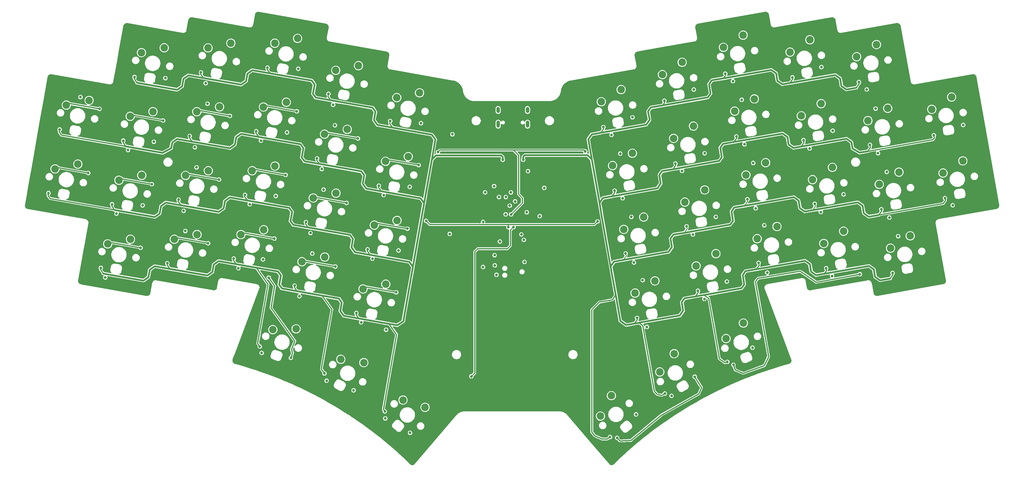
<source format=gbr>
%TF.GenerationSoftware,KiCad,Pcbnew,8.0.5*%
%TF.CreationDate,2024-10-09T17:31:37+02:00*%
%TF.ProjectId,phnx,70686e78-2e6b-4696-9361-645f70636258,A*%
%TF.SameCoordinates,Original*%
%TF.FileFunction,Copper,L3,Inr*%
%TF.FilePolarity,Positive*%
%FSLAX46Y46*%
G04 Gerber Fmt 4.6, Leading zero omitted, Abs format (unit mm)*
G04 Created by KiCad (PCBNEW 8.0.5) date 2024-10-09 17:31:37*
%MOMM*%
%LPD*%
G01*
G04 APERTURE LIST*
%TA.AperFunction,ComponentPad*%
%ADD10C,2.200000*%
%TD*%
%TA.AperFunction,ComponentPad*%
%ADD11O,1.000000X2.100000*%
%TD*%
%TA.AperFunction,ComponentPad*%
%ADD12O,1.000000X1.800000*%
%TD*%
%TA.AperFunction,ViaPad*%
%ADD13C,0.800000*%
%TD*%
%TA.AperFunction,Conductor*%
%ADD14C,0.500000*%
%TD*%
%TA.AperFunction,Conductor*%
%ADD15C,0.300000*%
%TD*%
%TA.AperFunction,Conductor*%
%ADD16C,0.250000*%
%TD*%
G04 APERTURE END LIST*
D10*
%TO.N,/Keyboard Matrix/COL_12*%
%TO.C,SW452*%
X337973880Y-96739093D03*
%TO.N,Net-(D452-A)*%
X332161417Y-100343171D03*
%TD*%
%TO.N,/Keyboard Matrix/COL_3*%
%TO.C,SW412*%
X116272317Y-137167808D03*
%TO.N,Net-(D412-A)*%
X109577721Y-138566554D03*
%TD*%
%TO.N,/Keyboard Matrix/COL_9*%
%TO.C,SW442*%
X276804336Y-163228990D03*
%TO.N,Net-(D442-A)*%
X271706019Y-167787638D03*
%TD*%
%TO.N,/Keyboard Matrix/COL_5*%
%TO.C,SW420*%
X157101489Y-125023216D03*
%TO.N,Net-(D420-A)*%
X150406893Y-126421962D03*
%TD*%
%TO.N,/Keyboard Matrix/COL_5*%
%TO.C,SW422*%
X165256459Y-174846032D03*
%TO.N,Net-(D422-A)*%
X158487197Y-173870737D03*
%TD*%
%TO.N,/Keyboard Matrix/COL_2*%
%TO.C,SW405*%
X106608721Y-82268193D03*
%TO.N,Net-(D405-A)*%
X99914125Y-83666939D03*
%TD*%
%TO.N,/Keyboard Matrix/COL_10*%
%TO.C,SW445*%
X302940347Y-117431732D03*
%TO.N,Net-(D445-A)*%
X297127884Y-121035810D03*
%TD*%
%TO.N,/Keyboard Matrix/COL_2*%
%TO.C,SW407*%
X99992727Y-119789365D03*
%TO.N,Net-(D407-A)*%
X93298131Y-121188111D03*
%TD*%
%TO.N,/Keyboard Matrix/COL_9*%
%TO.C,SW441*%
X286660759Y-134810169D03*
%TO.N,Net-(D441-A)*%
X280848296Y-138414247D03*
%TD*%
%TO.N,/Keyboard Matrix/COL_12*%
%TO.C,SW453*%
X341281880Y-115499678D03*
%TO.N,Net-(D453-A)*%
X335469417Y-119103756D03*
%TD*%
%TO.N,/Keyboard Matrix/COL_7*%
%TO.C,SW432*%
X238028982Y-184563351D03*
%TO.N,Net-(D432-A)*%
X234797281Y-190590806D03*
%TD*%
%TO.N,/Keyboard Matrix/COL_1*%
%TO.C,SW402*%
X84546052Y-97721564D03*
%TO.N,Net-(D402-A)*%
X77851456Y-99120310D03*
%TD*%
%TO.N,/Keyboard Matrix/COL_10*%
%TO.C,SW446*%
X306248345Y-136192321D03*
%TO.N,Net-(D446-A)*%
X300435882Y-139796399D03*
%TD*%
%TO.N,/Keyboard Matrix/COL_8*%
%TO.C,SW433*%
X258803176Y-86526552D03*
%TO.N,Net-(D433-A)*%
X252990713Y-90130630D03*
%TD*%
%TO.N,/Keyboard Matrix/COL_7*%
%TO.C,SW428*%
X240869588Y-94524696D03*
%TO.N,Net-(D428-A)*%
X235057125Y-98128774D03*
%TD*%
%TO.N,/Keyboard Matrix/COL_6*%
%TO.C,SW424*%
X178343074Y-114260771D03*
%TO.N,Net-(D424-A)*%
X171648478Y-115659517D03*
%TD*%
%TO.N,/Keyboard Matrix/COL_4*%
%TO.C,SW416*%
X135859903Y-135785657D03*
%TO.N,Net-(D416-A)*%
X129165307Y-137184403D03*
%TD*%
%TO.N,/Keyboard Matrix/COL_10*%
%TO.C,SW443*%
X296324352Y-79910558D03*
%TO.N,Net-(D443-A)*%
X290511889Y-83514636D03*
%TD*%
%TO.N,/Keyboard Matrix/COL_8*%
%TO.C,SW437*%
X256452869Y-172220072D03*
%TO.N,Net-(D437-A)*%
X252223608Y-177594777D03*
%TD*%
%TO.N,/Keyboard Matrix/COL_1*%
%TO.C,SW403*%
X81238054Y-116482155D03*
%TO.N,Net-(D403-A)*%
X74543458Y-117880901D03*
%TD*%
%TO.N,/Keyboard Matrix/COL_2*%
%TO.C,SW406*%
X103300723Y-101028780D03*
%TO.N,Net-(D406-A)*%
X96606127Y-102427526D03*
%TD*%
%TO.N,/Keyboard Matrix/COL_11*%
%TO.C,SW447*%
X315911938Y-81292705D03*
%TO.N,Net-(D447-A)*%
X310099475Y-84896783D03*
%TD*%
%TO.N,/Keyboard Matrix/COL_9*%
%TO.C,SW440*%
X283352761Y-116049583D03*
%TO.N,Net-(D440-A)*%
X277540298Y-119653661D03*
%TD*%
%TO.N,/Keyboard Matrix/COL_11*%
%TO.C,SW450*%
X325835932Y-137574469D03*
%TO.N,Net-(D450-A)*%
X320023469Y-141178547D03*
%TD*%
%TO.N,/Keyboard Matrix/COL_10*%
%TO.C,SW444*%
X299632349Y-98671142D03*
%TO.N,Net-(D444-A)*%
X293819886Y-102275220D03*
%TD*%
%TO.N,/Keyboard Matrix/COL_7*%
%TO.C,SW429*%
X244177586Y-113285285D03*
%TO.N,Net-(D429-A)*%
X238365123Y-116889363D03*
%TD*%
%TO.N,/Keyboard Matrix/COL_9*%
%TO.C,SW439*%
X280044763Y-97288995D03*
%TO.N,Net-(D439-A)*%
X274232300Y-100893073D03*
%TD*%
%TO.N,/Keyboard Matrix/COL_8*%
%TO.C,SW436*%
X268727170Y-142808314D03*
%TO.N,Net-(D436-A)*%
X262914707Y-146412392D03*
%TD*%
%TO.N,/Keyboard Matrix/COL_4*%
%TO.C,SW417*%
X145351283Y-164934993D03*
%TO.N,Net-(D417-A)*%
X138515503Y-165149985D03*
%TD*%
%TO.N,/Keyboard Matrix/COL_4*%
%TO.C,SW414*%
X142475900Y-98264481D03*
%TO.N,Net-(D414-A)*%
X135781304Y-99663227D03*
%TD*%
%TO.N,/Keyboard Matrix/COL_9*%
%TO.C,SW438*%
X276736765Y-78528406D03*
%TO.N,Net-(D438-A)*%
X270924302Y-82132484D03*
%TD*%
%TO.N,/Keyboard Matrix/COL_8*%
%TO.C,SW434*%
X262111174Y-105287140D03*
%TO.N,Net-(D434-A)*%
X256298711Y-108891218D03*
%TD*%
%TO.N,/Keyboard Matrix/COL_7*%
%TO.C,SW430*%
X247485584Y-132045871D03*
%TO.N,Net-(D430-A)*%
X241673121Y-135649949D03*
%TD*%
%TO.N,/Keyboard Matrix/COL_5*%
%TO.C,SW421*%
X153793490Y-143783802D03*
%TO.N,Net-(D421-A)*%
X147098894Y-145182548D03*
%TD*%
%TO.N,/Keyboard Matrix/COL_3*%
%TO.C,SW411*%
X119580313Y-118407217D03*
%TO.N,Net-(D411-A)*%
X112885717Y-119805963D03*
%TD*%
%TO.N,/Keyboard Matrix/COL_6*%
%TO.C,SW427*%
X183269386Y-187989112D03*
%TO.N,Net-(D427-A)*%
X176772322Y-185853164D03*
%TD*%
%TO.N,/Keyboard Matrix/COL_11*%
%TO.C,SW448*%
X319219936Y-100053294D03*
%TO.N,Net-(D448-A)*%
X313407473Y-103657372D03*
%TD*%
%TO.N,/Keyboard Matrix/COL_7*%
%TO.C,SW431*%
X250793582Y-150806459D03*
%TO.N,Net-(D431-A)*%
X244981119Y-154410537D03*
%TD*%
%TO.N,/Keyboard Matrix/COL_2*%
%TO.C,SW408*%
X96684730Y-138549955D03*
%TO.N,Net-(D408-A)*%
X89990134Y-139948701D03*
%TD*%
%TO.N,/Keyboard Matrix/COL_8*%
%TO.C,SW435*%
X265419172Y-124047726D03*
%TO.N,Net-(D435-A)*%
X259606709Y-127651804D03*
%TD*%
%TO.N,/Keyboard Matrix/COL_3*%
%TO.C,SW410*%
X122888310Y-99646631D03*
%TO.N,Net-(D410-A)*%
X116193714Y-101045377D03*
%TD*%
%TO.N,/Keyboard Matrix/COL_3*%
%TO.C,SW409*%
X126196308Y-80886044D03*
%TO.N,Net-(D409-A)*%
X119501712Y-82284790D03*
%TD*%
%TO.N,/Keyboard Matrix/COL_6*%
%TO.C,SW423*%
X181651073Y-95500182D03*
%TO.N,Net-(D423-A)*%
X174956477Y-96898928D03*
%TD*%
%TO.N,/Keyboard Matrix/COL_5*%
%TO.C,SW418*%
X163717485Y-87502038D03*
%TO.N,Net-(D418-A)*%
X157022889Y-88900784D03*
%TD*%
%TO.N,/Keyboard Matrix/COL_4*%
%TO.C,SW413*%
X145783895Y-79503894D03*
%TO.N,Net-(D413-A)*%
X139089299Y-80902640D03*
%TD*%
%TO.N,/Keyboard Matrix/COL_6*%
%TO.C,SW425*%
X175035076Y-133021358D03*
%TO.N,Net-(D425-A)*%
X168340480Y-134420104D03*
%TD*%
%TO.N,/Keyboard Matrix/COL_6*%
%TO.C,SW426*%
X171727080Y-151781946D03*
%TO.N,Net-(D426-A)*%
X165032484Y-153180692D03*
%TD*%
%TO.N,/Keyboard Matrix/COL_11*%
%TO.C,SW449*%
X322527934Y-118813880D03*
%TO.N,Net-(D449-A)*%
X316715471Y-122417958D03*
%TD*%
D11*
%TO.N,Earth*%
%TO.C,J1*%
X213366100Y-104731644D03*
D12*
X213366100Y-100551644D03*
D11*
X204726100Y-104731644D03*
D12*
X204726100Y-100551644D03*
%TD*%
D10*
%TO.N,/Keyboard Matrix/COL_4*%
%TO.C,SW415*%
X139167902Y-117025069D03*
%TO.N,Net-(D415-A)*%
X132473306Y-118423815D03*
%TD*%
%TO.N,/Keyboard Matrix/COL_5*%
%TO.C,SW419*%
X160409487Y-106262625D03*
%TO.N,Net-(D419-A)*%
X153714891Y-107661371D03*
%TD*%
D13*
%TO.N,GND*%
X142480137Y-118665214D03*
X213146100Y-131645840D03*
X339297013Y-128386126D03*
X242303886Y-126314486D03*
X244000000Y-101700000D03*
X204250000Y-148000000D03*
X145762301Y-99950793D03*
X208515771Y-130215505D03*
X265546100Y-157145837D03*
X153900000Y-118100000D03*
X270483523Y-90041683D03*
X296777708Y-128307083D03*
X249446100Y-164145837D03*
X116420608Y-89306436D03*
X118348010Y-98531273D03*
X263946100Y-142745837D03*
X196846100Y-179912665D03*
X208115848Y-151131952D03*
X236954770Y-195978741D03*
X122883745Y-120033051D03*
X104560472Y-110066495D03*
X274746100Y-91845837D03*
X263246100Y-94345837D03*
X313014569Y-110974257D03*
X317346100Y-113045837D03*
X271769043Y-173663739D03*
X93579329Y-131252933D03*
X176439329Y-142092399D03*
X319656612Y-148643155D03*
X259108808Y-134949127D03*
X103158617Y-121378293D03*
X119780897Y-92852277D03*
X216398249Y-130920066D03*
X74904302Y-106102111D03*
X126058839Y-144061955D03*
X245965967Y-190825217D03*
X132657469Y-106639260D03*
X275246100Y-97745837D03*
X150543985Y-114616411D03*
X189500000Y-137000000D03*
X205996100Y-126156644D03*
X87735296Y-99227414D03*
X211595899Y-139523031D03*
X293478392Y-109595737D03*
X335037376Y-126630630D03*
X213546100Y-117545837D03*
X135956786Y-87927915D03*
X203546100Y-121945834D03*
X211900000Y-110900000D03*
X96884433Y-90684954D03*
X206250000Y-139250000D03*
X204750000Y-143250000D03*
X266379957Y-113008948D03*
X300746100Y-87745837D03*
X86986487Y-146818996D03*
X170874007Y-192039751D03*
X260138529Y-118114564D03*
X205096172Y-115182677D03*
X234667072Y-105749787D03*
X252597002Y-98018837D03*
X284805418Y-148237555D03*
X113314128Y-130391171D03*
X240146100Y-147345837D03*
X246207262Y-150751570D03*
X314046100Y-94345837D03*
X237966386Y-124461134D03*
X204750000Y-146250000D03*
X307210761Y-125145049D03*
X210546100Y-126745837D03*
X101259594Y-128786297D03*
X191300000Y-106600000D03*
X238937454Y-197642619D03*
X312003047Y-148724264D03*
X263336394Y-136846032D03*
X281446100Y-129345837D03*
X135822246Y-143498946D03*
X139146100Y-137345837D03*
X200905568Y-123773170D03*
X168676704Y-122636977D03*
X84468934Y-118095195D03*
X276995331Y-126971973D03*
X153452517Y-179704241D03*
X181579117Y-115773285D03*
X255852906Y-116483982D03*
X209546100Y-124745837D03*
X143675309Y-107352166D03*
X206600000Y-101600000D03*
X199250000Y-146750000D03*
X170817830Y-165003428D03*
X80982527Y-96555889D03*
X212096063Y-116194860D03*
X208960912Y-128096150D03*
X209100000Y-113600000D03*
X146972180Y-88651796D03*
X210528548Y-106466613D03*
X106460860Y-102667493D03*
X281953731Y-134647684D03*
X253186076Y-183102938D03*
X165463732Y-163250132D03*
X163661298Y-107931060D03*
X211200000Y-101600000D03*
X153838570Y-95618342D03*
X300120435Y-147264633D03*
X297656788Y-111502165D03*
X263444595Y-178489021D03*
X269704070Y-131837110D03*
X207721100Y-125449535D03*
X280422980Y-170117499D03*
X320688719Y-132039541D03*
X172070340Y-125791871D03*
X206946100Y-130245834D03*
X183446100Y-134145837D03*
X116613442Y-111679822D03*
X174997761Y-153199444D03*
X99877304Y-140093146D03*
X93585117Y-109396304D03*
X113121293Y-108017781D03*
X160374320Y-126897602D03*
X239021068Y-107697292D03*
X145350522Y-155104091D03*
X254818788Y-185120342D03*
X172110809Y-188455467D03*
X136007355Y-109756543D03*
X129391359Y-147259172D03*
X331781474Y-108165485D03*
X290222487Y-91130592D03*
X205600000Y-109000000D03*
X157052929Y-145605004D03*
X221300000Y-131300000D03*
X199200000Y-133495837D03*
X129358153Y-125350608D03*
X162078075Y-160059669D03*
X134885063Y-172965659D03*
X207600000Y-106500000D03*
X111823241Y-135966989D03*
X316357296Y-129931807D03*
X183052873Y-104595617D03*
X137510891Y-148884003D03*
X245646100Y-145245837D03*
X309758665Y-92509112D03*
X219296031Y-123444689D03*
X165377391Y-141348326D03*
X90285803Y-128107653D03*
X206200000Y-110900000D03*
X278105199Y-110525256D03*
X262451537Y-153906677D03*
X280294645Y-145683321D03*
X304026652Y-106508157D03*
X300958969Y-130209925D03*
X150600000Y-137000000D03*
X314646100Y-100345837D03*
X71604987Y-124813457D03*
X242846100Y-132145837D03*
X335016797Y-109869287D03*
X210546766Y-137170168D03*
X109821979Y-126729130D03*
X152455455Y-123787669D03*
X115122555Y-117255642D03*
X178276502Y-134484005D03*
X168760376Y-144549482D03*
X244565018Y-161883829D03*
X336059162Y-109693632D03*
X179543512Y-194750298D03*
X317952508Y-118964934D03*
X321283487Y-137857575D03*
X278709168Y-116379428D03*
X135083337Y-169149386D03*
X241222290Y-142926280D03*
X143945353Y-152039108D03*
X209000000Y-103400000D03*
X272125363Y-151997802D03*
X213546100Y-124545837D03*
X179752181Y-123315228D03*
X149138773Y-142597493D03*
X119646100Y-138745837D03*
X209346100Y-136045837D03*
X90268534Y-150012217D03*
X207503563Y-136015982D03*
X147244670Y-133327760D03*
X140384221Y-126021146D03*
X304157404Y-148950423D03*
X107176688Y-90216558D03*
X157300000Y-99200000D03*
X212500000Y-146250003D03*
X126052805Y-101299243D03*
X132688173Y-128557236D03*
X154202749Y-177176004D03*
X155789500Y-104879360D03*
X212400000Y-106600000D03*
X342378274Y-104772462D03*
X272913364Y-175782905D03*
X273739426Y-108506828D03*
X161715130Y-183837194D03*
X143446100Y-174445837D03*
X234146100Y-134345837D03*
X171979710Y-103626571D03*
X96954380Y-112545635D03*
X239629807Y-113591740D03*
X106522661Y-145440479D03*
%TO.N,/ESD & Power Filtering/5V*%
X206096100Y-115194858D03*
X260093620Y-134775480D03*
X169661515Y-122810625D03*
X212096099Y-115194858D03*
X130342962Y-125524254D03*
X271468332Y-89868037D03*
X294463201Y-109422089D03*
X237610352Y-196733867D03*
X171427817Y-189185894D03*
X238951197Y-124287486D03*
X310743475Y-92335464D03*
X148229478Y-133501408D03*
X253581813Y-97845187D03*
X117405415Y-89480085D03*
X107507470Y-145614127D03*
X272092444Y-174610004D03*
X235651883Y-105576138D03*
X166362200Y-141521973D03*
X136941592Y-88101562D03*
X153694367Y-178037140D03*
X133642276Y-106812910D03*
X301105243Y-147090985D03*
X281279454Y-145509675D03*
X75889113Y-106275761D03*
X245549828Y-161710179D03*
X163062884Y-160233320D03*
X114106101Y-108191429D03*
X94569925Y-109569952D03*
X173007471Y-103796449D03*
X332766283Y-107991835D03*
X291207298Y-90956942D03*
X151528796Y-114790060D03*
X336022187Y-126456981D03*
X274724235Y-108333180D03*
X110806786Y-126902778D03*
X72589796Y-124987110D03*
X144930166Y-152212758D03*
X297762516Y-128133435D03*
X218296100Y-123456644D03*
X154874614Y-95784678D03*
X256837715Y-116310332D03*
X263436347Y-153733027D03*
X320641419Y-148469508D03*
X97869239Y-90858604D03*
X242207100Y-142752629D03*
X127043646Y-144235603D03*
X253733620Y-183939719D03*
X317342105Y-129758158D03*
X213496100Y-118556644D03*
X87971293Y-146992646D03*
X91270610Y-128281299D03*
X313999377Y-110800608D03*
X216946100Y-131756644D03*
X277980137Y-126798325D03*
X212500000Y-145250000D03*
X134679489Y-170122255D03*
%TO.N,/Keyboard Matrix/ROW_1*%
X213146100Y-130645837D03*
%TO.N,/Keyboard Matrix/ROW_2*%
X208546100Y-131245837D03*
X187046100Y-112945837D03*
X230346100Y-112745837D03*
%TO.N,/Keyboard Matrix/ROW_3*%
X233946100Y-133345837D03*
X207746100Y-135045837D03*
X183546100Y-133145837D03*
%TO.N,/Keyboard Matrix/ROW_4*%
X211571100Y-137145837D03*
%TO.N,/Keyboard Matrix/ROW_5*%
X196846100Y-178912662D03*
X209246100Y-134995837D03*
%TO.N,/Microcontroller/L_DOUT*%
X82000000Y-96750000D03*
X203546100Y-122945837D03*
%TO.N,/LED Matrix Left Side/DOUT*%
X244200000Y-102700000D03*
X191300000Y-107700000D03*
%TO.N,RST*%
X200300000Y-133495837D03*
X204250000Y-149025305D03*
X200296100Y-146750000D03*
X200907788Y-124773170D03*
%TO.N,SCK*%
X203696100Y-143256644D03*
X208480336Y-124798716D03*
X203750000Y-146250000D03*
%TO.N,MOSI*%
X206996100Y-126156644D03*
%TO.N,MISO*%
X204996100Y-126156644D03*
%TO.N,/Keyboard Matrix/COL_6*%
X190500000Y-137000000D03*
X206946100Y-131245837D03*
%TO.N,Net-(D402-A)*%
X87618781Y-100220605D03*
%TO.N,Net-(D403-A)*%
X84293416Y-119079673D03*
%TO.N,Net-(D406-A)*%
X106275714Y-103650207D03*
%TO.N,Net-(D407-A)*%
X102976401Y-122361554D03*
%TO.N,Net-(D408-A)*%
X99677085Y-141072900D03*
%TO.N,Net-(D410-A)*%
X125910371Y-102289050D03*
%TO.N,Net-(D411-A)*%
X122709537Y-121017762D03*
%TO.N,Net-(D412-A)*%
X119508703Y-139746472D03*
%TO.N,Net-(D414-A)*%
X145594268Y-100936577D03*
%TO.N,Net-(D415-A)*%
X142294954Y-119647921D03*
%TO.N,Net-(D416-A)*%
X138995638Y-138359271D03*
%TO.N,Net-(D419-A)*%
X163530028Y-108922409D03*
%TO.N,Net-(D420-A)*%
X160187302Y-127879961D03*
%TO.N,Net-(D421-A)*%
X156887984Y-146591309D03*
%TO.N,Net-(D424-A)*%
X181391183Y-116755469D03*
%TO.N,Net-(D425-A)*%
X178091867Y-135466815D03*
%TO.N,Net-(D426-A)*%
X174792551Y-154178165D03*
%TO.N,Net-(D528-DOUT)*%
X240608022Y-113384136D03*
X238041108Y-107896503D03*
%TO.N,Net-(D530-DOUT)*%
X244657104Y-145417682D03*
X247196543Y-150605528D03*
%TO.N,Net-(D532-DOUT)*%
X262500000Y-179000000D03*
X239684156Y-196977456D03*
%TO.N,Net-(D505-DIN)*%
X106949569Y-91190428D03*
X95974555Y-112345761D03*
%TO.N,Net-(D507-DIN)*%
X89286776Y-149822071D03*
X100277079Y-128600099D03*
%TO.N,Net-(D506-DIN)*%
X103576393Y-109888753D03*
X92601378Y-131044086D03*
%TO.N,Net-(D510-DOUT)*%
X116107366Y-117429290D03*
X115628633Y-111506173D03*
%TO.N,Net-(D512-DOUT)*%
X143840099Y-173456371D03*
X137337245Y-149868812D03*
%TO.N,Net-(D513-DIN)*%
X145997303Y-88429042D03*
X135022285Y-109584379D03*
%TO.N,Net-(D511-DOUT)*%
X112808052Y-136140640D03*
X112329316Y-130217523D03*
%TO.N,Net-(D515-DIN)*%
X128408304Y-147075857D03*
X139398672Y-125851739D03*
%TO.N,Net-(D514-DIN)*%
X131722971Y-128295723D03*
X142697988Y-107140394D03*
%TO.N,Net-(D519-DOUT)*%
X153440263Y-123961316D03*
X152905032Y-117926696D03*
%TO.N,Net-(D516-DIN)*%
X135250000Y-172000000D03*
X135631573Y-144480601D03*
%TO.N,Net-(D521-DOUT)*%
X146328495Y-155312836D03*
X162262674Y-183000413D03*
%TO.N,Net-(D523-DIN)*%
X182065782Y-104435443D03*
X171090766Y-125590776D03*
%TO.N,Net-(D520-DOUT)*%
X149588354Y-136736525D03*
X150123582Y-142771144D03*
%TO.N,Net-(D524-DIN)*%
X167791450Y-144302123D03*
X178766466Y-123146789D03*
%TO.N,Net-(D522-DOUT)*%
X154331877Y-180180401D03*
X178849326Y-195500000D03*
%TO.N,Net-(D525-DIN)*%
X164492137Y-163013473D03*
X175467153Y-141858138D03*
%TO.N,Net-(D526-DIN)*%
X171801008Y-165186088D03*
X171555558Y-191250000D03*
%TO.N,Net-(D509-DOUT)*%
X118797592Y-92670297D03*
X119332823Y-98704922D03*
%TO.N,Net-(D518-DOUT)*%
X156774309Y-105053005D03*
X156239077Y-99018386D03*
%TO.N,Net-(D529-DOUT)*%
X243889971Y-131997000D03*
X241323057Y-126509371D03*
%TO.N,Net-(D531-DOUT)*%
X248453274Y-164359169D03*
X245275210Y-190102128D03*
%TO.N,Net-(D533-DIN)*%
X258765867Y-118466858D03*
X262215058Y-94545916D03*
%TO.N,Net-(D535-DIN)*%
X268715210Y-131985976D03*
X265333171Y-156140218D03*
%TO.N,Net-(D534-DIN)*%
X265415893Y-113274628D03*
X261965867Y-137166858D03*
%TO.N,Net-(D539-DOUT)*%
X279680374Y-116141178D03*
X277113460Y-110653548D03*
%TO.N,Net-(D536-DIN)*%
X255679922Y-184611960D03*
X271943517Y-151014471D03*
%TO.N,Net-(D541-DOUT)*%
X283815023Y-148375843D03*
X279484691Y-170463356D03*
%TO.N,Net-(D538-DOUT)*%
X273733028Y-92058045D03*
X276299943Y-97545676D03*
%TO.N,Net-(D543-DIN)*%
X299736235Y-87929921D03*
X296265867Y-111866858D03*
%TO.N,Net-(D540-DOUT)*%
X280430140Y-129463376D03*
X282934849Y-134454261D03*
%TO.N,Net-(D545-DIN)*%
X302865867Y-149366858D03*
X306236384Y-125369979D03*
%TO.N,Net-(D542-DOUT)*%
X311012359Y-148860437D03*
X273876515Y-175513936D03*
%TO.N,Net-(D544-DIN)*%
X303035549Y-106641269D03*
X299565867Y-130566858D03*
%TO.N,Net-(D548-DOUT)*%
X318932322Y-118765008D03*
X316365409Y-113277381D03*
%TO.N,Net-(D547-DOUT)*%
X315650373Y-100152143D03*
X313057411Y-94516792D03*
%TO.N,Net-(D549-DOUT)*%
X322266367Y-137673318D03*
X319699454Y-132185689D03*
%TO.N,Net-(D552-DIN)*%
X338316110Y-128580635D03*
X341393701Y-104947450D03*
%TO.N,XTAL1*%
X208147085Y-128677263D03*
X205250000Y-139250000D03*
%TO.N,XTAL2*%
X209715411Y-127439846D03*
X212296100Y-138750000D03*
%TD*%
D14*
%TO.N,/ESD & Power Filtering/5V*%
X124448987Y-127277411D02*
X124058277Y-129493231D01*
D15*
X76367246Y-107883208D02*
X75758877Y-107014367D01*
X336152424Y-127195587D02*
X335544053Y-128064427D01*
D14*
X310376497Y-127686246D02*
X311824567Y-128700196D01*
X284980296Y-88754794D02*
X286428367Y-89768744D01*
D15*
X134068505Y-169181821D02*
X137124257Y-151851789D01*
D14*
X235177577Y-131680076D02*
X237804007Y-146575295D01*
X107099485Y-127772222D02*
X105651415Y-128786171D01*
X231205376Y-109152601D02*
X232219325Y-107704530D01*
D15*
X235738706Y-106068541D02*
X234927548Y-107226997D01*
D14*
X254821083Y-142305440D02*
X255835032Y-140857371D01*
X146676710Y-110634371D02*
X129196374Y-107552118D01*
X182298404Y-131766052D02*
X182971291Y-127949922D01*
X143711021Y-133212394D02*
X144188555Y-130504174D01*
X175112510Y-163881136D02*
X171173279Y-163186539D01*
X231031655Y-113845837D02*
X212546100Y-113845837D01*
X237804007Y-146575295D02*
X238817956Y-145127225D01*
X127357592Y-110781884D02*
X125909523Y-111795831D01*
D15*
X155879617Y-159220574D02*
X153040559Y-155165977D01*
X73067930Y-126594556D02*
X72459560Y-125725715D01*
D14*
X276253117Y-152996224D02*
X277064277Y-151837768D01*
X296717020Y-148118604D02*
X298165091Y-149132552D01*
X293417707Y-129407256D02*
X294865775Y-130421206D01*
D15*
X151441972Y-115282465D02*
X151528796Y-114790060D01*
D14*
X242363473Y-163795159D02*
X246302704Y-163100567D01*
D15*
X245549828Y-161710179D02*
X245636652Y-162202582D01*
X274724235Y-108333180D02*
X274811058Y-108825585D01*
X291207298Y-90956942D02*
X291294121Y-91449347D01*
D14*
X158341637Y-159654692D02*
X158775758Y-157192676D01*
X153040559Y-155165977D02*
X141222865Y-153082198D01*
D15*
X294593437Y-110160692D02*
X293782279Y-111319150D01*
X234500000Y-157058290D02*
X238266066Y-156394230D01*
X107420645Y-146106531D02*
X107507470Y-145614127D01*
D14*
X105260709Y-131001990D02*
X103812638Y-132015937D01*
D15*
X294463201Y-109422089D02*
X294593437Y-110160692D01*
X162976060Y-160725724D02*
X163062884Y-160233320D01*
D14*
X120758963Y-148204575D02*
X119310894Y-149218529D01*
X262712011Y-155383888D02*
X264435424Y-155080004D01*
X239280017Y-154946160D02*
X240625790Y-162578421D01*
D15*
X163787222Y-161884182D02*
X162976060Y-160725724D01*
D14*
X158775758Y-157192676D02*
X157964596Y-156034218D01*
D15*
X250617733Y-183250000D02*
X247214958Y-163955137D01*
D14*
X294878242Y-144888837D02*
X296326314Y-145902786D01*
D15*
X253581813Y-97845187D02*
X253668637Y-98337592D01*
X271468332Y-89868037D02*
X271555156Y-90360439D01*
X87884469Y-147485050D02*
X87971293Y-146992646D01*
D14*
X266355171Y-96862184D02*
X267166331Y-95703727D01*
D15*
X235651883Y-105576138D02*
X235738706Y-106068541D01*
D14*
X168673704Y-101058634D02*
X167862543Y-99900176D01*
X237804007Y-146575295D02*
X239280017Y-154946160D01*
X161263912Y-137322871D02*
X144522182Y-134370853D01*
X212096099Y-114295838D02*
X212096099Y-115194858D01*
X122597741Y-144974809D02*
X121149670Y-145988762D01*
D15*
X291294121Y-91449347D02*
X290482961Y-92607802D01*
X136854768Y-88593965D02*
X136941592Y-88101562D01*
D14*
X259134348Y-159568721D02*
X258700226Y-157106699D01*
D15*
X152253130Y-116440923D02*
X151441972Y-115282465D01*
D14*
X182971291Y-127949922D02*
X181957343Y-126501849D01*
X157964596Y-156034218D02*
X153040559Y-155165977D01*
X266688799Y-92995505D02*
X267499959Y-91837050D01*
D15*
X95294259Y-111220813D02*
X94483102Y-110062358D01*
X233119565Y-196380435D02*
X233119565Y-196369565D01*
D14*
X105651415Y-128786171D02*
X105260709Y-131001990D01*
X313675813Y-146397595D02*
X315123882Y-147411544D01*
D15*
X233119565Y-196369565D02*
X232250000Y-195250000D01*
D14*
X185228718Y-115147420D02*
X182971291Y-127949922D01*
D15*
X253668637Y-98337592D02*
X253060269Y-99206434D01*
D14*
X258700226Y-157106699D02*
X259511386Y-155948244D01*
X235177577Y-131680076D02*
X234504691Y-127863947D01*
D15*
X153694367Y-178037140D02*
X152789590Y-176744984D01*
X313318453Y-112697673D02*
X332490940Y-109309671D01*
X281279454Y-145509675D02*
X281409690Y-146248279D01*
D14*
X88941832Y-148686916D02*
X88695630Y-148643504D01*
X127748302Y-108566063D02*
X127357592Y-110781884D01*
X171173279Y-163186539D02*
X159355586Y-161102763D01*
D15*
X301105243Y-147090985D02*
X301235479Y-147829591D01*
D14*
X121149670Y-145988762D02*
X120758963Y-148204575D01*
X293782279Y-111319150D02*
X307077182Y-108974899D01*
X124058277Y-129493231D02*
X122610208Y-130507179D01*
X150787185Y-93081478D02*
X149976026Y-91923026D01*
X113698117Y-90349525D02*
X112250048Y-91363478D01*
X272953803Y-134284878D02*
X273764962Y-133126422D01*
D15*
X111531120Y-128553638D02*
X110719962Y-127395180D01*
X172874007Y-104591682D02*
X173685168Y-105750140D01*
D14*
X269654488Y-115573530D02*
X270465648Y-114415076D01*
D15*
X144843342Y-152705162D02*
X144930166Y-152212758D01*
D14*
X296326314Y-145902786D02*
X296717020Y-148118604D01*
X140889238Y-149215520D02*
X140078080Y-148057067D01*
D15*
X117318591Y-89972489D02*
X117405415Y-89480085D01*
D14*
X286819074Y-91984561D02*
X288267145Y-92998511D01*
X212546100Y-113845837D02*
X212096099Y-114295838D01*
X176850195Y-162664397D02*
X175112510Y-163881136D01*
D15*
X313999377Y-110800608D02*
X314129612Y-111539214D01*
D14*
X232247264Y-115061446D02*
X231205376Y-109152601D01*
X286428367Y-89768744D02*
X286819074Y-91984561D01*
X311824567Y-128700196D02*
X312215275Y-130916013D01*
D16*
X297892751Y-128872041D02*
X297081592Y-130030499D01*
D14*
X179671978Y-146661271D02*
X176850195Y-162664397D01*
X305225937Y-91277501D02*
X305616644Y-93493319D01*
D15*
X256837715Y-116310332D02*
X256924540Y-116802736D01*
X75845702Y-106521963D02*
X75889113Y-106275761D01*
X237610352Y-196733867D02*
X236822422Y-197322422D01*
D14*
X165374388Y-119769979D02*
X164563227Y-118611524D01*
X164940266Y-122231998D02*
X165374388Y-119769979D01*
D15*
X114106101Y-108191429D02*
X114019277Y-108683834D01*
X310743475Y-92335464D02*
X310830297Y-92827870D01*
D14*
X178658026Y-145213198D02*
X162654900Y-142391415D01*
D15*
X281409690Y-146248279D02*
X280598530Y-147406735D01*
D14*
X102352102Y-147497520D02*
X101961394Y-149713335D01*
X125897055Y-126263465D02*
X124448987Y-127277411D01*
D15*
X154741288Y-96571120D02*
X155552446Y-97729574D01*
D14*
X252535717Y-122146024D02*
X252101596Y-119684007D01*
X169253531Y-104968722D02*
X168239583Y-103520649D01*
X238226862Y-125938343D02*
X251521768Y-123594095D01*
D15*
X110719962Y-127395180D02*
X110806786Y-126902778D01*
D16*
X242207100Y-142752629D02*
X242337337Y-143491237D01*
D14*
X232247264Y-115061446D02*
X234504691Y-127863947D01*
X143377394Y-129345717D02*
X125897055Y-126263465D01*
D16*
X278066961Y-127290730D02*
X277053012Y-128738800D01*
D15*
X173007471Y-103796449D02*
X172874007Y-104591682D01*
D16*
X260093620Y-134775480D02*
X260223856Y-135514084D01*
D14*
X252912755Y-118525550D02*
X256113381Y-117961193D01*
D16*
X297762516Y-128133435D02*
X297892751Y-128872041D01*
D14*
X277053012Y-128738800D02*
X291578926Y-126177489D01*
X95294259Y-111220813D02*
X95048057Y-111177400D01*
D15*
X134679489Y-170122255D02*
X134068505Y-169181821D01*
D14*
X270946786Y-91229282D02*
X284980296Y-88754794D01*
X307064715Y-94507267D02*
X310019138Y-93986324D01*
X249613440Y-99814201D02*
X253060269Y-99206434D01*
X273287430Y-130418202D02*
X274098590Y-129259745D01*
X300627110Y-148698432D02*
X313675813Y-146397595D01*
D15*
X126956823Y-144728005D02*
X127043646Y-144235603D01*
D14*
X182298404Y-131766052D02*
X179671978Y-146661271D01*
X101961394Y-149713335D02*
X100513322Y-150727282D01*
X274098590Y-129259745D02*
X277053012Y-128738800D01*
D15*
X118129752Y-91130943D02*
X117318591Y-89972489D01*
D14*
X308525251Y-109988850D02*
X308869609Y-111871055D01*
D15*
X169574692Y-123303028D02*
X169661515Y-122810625D01*
X97782415Y-91351008D02*
X97869239Y-90858604D01*
D14*
X108615829Y-111846331D02*
X106137930Y-113171719D01*
X232247264Y-115061446D02*
X231031655Y-113845837D01*
D15*
X272092444Y-174610004D02*
X271364936Y-174891021D01*
X317342105Y-129758158D02*
X317428929Y-130250563D01*
X91994946Y-129932161D02*
X91183784Y-128773704D01*
X271555156Y-90360439D02*
X270946786Y-91229282D01*
D14*
X303777866Y-90263553D02*
X305225937Y-91277501D01*
X181957343Y-126501849D02*
X165954217Y-123680068D01*
X259412695Y-136672539D02*
X272953803Y-134284878D01*
X288279611Y-107466142D02*
X289727681Y-108480093D01*
X291566459Y-111709859D02*
X293782279Y-111319150D01*
X92241148Y-129975573D02*
X91994946Y-129932161D01*
D15*
X148142657Y-133993811D02*
X148229478Y-133501408D01*
X256924540Y-116802736D02*
X256113381Y-117961193D01*
D14*
X264435424Y-155080004D02*
X265174030Y-154949767D01*
D15*
X95250000Y-111250000D02*
X76322984Y-107912395D01*
X310830297Y-92827870D02*
X310019138Y-93986324D01*
D14*
X238817956Y-145127225D02*
X241526178Y-144649694D01*
D15*
X148953817Y-135152268D02*
X148142657Y-133993811D01*
X154874614Y-95784678D02*
X154741288Y-96571120D01*
D14*
X269988115Y-111706852D02*
X270799273Y-110548397D01*
X273764962Y-133126422D02*
X273287430Y-130418202D01*
X249236400Y-103434678D02*
X248802281Y-100972657D01*
D15*
X127767982Y-145886463D02*
X126956823Y-144728005D01*
D14*
X167862543Y-99900176D02*
X151120812Y-96948157D01*
X144522182Y-134370853D02*
X143711021Y-133212394D01*
D15*
X75758877Y-107014367D02*
X75845702Y-106521963D01*
D14*
X234927548Y-107226997D02*
X248222451Y-104882747D01*
X185228718Y-115147420D02*
X186270607Y-109238574D01*
X294865775Y-130421206D02*
X297081592Y-130030499D01*
X270799273Y-110548397D02*
X273999899Y-109984039D01*
D15*
X239038021Y-124779890D02*
X238226862Y-125938343D01*
X232250000Y-159308290D02*
X234500000Y-157058290D01*
D14*
X150309652Y-95789703D02*
X150787185Y-93081478D01*
D15*
X320641419Y-148469508D02*
X320728244Y-148961910D01*
D14*
X106137930Y-113171719D02*
X95540461Y-111264225D01*
X111859339Y-93579293D02*
X110411270Y-94593243D01*
X291578926Y-126177489D02*
X293026996Y-127191438D01*
X129196374Y-107552118D02*
X127748302Y-108566063D01*
X258120397Y-161016790D02*
X259134348Y-159568721D01*
X131047616Y-89854720D02*
X130656909Y-92070533D01*
X289727681Y-108480093D02*
X290118389Y-110695908D01*
D15*
X134366613Y-108463769D02*
X133555452Y-107305315D01*
D14*
X103812638Y-132015937D02*
X92241148Y-129975573D01*
X307077182Y-108974899D02*
X308525251Y-109988850D01*
X290482961Y-92607802D02*
X303777866Y-90263553D01*
D15*
X72546384Y-125233312D02*
X72589796Y-124987110D01*
D14*
X251521768Y-123594095D02*
X252535717Y-122146024D01*
X164563227Y-118611524D02*
X147821495Y-115659505D01*
X144188555Y-130504174D02*
X143377394Y-129345717D01*
X159355586Y-161102763D02*
X158341637Y-159654692D01*
D15*
X314129612Y-111539214D02*
X313318453Y-112697673D01*
X238266066Y-156394230D02*
X239280017Y-154946160D01*
X263523171Y-154225432D02*
X262712011Y-155383888D01*
D14*
X240625790Y-162578421D02*
X242363473Y-163795159D01*
X313663346Y-131929964D02*
X316617768Y-131409017D01*
D15*
X94483102Y-110062358D02*
X94569925Y-109569952D01*
D14*
X162654900Y-142391415D02*
X161640953Y-140943348D01*
X186430301Y-113945837D02*
X205646100Y-113945837D01*
X110411270Y-94593243D02*
X98839776Y-92552875D01*
D15*
X235235466Y-197322422D02*
X235206522Y-197293478D01*
D14*
X316962660Y-150641311D02*
X319917084Y-150120365D01*
X206096100Y-114395837D02*
X206096100Y-115194858D01*
D15*
X253733620Y-183939719D02*
X252750000Y-184500000D01*
X252750000Y-184500000D02*
X251500000Y-184187500D01*
X247214958Y-163955137D02*
X246056503Y-163143979D01*
D14*
X161640953Y-140943348D02*
X162075072Y-138481325D01*
D15*
X251500000Y-184187500D02*
X250617733Y-183250000D01*
X174881179Y-166632767D02*
X172650491Y-163447011D01*
D14*
X95540461Y-111264225D02*
X95294259Y-111220813D01*
X315514591Y-149627361D02*
X316962660Y-150641311D01*
D15*
X137124257Y-151851789D02*
X133676828Y-146928351D01*
D14*
X248802281Y-100972657D02*
X249613440Y-99814201D01*
X147821495Y-115659505D02*
X147010336Y-114501046D01*
D15*
X171427817Y-189185894D02*
X171009735Y-188588815D01*
D14*
X310934525Y-113103602D02*
X313318453Y-112697673D01*
X312215275Y-130916013D02*
X313663346Y-131929964D01*
X165954217Y-123680068D02*
X164940266Y-122231998D01*
X276586745Y-149129547D02*
X277397905Y-147971090D01*
X273999899Y-109984039D02*
X288279611Y-107466142D01*
X248222451Y-104882747D02*
X249236400Y-103434678D01*
X267499959Y-91837050D02*
X270946786Y-91229282D01*
X241526178Y-144649694D02*
X254821083Y-142305440D01*
X255835032Y-140857371D02*
X255400912Y-138395352D01*
X100513322Y-150727282D02*
X88941832Y-148686916D01*
X235518642Y-126415878D02*
X238226862Y-125938343D01*
D15*
X269758809Y-173752869D02*
X266622100Y-155963717D01*
D14*
X246302704Y-163100567D02*
X246056503Y-163143979D01*
D15*
X114019277Y-108683834D02*
X114830438Y-109842288D01*
D14*
X95540461Y-111264225D02*
X95048057Y-111177400D01*
X140411706Y-151923744D02*
X140889238Y-149215520D01*
D15*
X245636652Y-162202582D02*
X244825494Y-163361038D01*
D14*
X186270607Y-109238574D02*
X185256659Y-107790506D01*
D15*
X320728244Y-148961910D02*
X319917084Y-150120365D01*
X316617768Y-131409017D02*
X335544053Y-128064427D01*
D14*
X119310894Y-149218529D02*
X103800171Y-146483568D01*
X315123882Y-147411544D02*
X315514591Y-149627361D01*
X141222865Y-153082198D02*
X140411706Y-151923744D01*
X298165091Y-149132552D02*
X300627110Y-148698432D01*
X253060269Y-99206434D02*
X266355171Y-96862184D01*
D15*
X72459560Y-125725715D02*
X72546384Y-125233312D01*
D14*
X125909523Y-111795831D02*
X110398801Y-109060871D01*
X103800171Y-146483568D02*
X102352102Y-147497520D01*
X179671978Y-146661271D02*
X178658026Y-145213198D01*
X305616644Y-93493319D02*
X307064715Y-94507267D01*
D15*
X274811058Y-108825585D02*
X273999899Y-109984039D01*
D14*
X265174030Y-154949767D02*
X276253117Y-152996224D01*
X259511386Y-155948244D02*
X262712011Y-155383888D01*
X122610208Y-130507179D02*
X107099485Y-127772222D01*
D16*
X260223856Y-135514084D02*
X259412695Y-136672539D01*
D14*
X185228718Y-115147420D02*
X186430301Y-113945837D01*
D15*
X232250000Y-195250000D02*
X232250000Y-159308290D01*
D16*
X242337337Y-143491237D02*
X241526178Y-144649694D01*
D14*
X147010336Y-114501046D02*
X147487868Y-111792829D01*
X288267145Y-92998511D02*
X290482961Y-92607802D01*
D15*
X91183784Y-128773704D02*
X91270610Y-128281299D01*
X133555452Y-107305315D02*
X133642276Y-106812910D01*
D14*
X283799156Y-146842379D02*
X294878242Y-144888837D01*
X132495687Y-88840768D02*
X131047616Y-89854720D01*
D15*
X235206522Y-197293478D02*
X233119565Y-196380435D01*
X166275376Y-142014376D02*
X166362200Y-141521973D01*
X130256140Y-126016660D02*
X130342962Y-125524254D01*
D14*
X149976026Y-91923026D02*
X132495687Y-88840768D01*
X293026996Y-127191438D02*
X293417707Y-129407256D01*
X133676828Y-146928351D02*
X122597741Y-144974809D01*
X130656909Y-92070533D02*
X129208838Y-93084485D01*
D15*
X88695630Y-148643504D02*
X87884469Y-147485050D01*
X238951197Y-124287486D02*
X239038021Y-124779890D01*
X246302704Y-163100567D02*
X244825494Y-163361038D01*
D14*
X151120812Y-96948157D02*
X150309652Y-95789703D01*
D15*
X98593576Y-92509462D02*
X97782415Y-91351008D01*
D14*
X108950733Y-110074823D02*
X108615829Y-111846331D01*
D15*
X131067296Y-127175118D02*
X130256140Y-126016660D01*
X145654500Y-153863615D02*
X144843342Y-152705162D01*
D14*
X185256659Y-107790506D02*
X169253531Y-104968722D01*
X252101596Y-119684007D02*
X252912755Y-118525550D01*
X277064277Y-151837768D02*
X276586745Y-149129547D01*
X290118389Y-110695908D02*
X291566459Y-111709859D01*
D15*
X301235479Y-147829591D02*
X300627110Y-148698432D01*
D14*
X246056503Y-163143979D02*
X258120397Y-161016790D01*
X280598530Y-147406735D02*
X283799156Y-146842379D01*
X168239583Y-103520649D02*
X168673704Y-101058634D01*
D15*
X263436347Y-153733027D02*
X263523171Y-154225432D01*
X236822422Y-197322422D02*
X235235466Y-197322422D01*
X91994946Y-129932161D02*
X73067930Y-126594556D01*
X108231808Y-147264986D02*
X107420645Y-146106531D01*
D14*
X110398801Y-109060871D02*
X108950733Y-110074823D01*
X255400912Y-138395352D02*
X256212071Y-137236896D01*
D15*
X336022187Y-126456981D02*
X336152424Y-127195587D01*
X170385852Y-124461483D02*
X169574692Y-123303028D01*
D14*
X308869609Y-111871055D02*
X310934525Y-113103602D01*
X270465648Y-114415076D02*
X269988115Y-111706852D01*
D15*
X266622100Y-155963717D02*
X265174030Y-154949767D01*
D14*
X256113381Y-117961193D02*
X269654488Y-115573530D01*
X162075072Y-138481325D02*
X161263912Y-137322871D01*
D15*
X332896520Y-108730442D02*
X332490940Y-109309671D01*
D14*
X112250048Y-91363478D02*
X111859339Y-93579293D01*
D16*
X277980137Y-126798325D02*
X278066961Y-127290730D01*
D15*
X332766283Y-107991835D02*
X332896520Y-108730442D01*
D14*
X277397905Y-147971090D02*
X280598530Y-147406735D01*
X256212071Y-137236896D02*
X259412695Y-136672539D01*
D15*
X167086535Y-143172832D02*
X166275376Y-142014376D01*
X317428929Y-130250563D02*
X316617768Y-131409017D01*
D14*
X234504691Y-127863947D02*
X235518642Y-126415878D01*
D15*
X137665927Y-89752420D02*
X136854768Y-88593965D01*
D14*
X267166331Y-95703727D02*
X266688799Y-92995505D01*
X129208838Y-93084485D02*
X113698117Y-90349525D01*
X297081592Y-130030499D02*
X310376497Y-127686246D01*
X98839776Y-92552875D02*
X98593576Y-92509462D01*
X140078080Y-148057067D02*
X133676828Y-146928351D01*
D15*
X271364936Y-174891021D02*
X269758809Y-173752869D01*
X171009735Y-188588815D02*
X174881179Y-166632767D01*
D14*
X147487868Y-111792829D02*
X146676710Y-110634371D01*
X205646100Y-113945837D02*
X206096100Y-114395837D01*
D15*
X152789590Y-176744984D02*
X155879617Y-159220574D01*
X172650491Y-163447011D02*
X171173279Y-163186539D01*
D14*
X232219325Y-107704530D02*
X234927548Y-107226997D01*
D15*
%TO.N,/Keyboard Matrix/ROW_2*%
X210746100Y-125345837D02*
X210746100Y-113845837D01*
X209246100Y-112345837D02*
X209146100Y-112345837D01*
X208546100Y-131245837D02*
X211846100Y-127945837D01*
X229946100Y-112345837D02*
X230346100Y-112745837D01*
X211846100Y-126445837D02*
X210746100Y-125345837D01*
X187646100Y-112345837D02*
X209146100Y-112345837D01*
X187046100Y-112945837D02*
X187646100Y-112345837D01*
X210746100Y-113845837D02*
X209246100Y-112345837D01*
X211846100Y-127945837D02*
X211846100Y-126445837D01*
X209146100Y-112345837D02*
X229946100Y-112345837D01*
%TO.N,/Keyboard Matrix/ROW_3*%
X233046100Y-134245837D02*
X233946100Y-133345837D01*
X207746100Y-134245837D02*
X207746100Y-134445837D01*
X184646100Y-134245837D02*
X207746100Y-134245837D01*
X207746100Y-134245837D02*
X233046100Y-134245837D01*
X207746100Y-134445837D02*
X207746100Y-135045837D01*
X183546100Y-133145837D02*
X184646100Y-134245837D01*
%TO.N,/Keyboard Matrix/ROW_5*%
X196846100Y-178912662D02*
X197846100Y-177912662D01*
X208346100Y-140445837D02*
X208346100Y-135895837D01*
X197846100Y-142245837D02*
X198746100Y-141345837D01*
X197846100Y-177912662D02*
X197846100Y-142245837D01*
X198746100Y-141345837D02*
X207446100Y-141345837D01*
X207446100Y-141345837D02*
X208346100Y-140445837D01*
X208346100Y-135895837D02*
X209246100Y-134995837D01*
%TO.N,Net-(D402-A)*%
X78608857Y-98634344D02*
X77899303Y-99131180D01*
X87666629Y-100231473D02*
X78608857Y-98634344D01*
%TO.N,Net-(D403-A)*%
X84326169Y-119089476D02*
X75182229Y-117477155D01*
X75182229Y-117477155D02*
X74472673Y-117973989D01*
X74472673Y-117973989D02*
X74371732Y-117956189D01*
X84323996Y-119101786D02*
X84326169Y-119089476D01*
%TO.N,Net-(D406-A)*%
X106275714Y-103650207D02*
X97156394Y-102042225D01*
X97156394Y-102042225D02*
X96588753Y-102439695D01*
X96588753Y-102439695D02*
X96567481Y-102560334D01*
%TO.N,Net-(D407-A)*%
X93196767Y-121259092D02*
X93021963Y-121228267D01*
X102976401Y-122361554D02*
X93906319Y-120762253D01*
X93906319Y-120762253D02*
X93196767Y-121259092D01*
%TO.N,Net-(D408-A)*%
X99677085Y-141072900D02*
X90656245Y-139482284D01*
X90656245Y-139482284D02*
X89946690Y-139979119D01*
X89946690Y-139979119D02*
X89722646Y-139939614D01*
%TO.N,Net-(D410-A)*%
X116729502Y-100670215D02*
X116408029Y-100895311D01*
X116408029Y-100895311D02*
X116349857Y-101225222D01*
X125910371Y-102289050D02*
X116729502Y-100670215D01*
%TO.N,Net-(D411-A)*%
X113479429Y-119390245D02*
X113100032Y-119655899D01*
X113100032Y-119655899D02*
X113050543Y-119936572D01*
X122709537Y-121017762D02*
X113479429Y-119390245D01*
%TO.N,Net-(D412-A)*%
X110229352Y-138110272D02*
X109519796Y-138607111D01*
X119508703Y-139746472D02*
X110229352Y-138110272D01*
X109519796Y-138607111D02*
X109505025Y-138604505D01*
%TO.N,Net-(D414-A)*%
X135937695Y-99553720D02*
X135886033Y-99846702D01*
X136302607Y-99298205D02*
X135937695Y-99553720D01*
X145594268Y-100936577D02*
X136302607Y-99298205D01*
%TO.N,Net-(D415-A)*%
X133052532Y-118018236D02*
X132342979Y-118515070D01*
X142294954Y-119647921D02*
X133052532Y-118018236D01*
X132342979Y-118515070D02*
X132340517Y-118514636D01*
%TO.N,Net-(D416-A)*%
X138995638Y-138359271D02*
X129802457Y-136738264D01*
X129802457Y-136738264D02*
X129092904Y-137235101D01*
X129092904Y-137235101D02*
X129041201Y-137225985D01*
%TO.N,Net-(D419-A)*%
X154250676Y-107286210D02*
X153813360Y-107592421D01*
X163530028Y-108922409D02*
X154250676Y-107286210D01*
X153813360Y-107592421D02*
X153772552Y-107823854D01*
%TO.N,Net-(D420-A)*%
X160187302Y-127879961D02*
X150710987Y-126209030D01*
X150215746Y-126555802D02*
X150183623Y-126737988D01*
X150710987Y-126209030D02*
X150215746Y-126555802D01*
%TO.N,Net-(D421-A)*%
X147460912Y-144929062D02*
X146907750Y-145316388D01*
X156887984Y-146591309D02*
X147460912Y-144929062D01*
X146907750Y-145316388D02*
X146884308Y-145449338D01*
%TO.N,Net-(D424-A)*%
X171689024Y-115631127D02*
X171659070Y-115801004D01*
X172358035Y-115162681D02*
X171689024Y-115631127D01*
X181391183Y-116755469D02*
X172358035Y-115162681D01*
%TO.N,Net-(D425-A)*%
X178091867Y-135466815D02*
X169107959Y-133882710D01*
X169107959Y-133882710D02*
X168381026Y-134391715D01*
X168381026Y-134391715D02*
X168359757Y-134512353D01*
%TO.N,Net-(D426-A)*%
X174792551Y-154178165D02*
X165857885Y-152602741D01*
X165857885Y-152602741D02*
X165073030Y-153152299D01*
X165073030Y-153152299D02*
X165060439Y-153223701D01*
%TO.N,Net-(D532-DOUT)*%
X263750000Y-184000000D02*
X252625455Y-190344640D01*
X243750000Y-197750000D02*
X240520045Y-197892720D01*
X262500000Y-179000000D02*
X264500000Y-182250000D01*
X252625455Y-190344640D02*
X243750000Y-197750000D01*
X240520045Y-197892720D02*
X239684156Y-196977456D01*
X264500000Y-182250000D02*
X263750000Y-184000000D01*
%TO.N,Net-(D512-DOUT)*%
X139040678Y-152301570D02*
X138000000Y-158750000D01*
X138000000Y-158750000D02*
X145000000Y-168500000D01*
X145000000Y-168500000D02*
X144000000Y-171000000D01*
X144000000Y-171000000D02*
X144322750Y-172106041D01*
X137337245Y-149868812D02*
X139040678Y-152301570D01*
X144322750Y-172106041D02*
X143840099Y-173456371D01*
%TO.N,Net-(D542-DOUT)*%
X282997261Y-175719761D02*
X276750000Y-178000000D01*
X311012359Y-148860437D02*
X298250000Y-151250000D01*
X274406595Y-177019225D02*
X273876515Y-175513936D01*
X276750000Y-178000000D02*
X274406595Y-177019225D01*
X284211287Y-173082381D02*
X282997261Y-175719761D01*
X293500000Y-148000000D02*
X281068977Y-150078557D01*
X298250000Y-151250000D02*
X293500000Y-148000000D01*
X281068977Y-150078557D02*
X280338933Y-151121167D01*
X280338933Y-151121167D02*
X284211287Y-173082381D01*
%TD*%
%TA.AperFunction,Conductor*%
%TO.N,GND*%
G36*
X283371250Y-71660319D02*
G01*
X283377286Y-71660599D01*
X283465868Y-71666890D01*
X283477938Y-71668346D01*
X283562458Y-71682776D01*
X283574337Y-71685409D01*
X283610403Y-71695284D01*
X283657037Y-71708053D01*
X283668582Y-71711833D01*
X283748667Y-71742475D01*
X283759786Y-71747368D01*
X283836496Y-71785719D01*
X283847070Y-71791671D01*
X283919664Y-71837365D01*
X283929602Y-71844324D01*
X283997338Y-71896891D01*
X284006568Y-71904809D01*
X284068836Y-71963772D01*
X284077244Y-71972556D01*
X284133411Y-72037314D01*
X284140924Y-72046886D01*
X284190488Y-72116858D01*
X284197026Y-72127121D01*
X284239481Y-72201593D01*
X284244982Y-72212449D01*
X284281185Y-72293529D01*
X284283529Y-72299145D01*
X284299244Y-72339558D01*
X284301084Y-72344612D01*
X284314261Y-72383400D01*
X284317274Y-72393717D01*
X284327039Y-72433487D01*
X284328195Y-72438681D01*
X284334971Y-72472557D01*
X284335008Y-72472742D01*
X284335144Y-72473435D01*
X284337104Y-72483535D01*
X284337366Y-72484928D01*
X284339250Y-72495267D01*
X284339375Y-72495965D01*
X284856197Y-75427013D01*
X284858335Y-75438725D01*
X284860573Y-75450224D01*
X284867935Y-75486893D01*
X284879645Y-75534469D01*
X284895417Y-75580869D01*
X284913215Y-75626646D01*
X284913222Y-75626662D01*
X284922306Y-75647007D01*
X284953137Y-75716061D01*
X284988154Y-75777491D01*
X285001794Y-75801418D01*
X285002903Y-75802927D01*
X285058216Y-75881021D01*
X285122371Y-75954991D01*
X285122377Y-75954998D01*
X285193448Y-76022301D01*
X285193468Y-76022318D01*
X285250631Y-76066681D01*
X285256117Y-76073094D01*
X285353669Y-76134501D01*
X285441237Y-76178285D01*
X285441240Y-76178286D01*
X285441248Y-76178290D01*
X285532693Y-76213281D01*
X285627127Y-76239141D01*
X285627448Y-76239229D01*
X285629279Y-76239508D01*
X285723642Y-76255620D01*
X285821307Y-76262559D01*
X285860593Y-76263417D01*
X285870410Y-76263632D01*
X285870412Y-76263631D01*
X285870415Y-76263632D01*
X285919412Y-76262577D01*
X285919421Y-76262576D01*
X285919422Y-76262576D01*
X285968134Y-76257282D01*
X285972739Y-76256578D01*
X286005389Y-76251590D01*
X286016704Y-76249794D01*
X286027998Y-76247869D01*
X286027993Y-76247869D01*
X286028051Y-76247860D01*
X300213628Y-73746560D01*
X302747059Y-73299847D01*
X302747644Y-73299746D01*
X302757773Y-73298019D01*
X302759075Y-73297805D01*
X302762213Y-73297305D01*
X302769583Y-73296134D01*
X302804407Y-73290799D01*
X302809692Y-73290107D01*
X302850398Y-73285672D01*
X302861125Y-73284972D01*
X302902069Y-73284086D01*
X302907450Y-73284086D01*
X302950802Y-73285033D01*
X302956872Y-73285313D01*
X303045467Y-73291605D01*
X303057526Y-73293059D01*
X303142063Y-73307490D01*
X303153915Y-73310118D01*
X303236618Y-73332762D01*
X303248178Y-73336546D01*
X303328259Y-73367188D01*
X303339389Y-73372086D01*
X303416074Y-73410425D01*
X303426676Y-73416392D01*
X303499238Y-73462066D01*
X303509195Y-73469038D01*
X303540161Y-73493069D01*
X303576932Y-73521606D01*
X303586167Y-73529529D01*
X303648422Y-73588480D01*
X303656838Y-73597271D01*
X303713012Y-73662038D01*
X303720524Y-73671611D01*
X303770074Y-73741564D01*
X303776613Y-73751829D01*
X303819077Y-73826321D01*
X303824577Y-73837175D01*
X303860766Y-73918227D01*
X303863110Y-73923842D01*
X303878842Y-73964299D01*
X303880682Y-73969353D01*
X303893849Y-74008112D01*
X303896863Y-74018434D01*
X303906621Y-74058182D01*
X303907790Y-74063430D01*
X303914592Y-74097444D01*
X303914728Y-74098137D01*
X303916709Y-74108345D01*
X303916973Y-74109747D01*
X303918830Y-74119942D01*
X303918953Y-74120631D01*
X304435648Y-77050954D01*
X304437922Y-77063395D01*
X304437925Y-77063408D01*
X304440348Y-77075779D01*
X304447598Y-77111587D01*
X304451359Y-77126794D01*
X304459363Y-77159149D01*
X304459364Y-77159154D01*
X304459366Y-77159159D01*
X304463991Y-77172747D01*
X304475162Y-77205566D01*
X304492949Y-77251311D01*
X304492959Y-77251333D01*
X304494375Y-77254504D01*
X304532867Y-77340712D01*
X304581349Y-77425760D01*
X304625353Y-77487885D01*
X304637930Y-77505641D01*
X304637943Y-77505657D01*
X304702066Y-77579590D01*
X304702082Y-77579607D01*
X304773153Y-77646909D01*
X304773160Y-77646915D01*
X304786159Y-77657003D01*
X304850494Y-77706932D01*
X304933342Y-77759083D01*
X305014702Y-77799762D01*
X305018544Y-77801960D01*
X305020902Y-77802862D01*
X305020903Y-77802863D01*
X305112333Y-77837849D01*
X305206751Y-77863705D01*
X305206752Y-77863705D01*
X305206758Y-77863706D01*
X305207072Y-77863792D01*
X305208866Y-77864066D01*
X305303250Y-77880182D01*
X305400899Y-77887121D01*
X305447543Y-77888140D01*
X305449997Y-77888194D01*
X305449997Y-77888193D01*
X305449998Y-77888194D01*
X305498991Y-77887160D01*
X305513205Y-77885632D01*
X305547691Y-77881928D01*
X305547700Y-77881926D01*
X305547715Y-77881925D01*
X305584261Y-77876402D01*
X305596291Y-77874509D01*
X305608297Y-77872469D01*
X321870027Y-75008204D01*
X321870582Y-75008109D01*
X321880941Y-75006346D01*
X321882178Y-75006142D01*
X321892795Y-75004459D01*
X321892968Y-75004432D01*
X321927517Y-74999159D01*
X321932820Y-74998467D01*
X321973544Y-74994045D01*
X321984247Y-74993350D01*
X322025189Y-74992468D01*
X322030547Y-74992468D01*
X322073987Y-74993412D01*
X322079995Y-74993691D01*
X322168596Y-74999977D01*
X322180652Y-75001430D01*
X322265186Y-75015856D01*
X322277054Y-75018487D01*
X322359747Y-75041125D01*
X322371312Y-75044910D01*
X322451388Y-75075544D01*
X322462512Y-75080437D01*
X322539211Y-75118780D01*
X322549809Y-75124745D01*
X322622373Y-75170417D01*
X322632333Y-75177391D01*
X322664483Y-75202341D01*
X322700063Y-75229952D01*
X322709286Y-75237863D01*
X322767580Y-75293060D01*
X322771548Y-75296817D01*
X322779963Y-75305608D01*
X322836138Y-75370373D01*
X322843652Y-75379947D01*
X322893209Y-75449909D01*
X322899748Y-75460175D01*
X322942206Y-75534656D01*
X322947706Y-75545510D01*
X322983900Y-75626572D01*
X322986242Y-75632184D01*
X323001976Y-75672648D01*
X323003796Y-75677647D01*
X323016977Y-75716448D01*
X323019988Y-75726760D01*
X323029752Y-75766535D01*
X323030920Y-75771785D01*
X323038014Y-75807264D01*
X323038133Y-75807867D01*
X323039863Y-75816748D01*
X323040091Y-75817950D01*
X323041725Y-75826803D01*
X323041838Y-75827423D01*
X325972001Y-92167852D01*
X325973865Y-92177957D01*
X325975754Y-92187645D01*
X325978284Y-92200272D01*
X325983455Y-92226087D01*
X325995150Y-92273680D01*
X326010918Y-92320084D01*
X326028720Y-92365867D01*
X326033615Y-92376830D01*
X326068638Y-92455273D01*
X326068639Y-92455274D01*
X326107134Y-92522804D01*
X326126362Y-92556533D01*
X326132712Y-92562336D01*
X326173725Y-92620238D01*
X326237880Y-92694206D01*
X326237881Y-92694207D01*
X326237886Y-92694212D01*
X326280538Y-92734600D01*
X326308977Y-92761530D01*
X326327119Y-92775609D01*
X326386326Y-92821558D01*
X326469197Y-92873721D01*
X326469202Y-92873723D01*
X326550561Y-92914399D01*
X326554416Y-92916603D01*
X326556772Y-92917504D01*
X326556773Y-92917505D01*
X326648221Y-92952495D01*
X326742659Y-92978352D01*
X326839177Y-92994828D01*
X326936845Y-93001764D01*
X326985955Y-93002835D01*
X327034953Y-93001779D01*
X327083674Y-92996482D01*
X327121734Y-92990664D01*
X327132249Y-92989000D01*
X327142745Y-92987224D01*
X344140208Y-90017718D01*
X344150318Y-90016007D01*
X344151380Y-90015834D01*
X344161127Y-90014292D01*
X344161499Y-90014234D01*
X344196749Y-90008852D01*
X344202011Y-90008166D01*
X344242746Y-90003742D01*
X344253456Y-90003046D01*
X344294396Y-90002163D01*
X344299752Y-90002163D01*
X344343190Y-90003107D01*
X344349200Y-90003386D01*
X344437805Y-90009673D01*
X344449852Y-90011125D01*
X344534387Y-90025551D01*
X344546266Y-90028185D01*
X344628952Y-90050821D01*
X344640514Y-90054605D01*
X344709933Y-90081162D01*
X344720577Y-90085234D01*
X344731717Y-90090135D01*
X344808406Y-90128472D01*
X344819012Y-90134441D01*
X344891584Y-90180119D01*
X344901531Y-90187084D01*
X344969280Y-90239659D01*
X344978497Y-90247567D01*
X345040758Y-90306521D01*
X345049166Y-90315304D01*
X345082424Y-90353648D01*
X345105345Y-90380075D01*
X345112857Y-90389647D01*
X345162416Y-90459612D01*
X345168954Y-90469877D01*
X345211406Y-90544346D01*
X345216908Y-90555202D01*
X345253107Y-90636277D01*
X345255443Y-90641875D01*
X345259543Y-90652417D01*
X345271176Y-90682336D01*
X345273014Y-90687386D01*
X345283226Y-90717448D01*
X345286178Y-90726136D01*
X345289193Y-90736460D01*
X345298957Y-90776235D01*
X345300125Y-90781485D01*
X345306929Y-90815514D01*
X345307057Y-90816162D01*
X345307718Y-90819571D01*
X345309016Y-90826257D01*
X345309277Y-90827645D01*
X345311158Y-90837967D01*
X345311268Y-90838581D01*
X348995088Y-111745131D01*
X351946385Y-128494445D01*
X351946504Y-128495131D01*
X351948207Y-128505124D01*
X351948432Y-128506490D01*
X351950036Y-128516581D01*
X351950123Y-128517142D01*
X351952164Y-128530461D01*
X351955417Y-128551701D01*
X351956116Y-128557039D01*
X351960551Y-128597732D01*
X351961252Y-128608476D01*
X351962140Y-128649391D01*
X351962140Y-128654779D01*
X351961196Y-128698164D01*
X351960914Y-128704246D01*
X351954629Y-128792796D01*
X351953173Y-128804878D01*
X351938749Y-128889395D01*
X351936115Y-128901277D01*
X351913476Y-128983969D01*
X351909690Y-128995535D01*
X351879055Y-129075608D01*
X351874154Y-129086748D01*
X351871420Y-129092217D01*
X351838107Y-129158851D01*
X351835818Y-129163429D01*
X351829847Y-129174035D01*
X351784171Y-129246600D01*
X351777193Y-129256566D01*
X351728689Y-129319067D01*
X351724633Y-129324293D01*
X351716711Y-129333526D01*
X351697441Y-129353876D01*
X351657767Y-129395773D01*
X351648975Y-129404189D01*
X351584195Y-129460372D01*
X351574621Y-129467884D01*
X351504659Y-129517437D01*
X351494393Y-129523976D01*
X351419916Y-129566428D01*
X351409061Y-129571928D01*
X351327998Y-129608118D01*
X351322381Y-129610462D01*
X351281917Y-129626194D01*
X351276863Y-129628034D01*
X351238114Y-129641195D01*
X351227794Y-129644208D01*
X351188047Y-129653964D01*
X351182798Y-129655133D01*
X351148836Y-129661923D01*
X351148126Y-129662062D01*
X351137887Y-129664047D01*
X351136496Y-129664309D01*
X351126202Y-129666183D01*
X351125502Y-129666308D01*
X334125802Y-132660476D01*
X334113391Y-132662741D01*
X334103196Y-132664736D01*
X334101075Y-132665151D01*
X334069192Y-132671595D01*
X334065194Y-132672403D01*
X334017626Y-132684158D01*
X333971219Y-132699950D01*
X333925477Y-132717738D01*
X333925428Y-132717758D01*
X333836069Y-132757659D01*
X333836068Y-132757659D01*
X333751022Y-132806142D01*
X333671137Y-132862727D01*
X333671122Y-132862739D01*
X333597182Y-132926870D01*
X333597167Y-132926884D01*
X333529869Y-132997955D01*
X333469848Y-133075295D01*
X333417694Y-133158151D01*
X333377024Y-133239497D01*
X333374821Y-133243348D01*
X333338932Y-133337144D01*
X333312987Y-133431888D01*
X333312704Y-133433749D01*
X333296600Y-133528064D01*
X333296599Y-133528070D01*
X333289665Y-133625690D01*
X333289663Y-133625741D01*
X333288590Y-133674814D01*
X333289625Y-133723800D01*
X333289626Y-133723821D01*
X333294861Y-133772533D01*
X333300150Y-133807526D01*
X333302306Y-133821158D01*
X333304183Y-133832056D01*
X333304615Y-133834566D01*
X334311413Y-139452745D01*
X336314594Y-150630982D01*
X336314731Y-150631764D01*
X336316714Y-150643253D01*
X336316975Y-150644827D01*
X336318795Y-150656246D01*
X336318918Y-150657031D01*
X336323941Y-150689901D01*
X336324638Y-150695231D01*
X336329065Y-150735950D01*
X336329762Y-150746677D01*
X336330645Y-150787595D01*
X336330645Y-150792967D01*
X336329701Y-150836365D01*
X336329419Y-150842446D01*
X336323135Y-150930994D01*
X336321679Y-150943076D01*
X336307256Y-151027591D01*
X336304622Y-151039474D01*
X336281985Y-151122158D01*
X336278200Y-151133722D01*
X336247570Y-151213786D01*
X336242669Y-151224925D01*
X336204331Y-151301616D01*
X336198361Y-151312223D01*
X336152690Y-151384783D01*
X336145709Y-151394752D01*
X336093149Y-151462481D01*
X336085226Y-151471718D01*
X336026280Y-151533969D01*
X336017489Y-151542384D01*
X335952728Y-151598554D01*
X335943154Y-151606067D01*
X335873192Y-151655623D01*
X335862926Y-151662163D01*
X335788447Y-151704619D01*
X335777593Y-151710119D01*
X335696529Y-151746313D01*
X335690912Y-151748657D01*
X335650477Y-151764379D01*
X335645423Y-151766219D01*
X335606652Y-151779389D01*
X335596332Y-151782402D01*
X335556567Y-151792164D01*
X335551317Y-151793333D01*
X335517184Y-151800158D01*
X335516484Y-151800296D01*
X335506462Y-151802240D01*
X335505091Y-151802498D01*
X335494851Y-151804365D01*
X335494151Y-151804490D01*
X316198964Y-155208319D01*
X316198217Y-155208449D01*
X316187242Y-155210316D01*
X316185727Y-155210564D01*
X316174526Y-155212327D01*
X316173775Y-155212443D01*
X316152382Y-155215675D01*
X316140485Y-155217473D01*
X316135210Y-155218155D01*
X316094411Y-155222537D01*
X316083788Y-155223218D01*
X316042788Y-155224084D01*
X316037463Y-155224082D01*
X315994072Y-155223135D01*
X315987993Y-155222853D01*
X315901336Y-155216698D01*
X315899457Y-155216564D01*
X315887381Y-155215109D01*
X315848628Y-155208494D01*
X315802881Y-155200684D01*
X315791002Y-155198050D01*
X315708326Y-155175413D01*
X315696760Y-155171627D01*
X315616702Y-155140995D01*
X315605565Y-155136095D01*
X315585307Y-155125967D01*
X315528890Y-155097762D01*
X315518304Y-155091803D01*
X315445755Y-155046139D01*
X315435787Y-155039159D01*
X315435739Y-155039122D01*
X315368073Y-154986611D01*
X315358839Y-154978691D01*
X315296597Y-154919756D01*
X315288182Y-154910965D01*
X315232014Y-154846210D01*
X315224501Y-154836637D01*
X315174952Y-154766689D01*
X315168415Y-154756428D01*
X315125962Y-154681966D01*
X315120464Y-154671117D01*
X315084257Y-154590037D01*
X315081943Y-154584494D01*
X315066175Y-154543952D01*
X315064381Y-154539027D01*
X315051159Y-154500164D01*
X315048167Y-154489946D01*
X315038338Y-154450128D01*
X315037173Y-154444932D01*
X315030520Y-154411954D01*
X315030458Y-154411649D01*
X315030343Y-154411066D01*
X315028191Y-154400051D01*
X315027920Y-154398614D01*
X315027916Y-154398592D01*
X315025853Y-154387299D01*
X314601596Y-151981219D01*
X314509191Y-151457163D01*
X314506963Y-151444972D01*
X314506161Y-151440872D01*
X314504581Y-151432791D01*
X314497306Y-151396781D01*
X314485551Y-151349206D01*
X314469765Y-151302813D01*
X314457053Y-151270123D01*
X314451974Y-151257061D01*
X314451971Y-151257054D01*
X314450707Y-151254224D01*
X314425113Y-151196906D01*
X314412052Y-151167656D01*
X314412051Y-151167654D01*
X314412039Y-151167633D01*
X314363565Y-151082603D01*
X314306977Y-151002717D01*
X314242832Y-150928762D01*
X314171747Y-150861450D01*
X314171745Y-150861448D01*
X314039950Y-150759168D01*
X314035048Y-150759125D01*
X314014435Y-150750327D01*
X314014279Y-150750641D01*
X313952580Y-150719793D01*
X313945695Y-150713804D01*
X313877334Y-150687647D01*
X313832561Y-150670516D01*
X313832558Y-150670515D01*
X313832555Y-150670514D01*
X313832552Y-150670513D01*
X313738149Y-150644663D01*
X313738123Y-150644657D01*
X313641650Y-150628186D01*
X313641645Y-150628185D01*
X313544004Y-150621248D01*
X313543995Y-150621247D01*
X313543988Y-150621247D01*
X313543983Y-150621246D01*
X313543967Y-150621246D01*
X313494889Y-150620173D01*
X313445903Y-150621208D01*
X313445882Y-150621209D01*
X313397180Y-150626443D01*
X313360617Y-150631969D01*
X313348620Y-150633858D01*
X313336457Y-150635926D01*
X296618582Y-153583739D01*
X296617881Y-153583861D01*
X296607471Y-153585635D01*
X296606192Y-153585845D01*
X296595701Y-153587511D01*
X296595288Y-153587575D01*
X296581965Y-153589610D01*
X296560933Y-153592824D01*
X296555609Y-153593520D01*
X296519407Y-153597455D01*
X296514887Y-153597947D01*
X296504158Y-153598644D01*
X296463247Y-153599525D01*
X296457873Y-153599525D01*
X296414461Y-153598578D01*
X296408380Y-153598295D01*
X296319847Y-153592007D01*
X296307767Y-153590551D01*
X296223256Y-153576125D01*
X296211379Y-153573492D01*
X296170029Y-153562170D01*
X296128684Y-153550850D01*
X296117120Y-153547065D01*
X296037040Y-153516425D01*
X296025915Y-153511529D01*
X295949232Y-153473191D01*
X295938629Y-153467223D01*
X295866068Y-153421552D01*
X295856099Y-153414572D01*
X295788368Y-153362011D01*
X295779132Y-153354087D01*
X295716887Y-153295147D01*
X295708472Y-153286357D01*
X295652297Y-153221592D01*
X295644784Y-153212019D01*
X295595224Y-153142055D01*
X295588687Y-153131793D01*
X295546233Y-153057327D01*
X295540732Y-153046472D01*
X295504526Y-152965391D01*
X295502181Y-152959773D01*
X295486463Y-152919353D01*
X295484624Y-152914303D01*
X295471449Y-152875526D01*
X295468434Y-152865202D01*
X295458673Y-152825446D01*
X295457505Y-152820202D01*
X295455729Y-152811322D01*
X295450683Y-152786097D01*
X295450578Y-152785564D01*
X295448564Y-152775190D01*
X295448352Y-152774062D01*
X295446446Y-152763604D01*
X295446340Y-152763007D01*
X295442664Y-152742161D01*
X295103201Y-150816965D01*
X295101025Y-150805047D01*
X295098705Y-150793155D01*
X295098689Y-150793076D01*
X295098677Y-150793014D01*
X295092499Y-150762346D01*
X295091394Y-150756859D01*
X295079659Y-150709279D01*
X295063880Y-150662891D01*
X295061296Y-150656246D01*
X295046076Y-150617109D01*
X295041969Y-150607913D01*
X295025510Y-150571055D01*
X295006157Y-150527717D01*
X294957669Y-150442668D01*
X294901078Y-150362781D01*
X294901076Y-150362778D01*
X294836936Y-150288834D01*
X294836935Y-150288833D01*
X294836929Y-150288826D01*
X294774406Y-150229626D01*
X294765835Y-150221510D01*
X294688493Y-150161492D01*
X294605647Y-150109348D01*
X294593939Y-150103495D01*
X294518074Y-150065568D01*
X294426637Y-150030584D01*
X294373329Y-150015988D01*
X294272338Y-149988337D01*
X294256096Y-149991421D01*
X294247367Y-149990248D01*
X294235712Y-149988258D01*
X294205660Y-149986124D01*
X294138054Y-149981324D01*
X294138039Y-149981323D01*
X294138027Y-149981323D01*
X294088956Y-149980252D01*
X294039968Y-149981288D01*
X294039959Y-149981288D01*
X294039957Y-149981289D01*
X294028776Y-149982490D01*
X293991217Y-149986528D01*
X293954742Y-149992043D01*
X293942683Y-149993941D01*
X293930561Y-149996002D01*
X283818060Y-151779108D01*
X283817991Y-151779120D01*
X283817949Y-151779128D01*
X283806144Y-151781283D01*
X283806095Y-151781292D01*
X283794342Y-151783583D01*
X283757952Y-151790906D01*
X283757947Y-151790907D01*
X283757943Y-151790908D01*
X283743913Y-151794365D01*
X283710367Y-151802633D01*
X283710361Y-151802634D01*
X283710361Y-151802635D01*
X283663965Y-151818413D01*
X283663960Y-151818414D01*
X283663945Y-151818420D01*
X283618221Y-151836204D01*
X283618176Y-151836222D01*
X283528799Y-151876135D01*
X283443743Y-151924630D01*
X283443734Y-151924635D01*
X283363872Y-151981210D01*
X283289901Y-152045376D01*
X283222601Y-152116454D01*
X283163113Y-152193115D01*
X283162611Y-152193751D01*
X283110426Y-152276663D01*
X283066654Y-152364224D01*
X283066650Y-152364232D01*
X283031667Y-152455673D01*
X283031665Y-152455678D01*
X283015993Y-152512921D01*
X283010695Y-152521506D01*
X282989345Y-152646591D01*
X282989344Y-152646598D01*
X282989344Y-152646600D01*
X282982410Y-152744255D01*
X282982410Y-152744256D01*
X282982410Y-152744263D01*
X282982409Y-152744281D01*
X282981338Y-152793351D01*
X282982375Y-152842351D01*
X282987614Y-152891076D01*
X282987614Y-152891077D01*
X282997460Y-152939017D01*
X283011366Y-152982791D01*
X283012278Y-152985661D01*
X284051478Y-155745598D01*
X290880191Y-173881482D01*
X290880577Y-173882521D01*
X290886175Y-173897801D01*
X290886900Y-173899835D01*
X290891058Y-173911844D01*
X290892194Y-173915124D01*
X290892551Y-173916170D01*
X290901517Y-173942833D01*
X290903096Y-173947887D01*
X290914491Y-173987298D01*
X290914493Y-173987304D01*
X290917005Y-173997638D01*
X290924980Y-174037880D01*
X290925903Y-174043120D01*
X290932508Y-174086029D01*
X290933286Y-174092066D01*
X290942469Y-174180354D01*
X290943132Y-174192505D01*
X290943600Y-174278218D01*
X290943069Y-174290374D01*
X290935135Y-174375708D01*
X290933416Y-174387755D01*
X290917154Y-174471912D01*
X290914261Y-174483733D01*
X290889825Y-174565900D01*
X290885789Y-174577379D01*
X290853422Y-174656744D01*
X290848278Y-174667774D01*
X290808281Y-174743595D01*
X290802084Y-174754065D01*
X290754859Y-174825586D01*
X290747663Y-174835399D01*
X290693647Y-174901957D01*
X290685524Y-174911019D01*
X290625244Y-174971961D01*
X290616272Y-174980182D01*
X290550316Y-175034916D01*
X290540582Y-175042218D01*
X290467046Y-175091937D01*
X290461933Y-175095214D01*
X290424832Y-175117728D01*
X290420222Y-175120391D01*
X290384263Y-175140151D01*
X290374717Y-175144875D01*
X290337218Y-175161466D01*
X290332302Y-175163516D01*
X290295034Y-175178125D01*
X290282782Y-175182205D01*
X289259172Y-175464835D01*
X289251616Y-175466954D01*
X289243871Y-175469192D01*
X287194479Y-176070198D01*
X287185871Y-176072765D01*
X287177303Y-176075405D01*
X285140111Y-176713157D01*
X285131586Y-176715869D01*
X285122880Y-176718724D01*
X283097751Y-177393247D01*
X283089247Y-177396122D01*
X283089207Y-177396135D01*
X283089192Y-177396141D01*
X283080633Y-177399122D01*
X283080587Y-177399137D01*
X283080470Y-177399179D01*
X281068007Y-178110260D01*
X281059514Y-178113305D01*
X281051113Y-178116402D01*
X280282960Y-178403588D01*
X279051650Y-178863932D01*
X279051616Y-178863945D01*
X279043238Y-178867119D01*
X279039571Y-178868547D01*
X279034729Y-178870434D01*
X278706442Y-178999999D01*
X277049161Y-179654076D01*
X277040893Y-179657383D01*
X277032391Y-179660873D01*
X275061385Y-180480368D01*
X275053243Y-180483797D01*
X275050631Y-180484925D01*
X275044816Y-180487436D01*
X275044757Y-180487461D01*
X275044694Y-180487489D01*
X273943002Y-180969150D01*
X273089042Y-181342502D01*
X273086069Y-181343817D01*
X273080737Y-181346177D01*
X273072492Y-181349917D01*
X271132633Y-182240252D01*
X271124266Y-182244138D01*
X271116247Y-182247952D01*
X269192696Y-183173376D01*
X269184437Y-183177396D01*
X269176365Y-183181416D01*
X267269948Y-184141536D01*
X267261979Y-184145596D01*
X267261910Y-184145631D01*
X267261902Y-184145636D01*
X267253863Y-184149822D01*
X266892332Y-184340191D01*
X265365073Y-185144390D01*
X265357149Y-185148608D01*
X265349203Y-185152931D01*
X263478981Y-186181449D01*
X263470886Y-186185948D01*
X263463080Y-186190380D01*
X261611695Y-187252696D01*
X261603895Y-187257219D01*
X261603861Y-187257239D01*
X261603825Y-187257260D01*
X261596025Y-187261878D01*
X261595920Y-187261940D01*
X261595869Y-187261971D01*
X259764286Y-188357527D01*
X259756406Y-188362289D01*
X259748781Y-188366992D01*
X257937023Y-189495780D01*
X257929346Y-189500612D01*
X257921812Y-189505449D01*
X256130776Y-190666917D01*
X256123290Y-190671820D01*
X256118522Y-190675005D01*
X256115717Y-190676879D01*
X255510636Y-191085037D01*
X254346186Y-191870517D01*
X254346155Y-191870538D01*
X254346151Y-191870541D01*
X254338665Y-191875641D01*
X254338628Y-191875666D01*
X254331220Y-191880811D01*
X252583537Y-193106385D01*
X252576220Y-193111566D01*
X252568865Y-193116874D01*
X252149032Y-193422785D01*
X250843697Y-194373920D01*
X250843595Y-194373994D01*
X250843547Y-194374030D01*
X250836446Y-194379252D01*
X250828992Y-194384841D01*
X249148215Y-195656818D01*
X249127078Y-195672814D01*
X249121217Y-195677291D01*
X249119846Y-195678339D01*
X249112736Y-195683872D01*
X247434267Y-197002627D01*
X247427167Y-197008259D01*
X247420152Y-197013925D01*
X245765845Y-198362905D01*
X245758907Y-198368614D01*
X245751932Y-198374463D01*
X244122404Y-199753163D01*
X244115511Y-199759049D01*
X244115468Y-199759086D01*
X244108615Y-199765045D01*
X242504523Y-201172903D01*
X242497585Y-201179046D01*
X242490829Y-201185142D01*
X240912457Y-202621903D01*
X240905752Y-202628062D01*
X240899068Y-202634315D01*
X239346084Y-204100316D01*
X239340338Y-204105785D01*
X239334704Y-204111230D01*
X238607450Y-204819911D01*
X238602721Y-204824285D01*
X238572719Y-204850626D01*
X238562618Y-204858606D01*
X238532481Y-204879969D01*
X238521958Y-204886659D01*
X238489472Y-204905089D01*
X238478716Y-204910518D01*
X238441626Y-204927030D01*
X238436063Y-204929347D01*
X238395668Y-204945026D01*
X238389197Y-204947333D01*
X238304754Y-204974833D01*
X238291483Y-204978355D01*
X238234380Y-204990167D01*
X238207881Y-204995648D01*
X238194298Y-204997681D01*
X238109286Y-205005622D01*
X238095557Y-205006140D01*
X238010202Y-205004628D01*
X237996503Y-205003624D01*
X237911832Y-204992680D01*
X237898325Y-204990167D01*
X237858465Y-204980438D01*
X237815381Y-204969922D01*
X237802241Y-204965932D01*
X237722049Y-204936637D01*
X237709428Y-204931216D01*
X237632969Y-204893232D01*
X237621027Y-204886450D01*
X237549237Y-204840240D01*
X237538115Y-204832176D01*
X237523019Y-204819899D01*
X237469197Y-204776128D01*
X237463999Y-204771655D01*
X237431956Y-204742503D01*
X237427607Y-204738349D01*
X237398942Y-204709599D01*
X237390854Y-204700655D01*
X237365119Y-204669255D01*
X237361421Y-204664512D01*
X237353886Y-204654347D01*
X237333096Y-204627278D01*
X237311394Y-204600934D01*
X231446224Y-197723784D01*
X225020488Y-190189348D01*
X224996719Y-190162471D01*
X224972049Y-190136512D01*
X224967355Y-190131747D01*
X224911477Y-190075024D01*
X224877192Y-190041843D01*
X224841364Y-190010334D01*
X224725180Y-189912975D01*
X224659152Y-189857645D01*
X224616666Y-189823963D01*
X224616664Y-189823961D01*
X224616647Y-189823948D01*
X224572381Y-189792605D01*
X224505969Y-189748237D01*
X224380162Y-189664188D01*
X224334246Y-189635283D01*
X224286863Y-189608927D01*
X224286862Y-189608926D01*
X224286845Y-189608917D01*
X224081839Y-189502063D01*
X224033078Y-189478306D01*
X224010150Y-189468636D01*
X223983093Y-189457225D01*
X223767740Y-189373204D01*
X223738150Y-189362575D01*
X223716682Y-189354863D01*
X223664716Y-189339321D01*
X223664706Y-189339318D01*
X223664695Y-189339315D01*
X223441538Y-189279115D01*
X223441528Y-189279112D01*
X223441511Y-189279108D01*
X223418698Y-189273612D01*
X223388791Y-189266408D01*
X223335412Y-189256577D01*
X223100537Y-189219876D01*
X223053257Y-189213640D01*
X223053233Y-189213637D01*
X223005768Y-189209666D01*
X223005739Y-189209664D01*
X223005736Y-189209664D01*
X222985969Y-189208483D01*
X222913428Y-189204153D01*
X222883758Y-189202825D01*
X222854029Y-189202377D01*
X194892897Y-189197645D01*
X194746132Y-189197621D01*
X194746131Y-189197621D01*
X194746101Y-189197621D01*
X194716245Y-189198062D01*
X194686416Y-189199395D01*
X194594248Y-189204896D01*
X194546751Y-189208871D01*
X194499471Y-189215107D01*
X194264562Y-189251813D01*
X194211249Y-189261631D01*
X194211221Y-189261637D01*
X194158476Y-189274342D01*
X193935272Y-189334557D01*
X193883317Y-189350096D01*
X193883312Y-189350097D01*
X193832280Y-189368430D01*
X193616890Y-189452465D01*
X193566929Y-189473536D01*
X193532284Y-189490417D01*
X193521308Y-189495765D01*
X193518143Y-189497307D01*
X193313178Y-189604141D01*
X193265752Y-189630520D01*
X193265745Y-189630524D01*
X193219866Y-189659407D01*
X193027609Y-189787851D01*
X192983356Y-189819184D01*
X192940854Y-189852881D01*
X192758608Y-190005600D01*
X192722832Y-190037061D01*
X192722789Y-190037101D01*
X192688554Y-190070233D01*
X192627939Y-190131758D01*
X192603279Y-190157702D01*
X192603272Y-190157709D01*
X192603270Y-190157712D01*
X192599061Y-190162471D01*
X192579517Y-190184566D01*
X180280962Y-204600757D01*
X180259098Y-204627295D01*
X180238200Y-204654514D01*
X180230794Y-204664512D01*
X180227080Y-204669278D01*
X180201372Y-204700659D01*
X180193267Y-204709623D01*
X180164630Y-204738349D01*
X180160260Y-204742524D01*
X180128221Y-204771673D01*
X180123010Y-204776156D01*
X180054098Y-204832198D01*
X180042978Y-204840261D01*
X179971183Y-204886475D01*
X179959235Y-204893261D01*
X179882783Y-204931241D01*
X179870162Y-204936661D01*
X179789961Y-204965958D01*
X179776816Y-204969950D01*
X179693882Y-204990192D01*
X179680377Y-204992705D01*
X179595703Y-205003651D01*
X179582004Y-205004654D01*
X179549483Y-205005230D01*
X179496639Y-205006167D01*
X179482911Y-205005649D01*
X179397904Y-204997709D01*
X179384318Y-204995675D01*
X179300719Y-204978382D01*
X179287442Y-204974859D01*
X179202982Y-204947355D01*
X179196525Y-204945053D01*
X179156121Y-204929370D01*
X179150557Y-204927053D01*
X179113482Y-204910544D01*
X179102712Y-204905106D01*
X179070222Y-204886664D01*
X179059703Y-204879972D01*
X179029583Y-204858612D01*
X179019494Y-204850641D01*
X178989459Y-204824267D01*
X178984738Y-204819899D01*
X178257495Y-204111229D01*
X178254336Y-204108176D01*
X178251843Y-204105766D01*
X178246095Y-204100296D01*
X176693094Y-202634279D01*
X176686475Y-202628087D01*
X176679800Y-202621955D01*
X175101316Y-201185091D01*
X175100112Y-201184005D01*
X175094614Y-201179044D01*
X175091079Y-201175914D01*
X175087800Y-201173010D01*
X175087678Y-201172903D01*
X175087597Y-201172831D01*
X173483558Y-199765018D01*
X173476712Y-199759066D01*
X173476690Y-199759047D01*
X173469797Y-199753161D01*
X171840266Y-198374459D01*
X171836424Y-198371238D01*
X171833292Y-198368612D01*
X171826354Y-198362903D01*
X171737466Y-198290421D01*
X171424144Y-198034927D01*
X170172047Y-197013923D01*
X170167071Y-197009904D01*
X170165015Y-197008243D01*
X170160405Y-197004587D01*
X170157932Y-197002625D01*
X168479463Y-195683870D01*
X168472353Y-195678337D01*
X168472325Y-195678315D01*
X168465122Y-195672812D01*
X168236769Y-195499999D01*
X178194048Y-195499999D01*
X178194048Y-195500000D01*
X178213088Y-195656818D01*
X178269106Y-195804523D01*
X178358843Y-195934530D01*
X178477086Y-196039283D01*
X178477088Y-196039284D01*
X178616960Y-196112696D01*
X178770340Y-196150500D01*
X178770341Y-196150500D01*
X178928311Y-196150500D01*
X179081691Y-196112696D01*
X179158151Y-196072566D01*
X179221566Y-196039283D01*
X179339809Y-195934530D01*
X179429546Y-195804523D01*
X179485563Y-195656818D01*
X179504604Y-195500000D01*
X179504108Y-195495910D01*
X179485563Y-195343181D01*
X179451123Y-195252372D01*
X179429546Y-195195477D01*
X179339809Y-195065470D01*
X179221566Y-194960717D01*
X179221564Y-194960716D01*
X179221563Y-194960715D01*
X179081691Y-194887303D01*
X178928312Y-194849500D01*
X178928311Y-194849500D01*
X178770341Y-194849500D01*
X178770340Y-194849500D01*
X178616960Y-194887303D01*
X178477088Y-194960715D01*
X178358842Y-195065471D01*
X178269107Y-195195475D01*
X178269106Y-195195476D01*
X178213088Y-195343181D01*
X178194048Y-195499999D01*
X168236769Y-195499999D01*
X167381379Y-194852658D01*
X166763208Y-194384839D01*
X166763133Y-194384783D01*
X166763058Y-194384726D01*
X166755806Y-194379289D01*
X166755754Y-194379250D01*
X166748508Y-194373921D01*
X165496171Y-193461403D01*
X173557641Y-193461403D01*
X173593785Y-193654073D01*
X173593786Y-193654075D01*
X173666825Y-193835995D01*
X173666826Y-193835996D01*
X173666827Y-193835999D01*
X173731913Y-193935745D01*
X173773951Y-194000170D01*
X173911048Y-194140291D01*
X174906906Y-194975914D01*
X174906911Y-194975917D01*
X174906913Y-194975919D01*
X175037822Y-195065471D01*
X175068704Y-195086597D01*
X175248987Y-195163587D01*
X175248992Y-195163588D01*
X175248990Y-195163588D01*
X175440820Y-195203925D01*
X175440821Y-195203925D01*
X175440826Y-195203926D01*
X175636849Y-195206065D01*
X175829522Y-195169920D01*
X176011442Y-195096881D01*
X176175617Y-194989754D01*
X176315738Y-194852657D01*
X176894247Y-194163217D01*
X177004929Y-194001419D01*
X177081919Y-193821136D01*
X177122258Y-193629297D01*
X177124397Y-193433274D01*
X177123161Y-193426687D01*
X180849278Y-193426687D01*
X180849278Y-193599908D01*
X180862472Y-193683216D01*
X180876376Y-193770999D01*
X180929905Y-193935743D01*
X181008546Y-194090086D01*
X181110364Y-194230226D01*
X181232850Y-194352712D01*
X181372990Y-194454530D01*
X181527333Y-194533171D01*
X181692077Y-194586700D01*
X181863167Y-194613798D01*
X181863168Y-194613798D01*
X182036388Y-194613798D01*
X182036389Y-194613798D01*
X182207479Y-194586700D01*
X182372223Y-194533171D01*
X182526566Y-194454530D01*
X182666706Y-194352712D01*
X182789192Y-194230226D01*
X182891010Y-194090086D01*
X182969651Y-193935743D01*
X183023180Y-193770999D01*
X183050278Y-193599909D01*
X183050278Y-193426687D01*
X183023180Y-193255597D01*
X182969651Y-193090853D01*
X182891010Y-192936510D01*
X182789192Y-192796370D01*
X182666706Y-192673884D01*
X182526566Y-192572066D01*
X182372223Y-192493425D01*
X182207479Y-192439896D01*
X182207477Y-192439895D01*
X182207476Y-192439895D01*
X182076049Y-192419079D01*
X182036389Y-192412798D01*
X181863167Y-192412798D01*
X181823506Y-192419079D01*
X181692080Y-192439895D01*
X181527330Y-192493426D01*
X181372989Y-192572066D01*
X181293034Y-192630157D01*
X181232850Y-192673884D01*
X181232848Y-192673886D01*
X181232847Y-192673886D01*
X181110366Y-192796367D01*
X181110366Y-192796368D01*
X181110364Y-192796370D01*
X181066637Y-192856554D01*
X181008546Y-192936509D01*
X180929906Y-193090850D01*
X180876375Y-193255600D01*
X180849278Y-193426687D01*
X177123161Y-193426687D01*
X177088252Y-193240601D01*
X177015213Y-193058681D01*
X176908087Y-192894506D01*
X176770990Y-192754385D01*
X175775132Y-191918762D01*
X175775127Y-191918758D01*
X175775124Y-191918756D01*
X175613339Y-191808082D01*
X175613333Y-191808078D01*
X175512079Y-191764838D01*
X175433051Y-191731089D01*
X175433048Y-191731088D01*
X175433045Y-191731087D01*
X175433047Y-191731087D01*
X175241217Y-191690750D01*
X175101195Y-191689222D01*
X175045189Y-191688611D01*
X175045188Y-191688611D01*
X175045187Y-191688611D01*
X174852517Y-191724755D01*
X174670593Y-191797796D01*
X174506421Y-191904921D01*
X174366301Y-192042017D01*
X173983320Y-192498437D01*
X173836101Y-192673886D01*
X173787787Y-192731464D01*
X173677108Y-192893258D01*
X173600117Y-193073544D01*
X173559780Y-193265373D01*
X173557641Y-193461403D01*
X165496171Y-193461403D01*
X165023417Y-193116930D01*
X165023339Y-193116874D01*
X165016020Y-193111591D01*
X165015985Y-193111566D01*
X165008699Y-193106408D01*
X164757780Y-192930449D01*
X163260985Y-191880811D01*
X163253541Y-191875641D01*
X163246050Y-191870538D01*
X162326120Y-191249999D01*
X170900280Y-191249999D01*
X170900280Y-191250000D01*
X170919320Y-191406818D01*
X170955013Y-191500930D01*
X170975338Y-191554523D01*
X171065075Y-191684530D01*
X171183318Y-191789283D01*
X171183320Y-191789284D01*
X171323192Y-191862696D01*
X171476572Y-191900500D01*
X171476573Y-191900500D01*
X171634543Y-191900500D01*
X171787923Y-191862696D01*
X171927798Y-191789283D01*
X172046041Y-191684530D01*
X172135778Y-191554523D01*
X172191795Y-191406818D01*
X172210836Y-191250000D01*
X172191795Y-191093182D01*
X172135778Y-190945477D01*
X172046041Y-190815470D01*
X171927798Y-190710717D01*
X171927796Y-190710716D01*
X171927795Y-190710715D01*
X171787923Y-190637303D01*
X171634544Y-190599500D01*
X171634543Y-190599500D01*
X171476573Y-190599500D01*
X171476572Y-190599500D01*
X171323192Y-190637303D01*
X171183320Y-190710715D01*
X171065074Y-190815471D01*
X170975339Y-190945475D01*
X170975338Y-190945476D01*
X170919320Y-191093181D01*
X170900280Y-191249999D01*
X162326120Y-191249999D01*
X161476483Y-190676876D01*
X161472204Y-190674018D01*
X161468909Y-190671816D01*
X161461424Y-190666914D01*
X161461377Y-190666884D01*
X161461364Y-190666875D01*
X160676197Y-190157702D01*
X160587870Y-190100423D01*
X175807772Y-190100423D01*
X175807772Y-190395450D01*
X175825162Y-190527532D01*
X175846279Y-190687930D01*
X175915288Y-190945476D01*
X175922633Y-190972888D01*
X175922636Y-190972898D01*
X176035526Y-191245437D01*
X176035530Y-191245447D01*
X176183033Y-191500930D01*
X176362624Y-191734977D01*
X176362630Y-191734984D01*
X176571224Y-191943578D01*
X176571231Y-191943584D01*
X176805278Y-192123175D01*
X177060761Y-192270678D01*
X177060762Y-192270678D01*
X177060765Y-192270680D01*
X177333320Y-192383576D01*
X177618279Y-192459930D01*
X177910766Y-192498437D01*
X177910773Y-192498437D01*
X178205771Y-192498437D01*
X178205778Y-192498437D01*
X178498265Y-192459930D01*
X178783224Y-192383576D01*
X179055779Y-192270680D01*
X179311266Y-192123175D01*
X179545314Y-191943583D01*
X179753918Y-191734979D01*
X179933510Y-191500931D01*
X180081015Y-191245444D01*
X180193911Y-190972889D01*
X180270265Y-190687930D01*
X180308772Y-190395443D01*
X180308772Y-190100431D01*
X180270265Y-189807944D01*
X180193911Y-189522985D01*
X180182634Y-189495761D01*
X180164354Y-189451628D01*
X180081015Y-189250430D01*
X180072191Y-189235147D01*
X179933510Y-188994943D01*
X179753919Y-188760896D01*
X179753913Y-188760889D01*
X179545319Y-188552295D01*
X179545312Y-188552289D01*
X179311265Y-188372698D01*
X179055782Y-188225195D01*
X179055772Y-188225191D01*
X178783233Y-188112301D01*
X178783226Y-188112299D01*
X178783224Y-188112298D01*
X178498265Y-188035944D01*
X178449385Y-188029508D01*
X178205785Y-187997437D01*
X178205778Y-187997437D01*
X177910766Y-187997437D01*
X177910758Y-187997437D01*
X177632357Y-188034090D01*
X177618279Y-188035944D01*
X177543511Y-188055978D01*
X177333320Y-188112298D01*
X177333310Y-188112301D01*
X177060771Y-188225191D01*
X177060761Y-188225195D01*
X176805278Y-188372698D01*
X176571231Y-188552289D01*
X176571224Y-188552295D01*
X176362630Y-188760889D01*
X176362624Y-188760896D01*
X176183033Y-188994943D01*
X176035530Y-189250426D01*
X176035526Y-189250436D01*
X175922636Y-189522975D01*
X175922633Y-189522985D01*
X175848786Y-189798590D01*
X175846280Y-189807941D01*
X175846278Y-189807952D01*
X175807772Y-190100423D01*
X160587870Y-190100423D01*
X159670488Y-189505509D01*
X159665125Y-189502066D01*
X159662825Y-189500589D01*
X159655153Y-189495761D01*
X157843482Y-188367027D01*
X157835768Y-188362269D01*
X157828010Y-188357581D01*
X157828007Y-188357579D01*
X157827914Y-188357523D01*
X156436825Y-187525447D01*
X155996176Y-187261874D01*
X155988376Y-187257256D01*
X155986646Y-187256253D01*
X155980505Y-187252692D01*
X154129120Y-186190375D01*
X154121314Y-186185943D01*
X154119610Y-186184995D01*
X154113335Y-186181508D01*
X154113219Y-186181444D01*
X152242997Y-185152926D01*
X152235051Y-185148603D01*
X152227127Y-185144385D01*
X152227034Y-185144336D01*
X152227025Y-185144331D01*
X150338339Y-184149817D01*
X150330300Y-184145631D01*
X150330245Y-184145603D01*
X150330222Y-184145591D01*
X150322253Y-184141531D01*
X148783226Y-183366438D01*
X148415821Y-183181403D01*
X148411132Y-183179068D01*
X148407764Y-183177391D01*
X148407717Y-183177368D01*
X148407707Y-183177363D01*
X148399557Y-183173396D01*
X146568963Y-182292693D01*
X146475954Y-182247946D01*
X146467935Y-182244132D01*
X146459568Y-182240246D01*
X145149623Y-181639022D01*
X156431122Y-181639022D01*
X156452026Y-181765635D01*
X156463057Y-181832442D01*
X156532105Y-182015899D01*
X156532110Y-182015910D01*
X156559202Y-182059477D01*
X156635628Y-182182380D01*
X156693471Y-182244138D01*
X156769632Y-182325454D01*
X156769637Y-182325459D01*
X156915006Y-182429630D01*
X156928981Y-182439644D01*
X158054815Y-183089644D01*
X158233375Y-183170549D01*
X158424288Y-183215063D01*
X158620218Y-183221478D01*
X158813634Y-183189544D01*
X158997103Y-183120491D01*
X159163576Y-183016972D01*
X159181257Y-183000412D01*
X161607396Y-183000412D01*
X161607396Y-183000413D01*
X161626436Y-183157231D01*
X161676999Y-183290552D01*
X161682454Y-183304936D01*
X161772191Y-183434943D01*
X161890434Y-183539696D01*
X161890436Y-183539697D01*
X162030308Y-183613109D01*
X162183688Y-183650913D01*
X162183689Y-183650913D01*
X162341659Y-183650913D01*
X162495039Y-183613109D01*
X162634914Y-183539696D01*
X162753157Y-183434943D01*
X162842894Y-183304936D01*
X162898911Y-183157231D01*
X162917952Y-183000413D01*
X162898911Y-182843595D01*
X162842894Y-182695890D01*
X162753157Y-182565883D01*
X162634914Y-182461130D01*
X162634912Y-182461129D01*
X162634911Y-182461128D01*
X162495039Y-182387716D01*
X162341660Y-182349913D01*
X162341659Y-182349913D01*
X162183689Y-182349913D01*
X162183688Y-182349913D01*
X162030308Y-182387716D01*
X161890436Y-182461128D01*
X161772190Y-182565884D01*
X161682455Y-182695888D01*
X161682454Y-182695889D01*
X161626436Y-182843594D01*
X161607396Y-183000412D01*
X159181257Y-183000412D01*
X159306654Y-182882964D01*
X159420840Y-182723619D01*
X159870840Y-181944195D01*
X159951745Y-181765635D01*
X159996260Y-181574722D01*
X160002674Y-181378792D01*
X159970740Y-181185376D01*
X159928678Y-181073619D01*
X159901690Y-181001914D01*
X159901685Y-181001903D01*
X159798172Y-180835441D01*
X159798168Y-180835434D01*
X159664160Y-180692356D01*
X159664158Y-180692354D01*
X159504820Y-180578173D01*
X159504812Y-180578168D01*
X159246151Y-180428830D01*
X163815664Y-180428830D01*
X163815664Y-180602052D01*
X163842762Y-180773142D01*
X163896291Y-180937886D01*
X163974932Y-181092229D01*
X164076750Y-181232369D01*
X164199236Y-181354855D01*
X164339376Y-181456673D01*
X164493719Y-181535314D01*
X164658463Y-181588843D01*
X164829553Y-181615941D01*
X164829554Y-181615941D01*
X165002774Y-181615941D01*
X165002775Y-181615941D01*
X165173865Y-181588843D01*
X165338609Y-181535314D01*
X165492952Y-181456673D01*
X165633092Y-181354855D01*
X165755578Y-181232369D01*
X165857396Y-181092229D01*
X165936037Y-180937886D01*
X165989566Y-180773142D01*
X166016664Y-180602052D01*
X166016664Y-180428830D01*
X165989566Y-180257740D01*
X165936037Y-180092996D01*
X165857396Y-179938653D01*
X165755578Y-179798513D01*
X165633092Y-179676027D01*
X165492952Y-179574209D01*
X165338609Y-179495568D01*
X165173865Y-179442039D01*
X165173863Y-179442038D01*
X165173862Y-179442038D01*
X165042435Y-179421222D01*
X165002775Y-179414941D01*
X164829553Y-179414941D01*
X164789892Y-179421222D01*
X164658466Y-179442038D01*
X164658463Y-179442039D01*
X164516248Y-179488248D01*
X164493716Y-179495569D01*
X164339375Y-179574209D01*
X164286403Y-179612696D01*
X164199236Y-179676027D01*
X164199234Y-179676029D01*
X164199233Y-179676029D01*
X164076752Y-179798510D01*
X164076752Y-179798511D01*
X164076750Y-179798513D01*
X164038850Y-179850678D01*
X163974932Y-179938652D01*
X163896292Y-180092993D01*
X163842761Y-180257743D01*
X163829279Y-180342869D01*
X163815664Y-180428830D01*
X159246151Y-180428830D01*
X158378978Y-179928168D01*
X158212396Y-179852691D01*
X158200421Y-179847265D01*
X158200419Y-179847264D01*
X158200418Y-179847264D01*
X158009510Y-179802751D01*
X157813578Y-179796336D01*
X157620162Y-179828270D01*
X157620161Y-179828270D01*
X157620157Y-179828271D01*
X157436700Y-179897319D01*
X157436689Y-179897324D01*
X157270227Y-180000837D01*
X157270223Y-180000840D01*
X157270220Y-180000842D01*
X157270216Y-180000845D01*
X157270213Y-180000848D01*
X157127145Y-180134846D01*
X157127140Y-180134851D01*
X157012959Y-180294189D01*
X157012954Y-180294197D01*
X156562954Y-181073621D01*
X156512319Y-181185376D01*
X156482051Y-181252179D01*
X156475868Y-181278697D01*
X156459262Y-181349917D01*
X156437536Y-181443092D01*
X156431122Y-181639022D01*
X145149623Y-181639022D01*
X145009529Y-181574723D01*
X144519703Y-181349908D01*
X144511477Y-181346177D01*
X144511464Y-181346171D01*
X144510638Y-181345805D01*
X144503160Y-181342496D01*
X142547386Y-180487429D01*
X142539065Y-180483836D01*
X142539028Y-180483820D01*
X142538990Y-180483804D01*
X142530759Y-180480337D01*
X141809366Y-180180400D01*
X153676599Y-180180400D01*
X153676599Y-180180401D01*
X153695639Y-180337219D01*
X153723864Y-180411640D01*
X153751657Y-180484924D01*
X153841394Y-180614931D01*
X153959637Y-180719684D01*
X153959639Y-180719685D01*
X154099511Y-180793097D01*
X154252891Y-180830901D01*
X154252892Y-180830901D01*
X154410862Y-180830901D01*
X154564242Y-180793097D01*
X154704117Y-180719684D01*
X154822360Y-180614931D01*
X154912097Y-180484924D01*
X154968114Y-180337219D01*
X154987155Y-180180401D01*
X154986109Y-180171782D01*
X154968114Y-180023582D01*
X154920228Y-179897319D01*
X154912097Y-179875878D01*
X154822360Y-179745871D01*
X154704117Y-179641118D01*
X154704115Y-179641117D01*
X154704114Y-179641116D01*
X154564242Y-179567704D01*
X154410863Y-179529901D01*
X154410862Y-179529901D01*
X154252892Y-179529901D01*
X154252891Y-179529901D01*
X154099511Y-179567704D01*
X153959639Y-179641116D01*
X153841393Y-179745872D01*
X153751658Y-179875876D01*
X153751657Y-179875877D01*
X153695639Y-180023582D01*
X153676599Y-180180400D01*
X141809366Y-180180400D01*
X140559809Y-179660866D01*
X140551307Y-179657376D01*
X140543039Y-179654069D01*
X139436076Y-179217185D01*
X138557473Y-178870427D01*
X138549027Y-178867137D01*
X138549023Y-178867135D01*
X138548973Y-178867116D01*
X138540546Y-178863922D01*
X136541087Y-178116394D01*
X136532706Y-178113305D01*
X136524178Y-178110247D01*
X134511578Y-177399116D01*
X134503032Y-177396140D01*
X134494473Y-177393247D01*
X134494423Y-177393230D01*
X133657600Y-177114504D01*
X132469321Y-176718716D01*
X132460615Y-176715861D01*
X132452090Y-176713149D01*
X130414854Y-176075381D01*
X130406438Y-176072788D01*
X130397674Y-176070175D01*
X130397644Y-176070166D01*
X130397613Y-176070157D01*
X130397563Y-176070142D01*
X128348271Y-175469166D01*
X128340601Y-175466949D01*
X128333271Y-175464895D01*
X128333166Y-175464866D01*
X128333034Y-175464829D01*
X127716804Y-175294685D01*
X127352096Y-175193987D01*
X127349002Y-175193089D01*
X127306655Y-175180204D01*
X127300537Y-175178167D01*
X127261436Y-175164010D01*
X127253507Y-175160826D01*
X127217472Y-175144890D01*
X127207920Y-175140164D01*
X127171988Y-175120422D01*
X127167369Y-175117753D01*
X127130258Y-175095233D01*
X127125134Y-175091949D01*
X127051611Y-175042239D01*
X127041876Y-175034937D01*
X126975907Y-174980191D01*
X126966937Y-174971971D01*
X126906661Y-174911034D01*
X126898537Y-174901972D01*
X126844516Y-174835409D01*
X126837328Y-174825605D01*
X126790086Y-174754060D01*
X126783903Y-174743617D01*
X126743898Y-174667778D01*
X126738764Y-174656766D01*
X126706388Y-174577380D01*
X126702351Y-174565900D01*
X126697196Y-174548567D01*
X126677916Y-174483733D01*
X126675028Y-174471932D01*
X126675024Y-174471912D01*
X126658762Y-174387755D01*
X126657045Y-174375720D01*
X126649109Y-174290365D01*
X126648578Y-174278208D01*
X126649008Y-174199515D01*
X126649046Y-174192488D01*
X126649709Y-174180354D01*
X126658896Y-174092028D01*
X126659671Y-174086024D01*
X126666278Y-174043105D01*
X126667201Y-174037860D01*
X126675172Y-173997648D01*
X126677689Y-173987304D01*
X126689092Y-173947885D01*
X126690667Y-173942847D01*
X126699691Y-173916028D01*
X126699969Y-173915215D01*
X126705320Y-173899768D01*
X126705987Y-173897896D01*
X126711676Y-173882367D01*
X126711873Y-173881840D01*
X127046902Y-172992062D01*
X137854619Y-172992062D01*
X137854619Y-172992067D01*
X137882324Y-173186130D01*
X137947360Y-173371063D01*
X137947364Y-173371071D01*
X138047221Y-173539752D01*
X138178077Y-173685722D01*
X138334885Y-173803350D01*
X138334889Y-173803352D01*
X138334894Y-173803356D01*
X138511647Y-173888137D01*
X138511654Y-173888139D01*
X138511655Y-173888140D01*
X139658300Y-174305485D01*
X139733249Y-174332764D01*
X139923146Y-174381433D01*
X140118889Y-174392119D01*
X140312955Y-174364413D01*
X140497888Y-174299379D01*
X140666579Y-174199515D01*
X140812547Y-174068661D01*
X140930181Y-173911844D01*
X141014962Y-173735091D01*
X141322780Y-172889367D01*
X141371448Y-172699471D01*
X141382135Y-172503728D01*
X141354429Y-172309661D01*
X141289394Y-172124729D01*
X141289389Y-172124720D01*
X141189532Y-171956039D01*
X141058676Y-171810069D01*
X140901868Y-171692441D01*
X140901861Y-171692437D01*
X140901860Y-171692436D01*
X140725107Y-171607655D01*
X140725104Y-171607654D01*
X140725098Y-171607651D01*
X139503507Y-171163028D01*
X139380013Y-171131378D01*
X139313608Y-171114359D01*
X139313606Y-171114358D01*
X139313607Y-171114358D01*
X139117866Y-171103673D01*
X139117861Y-171103673D01*
X138923799Y-171131378D01*
X138738862Y-171196414D01*
X138570176Y-171296275D01*
X138424206Y-171427131D01*
X138306578Y-171583939D01*
X138306574Y-171583946D01*
X138221788Y-171760709D01*
X137913974Y-172606422D01*
X137865305Y-172796323D01*
X137854619Y-172992062D01*
X127046902Y-172992062D01*
X127420444Y-171999999D01*
X134594722Y-171999999D01*
X134594722Y-172000000D01*
X134613762Y-172156818D01*
X134649987Y-172252334D01*
X134669780Y-172304523D01*
X134759517Y-172434530D01*
X134877760Y-172539283D01*
X134877762Y-172539284D01*
X135017634Y-172612696D01*
X135171014Y-172650500D01*
X135171015Y-172650500D01*
X135328985Y-172650500D01*
X135482365Y-172612696D01*
X135512593Y-172596831D01*
X135622240Y-172539283D01*
X135740483Y-172434530D01*
X135830220Y-172304523D01*
X135886237Y-172156818D01*
X135905278Y-172000000D01*
X135903043Y-171981588D01*
X135886237Y-171843181D01*
X135864992Y-171787164D01*
X135830220Y-171695477D01*
X135740483Y-171565470D01*
X135622240Y-171460717D01*
X135622238Y-171460716D01*
X135622237Y-171460715D01*
X135482365Y-171387303D01*
X135328986Y-171349500D01*
X135328985Y-171349500D01*
X135171015Y-171349500D01*
X135171014Y-171349500D01*
X135017634Y-171387303D01*
X134877762Y-171460715D01*
X134759516Y-171565471D01*
X134669781Y-171695475D01*
X134669780Y-171695476D01*
X134613762Y-171843181D01*
X134594722Y-171999999D01*
X127420444Y-171999999D01*
X132859454Y-157554928D01*
X134579918Y-152985673D01*
X134579919Y-152985668D01*
X134579923Y-152985659D01*
X134580834Y-152982789D01*
X134597364Y-152958254D01*
X134604558Y-152891084D01*
X134604560Y-152891077D01*
X134604560Y-152891078D01*
X134609779Y-152842351D01*
X134610810Y-152793356D01*
X134609739Y-152744256D01*
X134602806Y-152646606D01*
X134586335Y-152550105D01*
X134581806Y-152523573D01*
X134577246Y-152516678D01*
X134576156Y-152512929D01*
X134573400Y-152502863D01*
X134560484Y-152455683D01*
X134525503Y-152364251D01*
X134501089Y-152315415D01*
X134481736Y-152276701D01*
X134481728Y-152276687D01*
X134481728Y-152276686D01*
X134429582Y-152193835D01*
X134429581Y-152193834D01*
X134429555Y-152193792D01*
X134429085Y-152193195D01*
X134369565Y-152116493D01*
X134302258Y-152045406D01*
X134228306Y-151981259D01*
X134148423Y-151924669D01*
X134063378Y-151876181D01*
X134063369Y-151876177D01*
X134063360Y-151876172D01*
X133974015Y-151836273D01*
X133974007Y-151836270D01*
X133973996Y-151836266D01*
X133973990Y-151836263D01*
X133928219Y-151818462D01*
X133881826Y-151802677D01*
X133834250Y-151790932D01*
X133834246Y-151790931D01*
X133798090Y-151783637D01*
X133786043Y-151781283D01*
X133774037Y-151779090D01*
X123661773Y-149996026D01*
X123649583Y-149993954D01*
X123637247Y-149992014D01*
X123600976Y-149986542D01*
X123600971Y-149986541D01*
X123600968Y-149986541D01*
X123576604Y-149983927D01*
X123552233Y-149981313D01*
X123503244Y-149980280D01*
X123454172Y-149981351D01*
X123454159Y-149981351D01*
X123454146Y-149981352D01*
X123383127Y-149986394D01*
X123356492Y-149988286D01*
X123260007Y-150004756D01*
X123259984Y-150004761D01*
X123165573Y-150030610D01*
X123165568Y-150030612D01*
X123074132Y-150065596D01*
X123074128Y-150065598D01*
X122986570Y-150109370D01*
X122903726Y-150161513D01*
X122903722Y-150161516D01*
X122826372Y-150221540D01*
X122746693Y-150296985D01*
X122742671Y-150303395D01*
X122691140Y-150362802D01*
X122691139Y-150362804D01*
X122630631Y-150448220D01*
X122628081Y-150454038D01*
X122586073Y-150527717D01*
X122586067Y-150527728D01*
X122586067Y-150527730D01*
X122546150Y-150617119D01*
X122531441Y-150654942D01*
X122528346Y-150662899D01*
X122512566Y-150709277D01*
X122512564Y-150709283D01*
X122500820Y-150756862D01*
X122493504Y-150793130D01*
X122491184Y-150805004D01*
X122488963Y-150817160D01*
X122145864Y-152762982D01*
X122145738Y-152763685D01*
X122143873Y-152773917D01*
X122143610Y-152775314D01*
X122141615Y-152785590D01*
X122141480Y-152786274D01*
X122134695Y-152820202D01*
X122133526Y-152825454D01*
X122123766Y-152865204D01*
X122120751Y-152875527D01*
X122107576Y-152914304D01*
X122105738Y-152919354D01*
X122090017Y-152959782D01*
X122087672Y-152965400D01*
X122051472Y-153046469D01*
X122045970Y-153057324D01*
X122003509Y-153131803D01*
X121996971Y-153142066D01*
X121947418Y-153212019D01*
X121939906Y-153221591D01*
X121883729Y-153286358D01*
X121875314Y-153295148D01*
X121813065Y-153354092D01*
X121803828Y-153362016D01*
X121736101Y-153414573D01*
X121726134Y-153421552D01*
X121653572Y-153467225D01*
X121642967Y-153473195D01*
X121566284Y-153511532D01*
X121555145Y-153516433D01*
X121475077Y-153547067D01*
X121463513Y-153550852D01*
X121380825Y-153573492D01*
X121368944Y-153576126D01*
X121284432Y-153590552D01*
X121272353Y-153592008D01*
X121183799Y-153598298D01*
X121177720Y-153598580D01*
X121134349Y-153599527D01*
X121128970Y-153599528D01*
X121088042Y-153598646D01*
X121077310Y-153597948D01*
X121036604Y-153593522D01*
X121031273Y-153592825D01*
X120996925Y-153587575D01*
X120996228Y-153587467D01*
X120986062Y-153585854D01*
X120984672Y-153585625D01*
X120974422Y-153583879D01*
X120973712Y-153583756D01*
X104255648Y-150635910D01*
X104255640Y-150635908D01*
X104255540Y-150635891D01*
X104243607Y-150633861D01*
X104243612Y-150633861D01*
X104243531Y-150633848D01*
X104231688Y-150631980D01*
X104195040Y-150626431D01*
X104146300Y-150621181D01*
X104097307Y-150620142D01*
X104048231Y-150621215D01*
X104048190Y-150621217D01*
X103950569Y-150628152D01*
X103950546Y-150628155D01*
X103827511Y-150649160D01*
X103820612Y-150653723D01*
X103816881Y-150654808D01*
X103759646Y-150670480D01*
X103759628Y-150670486D01*
X103708890Y-150689901D01*
X103673317Y-150703513D01*
X103668184Y-150705477D01*
X103580630Y-150749251D01*
X103509995Y-150793713D01*
X103503979Y-150796588D01*
X103420440Y-150861420D01*
X103420439Y-150861421D01*
X103420435Y-150861424D01*
X103420432Y-150861427D01*
X103360304Y-150918363D01*
X103349341Y-150928744D01*
X103349334Y-150928750D01*
X103285206Y-151002686D01*
X103285193Y-151002703D01*
X103224687Y-151088121D01*
X103222137Y-151093938D01*
X103208232Y-151118328D01*
X103180124Y-151167633D01*
X103180119Y-151167642D01*
X103140199Y-151257043D01*
X103140196Y-151257050D01*
X103122406Y-151302799D01*
X103106626Y-151349182D01*
X103106618Y-151349211D01*
X103094879Y-151396770D01*
X103087581Y-151432954D01*
X103085244Y-151444922D01*
X103083022Y-151457089D01*
X102566416Y-154386904D01*
X102566282Y-154387654D01*
X102564284Y-154398592D01*
X102564003Y-154400077D01*
X102561857Y-154411066D01*
X102561709Y-154411811D01*
X102555032Y-154444922D01*
X102553867Y-154450122D01*
X102544039Y-154489944D01*
X102541043Y-154500171D01*
X102527834Y-154538996D01*
X102526011Y-154543999D01*
X102510284Y-154584441D01*
X102507939Y-154590059D01*
X102471743Y-154671117D01*
X102466242Y-154681972D01*
X102423791Y-154756431D01*
X102417252Y-154766694D01*
X102367694Y-154836652D01*
X102360182Y-154846223D01*
X102304034Y-154910956D01*
X102295619Y-154919747D01*
X102233362Y-154978697D01*
X102224126Y-154986620D01*
X102156423Y-155039159D01*
X102146456Y-155046138D01*
X102073906Y-155091803D01*
X102063302Y-155097772D01*
X101986632Y-155136103D01*
X101975494Y-155141004D01*
X101895445Y-155171632D01*
X101883880Y-155175418D01*
X101825981Y-155191271D01*
X101801194Y-155198057D01*
X101789316Y-155200691D01*
X101704823Y-155215114D01*
X101692746Y-155216570D01*
X101604227Y-155222859D01*
X101598142Y-155223142D01*
X101554713Y-155224089D01*
X101549390Y-155224090D01*
X101508411Y-155223224D01*
X101497779Y-155222542D01*
X101456993Y-155218158D01*
X101451715Y-155217476D01*
X101431667Y-155214446D01*
X101418167Y-155212405D01*
X101417481Y-155212299D01*
X101406492Y-155210569D01*
X101405006Y-155210326D01*
X101394223Y-155208494D01*
X101393475Y-155208365D01*
X82138186Y-151815446D01*
X82137489Y-151815321D01*
X82127154Y-151813439D01*
X82125732Y-151813171D01*
X82115530Y-151811190D01*
X82114842Y-151811055D01*
X82080931Y-151804270D01*
X82075695Y-151803104D01*
X82035930Y-151793339D01*
X82025613Y-151790326D01*
X81986846Y-151777155D01*
X81981795Y-151775316D01*
X81941353Y-151759590D01*
X81935737Y-151757246D01*
X81854663Y-151721046D01*
X81843821Y-151715552D01*
X81769321Y-151673082D01*
X81759073Y-151666553D01*
X81740442Y-151653356D01*
X81689119Y-151617001D01*
X81679546Y-151609489D01*
X81671543Y-151602548D01*
X81614773Y-151553308D01*
X81605982Y-151544892D01*
X81547039Y-151482644D01*
X81539116Y-151473408D01*
X81486558Y-151405682D01*
X81479578Y-151395714D01*
X81433908Y-151323157D01*
X81427938Y-151312552D01*
X81425197Y-151307069D01*
X81389592Y-151235850D01*
X81384704Y-151224740D01*
X81354061Y-151144649D01*
X81350284Y-151133111D01*
X81327638Y-151050395D01*
X81325007Y-151038524D01*
X81324189Y-151033730D01*
X81310580Y-150954009D01*
X81309126Y-150941949D01*
X81302836Y-150853354D01*
X81302557Y-150847330D01*
X81301610Y-150803893D01*
X81301610Y-150798532D01*
X81301726Y-150793155D01*
X81302493Y-150757594D01*
X81303188Y-150746906D01*
X81307617Y-150706174D01*
X81308311Y-150700872D01*
X81313335Y-150668004D01*
X81313457Y-150667222D01*
X81315297Y-150655678D01*
X81315557Y-150654111D01*
X81315624Y-150653723D01*
X81317595Y-150642306D01*
X82840708Y-142142968D01*
X87197862Y-142142968D01*
X87197862Y-142316190D01*
X87202370Y-142344651D01*
X87224290Y-142483053D01*
X87224960Y-142487280D01*
X87278489Y-142652024D01*
X87357130Y-142806367D01*
X87458948Y-142946507D01*
X87581434Y-143068993D01*
X87721574Y-143170811D01*
X87875917Y-143249452D01*
X88040661Y-143302981D01*
X88211751Y-143330079D01*
X88211752Y-143330079D01*
X88384972Y-143330079D01*
X88384973Y-143330079D01*
X88556063Y-143302981D01*
X88720807Y-143249452D01*
X88875150Y-143170811D01*
X89015290Y-143068993D01*
X89120085Y-142964198D01*
X91050686Y-142964198D01*
X91050686Y-143259225D01*
X91079762Y-143480068D01*
X91089193Y-143551705D01*
X91165547Y-143836663D01*
X91165550Y-143836673D01*
X91278440Y-144109212D01*
X91278444Y-144109222D01*
X91425947Y-144364705D01*
X91605538Y-144598752D01*
X91605544Y-144598759D01*
X91814138Y-144807353D01*
X91814145Y-144807359D01*
X92048192Y-144986950D01*
X92303675Y-145134453D01*
X92303676Y-145134453D01*
X92303679Y-145134455D01*
X92490254Y-145211737D01*
X92554520Y-145238357D01*
X92576234Y-145247351D01*
X92861193Y-145323705D01*
X93153680Y-145362212D01*
X93153687Y-145362212D01*
X93448685Y-145362212D01*
X93448692Y-145362212D01*
X93741179Y-145323705D01*
X94026138Y-145247351D01*
X94298693Y-145134455D01*
X94554180Y-144986950D01*
X94788228Y-144807358D01*
X94996832Y-144598754D01*
X95176424Y-144364706D01*
X95323929Y-144109219D01*
X95407594Y-143907234D01*
X97203509Y-143907234D01*
X97203509Y-144080455D01*
X97229960Y-144247466D01*
X97230607Y-144251546D01*
X97284136Y-144416290D01*
X97362777Y-144570633D01*
X97464595Y-144710773D01*
X97587081Y-144833259D01*
X97727221Y-144935077D01*
X97881564Y-145013718D01*
X98046308Y-145067247D01*
X98217398Y-145094345D01*
X98217399Y-145094345D01*
X98390619Y-145094345D01*
X98390620Y-145094345D01*
X98561710Y-145067247D01*
X98726454Y-145013718D01*
X98880797Y-144935077D01*
X99020937Y-144833259D01*
X99143423Y-144710773D01*
X99245241Y-144570633D01*
X99323882Y-144416290D01*
X99377411Y-144251546D01*
X99404509Y-144080456D01*
X99404509Y-143907234D01*
X99377411Y-143736144D01*
X99323882Y-143571400D01*
X99245241Y-143417057D01*
X99143423Y-143276917D01*
X99020937Y-143154431D01*
X98880797Y-143052613D01*
X98798545Y-143010704D01*
X98726456Y-142973973D01*
X98726455Y-142973972D01*
X98726454Y-142973972D01*
X98561710Y-142920443D01*
X98561708Y-142920442D01*
X98561707Y-142920442D01*
X98430280Y-142899626D01*
X98390620Y-142893345D01*
X98217398Y-142893345D01*
X98177737Y-142899626D01*
X98046311Y-142920442D01*
X97881561Y-142973973D01*
X97727220Y-143052613D01*
X97668700Y-143095131D01*
X97587081Y-143154431D01*
X97587079Y-143154433D01*
X97587078Y-143154433D01*
X97464597Y-143276914D01*
X97464597Y-143276915D01*
X97464595Y-143276917D01*
X97440248Y-143310428D01*
X97362777Y-143417056D01*
X97284137Y-143571397D01*
X97230606Y-143736147D01*
X97203509Y-143907234D01*
X95407594Y-143907234D01*
X95436825Y-143836664D01*
X95513179Y-143551705D01*
X95551686Y-143259218D01*
X95551686Y-142964206D01*
X95513179Y-142671719D01*
X95436825Y-142386760D01*
X95323929Y-142114205D01*
X95313359Y-142095898D01*
X95176424Y-141858718D01*
X94996833Y-141624671D01*
X94996827Y-141624664D01*
X94788233Y-141416070D01*
X94788226Y-141416064D01*
X94554179Y-141236473D01*
X94298696Y-141088970D01*
X94298686Y-141088966D01*
X94026147Y-140976076D01*
X94026140Y-140976074D01*
X94026138Y-140976073D01*
X93741179Y-140899719D01*
X93686445Y-140892513D01*
X93448699Y-140861212D01*
X93448692Y-140861212D01*
X93153680Y-140861212D01*
X93153672Y-140861212D01*
X92875271Y-140897865D01*
X92861193Y-140899719D01*
X92591998Y-140971849D01*
X92576234Y-140976073D01*
X92576224Y-140976076D01*
X92303685Y-141088966D01*
X92303675Y-141088970D01*
X92048192Y-141236473D01*
X91814145Y-141416064D01*
X91814138Y-141416070D01*
X91605544Y-141624664D01*
X91605538Y-141624671D01*
X91425947Y-141858718D01*
X91278444Y-142114201D01*
X91278440Y-142114211D01*
X91165550Y-142386750D01*
X91165547Y-142386760D01*
X91096635Y-142643947D01*
X91089194Y-142671716D01*
X91089192Y-142671727D01*
X91050686Y-142964198D01*
X89120085Y-142964198D01*
X89137776Y-142946507D01*
X89239594Y-142806367D01*
X89318235Y-142652024D01*
X89371764Y-142487280D01*
X89398862Y-142316190D01*
X89398862Y-142142968D01*
X89371764Y-141971878D01*
X89318235Y-141807134D01*
X89239594Y-141652791D01*
X89137776Y-141512651D01*
X89015290Y-141390165D01*
X88875150Y-141288347D01*
X88790943Y-141245442D01*
X88720809Y-141209707D01*
X88720808Y-141209706D01*
X88720807Y-141209706D01*
X88556063Y-141156177D01*
X88556061Y-141156176D01*
X88556060Y-141156176D01*
X88424633Y-141135360D01*
X88384973Y-141129079D01*
X88211751Y-141129079D01*
X88172090Y-141135360D01*
X88040664Y-141156176D01*
X88040661Y-141156177D01*
X87917429Y-141196218D01*
X87875914Y-141209707D01*
X87721573Y-141288347D01*
X87663052Y-141330866D01*
X87581434Y-141390165D01*
X87581432Y-141390167D01*
X87581431Y-141390167D01*
X87458950Y-141512648D01*
X87458950Y-141512649D01*
X87458948Y-141512651D01*
X87424956Y-141559437D01*
X87357130Y-141652790D01*
X87278490Y-141807131D01*
X87278489Y-141807133D01*
X87278489Y-141807134D01*
X87251724Y-141889506D01*
X87224959Y-141971881D01*
X87204381Y-142101807D01*
X87197862Y-142142968D01*
X82840708Y-142142968D01*
X83233929Y-139948700D01*
X88634475Y-139948700D01*
X88634475Y-139948701D01*
X88655070Y-140184104D01*
X88655072Y-140184114D01*
X88716228Y-140412356D01*
X88716230Y-140412360D01*
X88716231Y-140412364D01*
X88786680Y-140563441D01*
X88816099Y-140626531D01*
X88816101Y-140626535D01*
X88901941Y-140749126D01*
X88951639Y-140820102D01*
X89118733Y-140987196D01*
X89188041Y-141035726D01*
X89312299Y-141122733D01*
X89312301Y-141122734D01*
X89312304Y-141122736D01*
X89526471Y-141222604D01*
X89526477Y-141222605D01*
X89526478Y-141222606D01*
X89553021Y-141229718D01*
X89754726Y-141283764D01*
X89943052Y-141300240D01*
X89990133Y-141304360D01*
X89990134Y-141304360D01*
X89990135Y-141304360D01*
X90029368Y-141300927D01*
X90225542Y-141283764D01*
X90453797Y-141222604D01*
X90667964Y-141122736D01*
X90861535Y-140987196D01*
X91028629Y-140820102D01*
X91164169Y-140626531D01*
X91264037Y-140412364D01*
X91325197Y-140184109D01*
X91328669Y-140144414D01*
X91354120Y-140079347D01*
X91410710Y-140038368D01*
X91473728Y-140033106D01*
X99045683Y-141368245D01*
X99108284Y-141399271D01*
X99126196Y-141419916D01*
X99143469Y-141444941D01*
X99186600Y-141507428D01*
X99186602Y-141507430D01*
X99304845Y-141612183D01*
X99304847Y-141612184D01*
X99444719Y-141685596D01*
X99598099Y-141723400D01*
X99598100Y-141723400D01*
X99756070Y-141723400D01*
X99909450Y-141685596D01*
X99938277Y-141670466D01*
X100049325Y-141612183D01*
X100167568Y-141507430D01*
X100257305Y-141377423D01*
X100313322Y-141229718D01*
X100332363Y-141072900D01*
X100331140Y-141062823D01*
X100313322Y-140916081D01*
X100282705Y-140835351D01*
X100257305Y-140768377D01*
X100252089Y-140760821D01*
X106785449Y-140760821D01*
X106785449Y-140934042D01*
X106810224Y-141090471D01*
X106812547Y-141105133D01*
X106866076Y-141269877D01*
X106944717Y-141424220D01*
X107046535Y-141564360D01*
X107169021Y-141686846D01*
X107309161Y-141788664D01*
X107463504Y-141867305D01*
X107628248Y-141920834D01*
X107799338Y-141947932D01*
X107799339Y-141947932D01*
X107972559Y-141947932D01*
X107972560Y-141947932D01*
X108143650Y-141920834D01*
X108308394Y-141867305D01*
X108462737Y-141788664D01*
X108602877Y-141686846D01*
X108707672Y-141582051D01*
X110638273Y-141582051D01*
X110638273Y-141877078D01*
X110667082Y-142095895D01*
X110676780Y-142169558D01*
X110750293Y-142443913D01*
X110753134Y-142454516D01*
X110753137Y-142454526D01*
X110866027Y-142727065D01*
X110866031Y-142727075D01*
X111013534Y-142982558D01*
X111193125Y-143216605D01*
X111193131Y-143216612D01*
X111401725Y-143425206D01*
X111401732Y-143425212D01*
X111635779Y-143604803D01*
X111891262Y-143752306D01*
X111891263Y-143752306D01*
X111891266Y-143752308D01*
X112079075Y-143830101D01*
X112156708Y-143862258D01*
X112163821Y-143865204D01*
X112448780Y-143941558D01*
X112741267Y-143980065D01*
X112741274Y-143980065D01*
X113036272Y-143980065D01*
X113036279Y-143980065D01*
X113328766Y-143941558D01*
X113613725Y-143865204D01*
X113886280Y-143752308D01*
X114141767Y-143604803D01*
X114375815Y-143425211D01*
X114584419Y-143216607D01*
X114764011Y-142982559D01*
X114911516Y-142727072D01*
X114995181Y-142525087D01*
X116791096Y-142525087D01*
X116791096Y-142698309D01*
X116795651Y-142727065D01*
X116816936Y-142861461D01*
X116818194Y-142869399D01*
X116871723Y-143034143D01*
X116950364Y-143188486D01*
X117052182Y-143328626D01*
X117174668Y-143451112D01*
X117314808Y-143552930D01*
X117469151Y-143631571D01*
X117633895Y-143685100D01*
X117804985Y-143712198D01*
X117804986Y-143712198D01*
X117978206Y-143712198D01*
X117978207Y-143712198D01*
X118149297Y-143685100D01*
X118314041Y-143631571D01*
X118468384Y-143552930D01*
X118608524Y-143451112D01*
X118731010Y-143328626D01*
X118832828Y-143188486D01*
X118911469Y-143034143D01*
X118964998Y-142869399D01*
X118980560Y-142771143D01*
X149468304Y-142771143D01*
X149468304Y-142771144D01*
X149487344Y-142927962D01*
X149539056Y-143064314D01*
X149543362Y-143075667D01*
X149633099Y-143205674D01*
X149751342Y-143310427D01*
X149751344Y-143310428D01*
X149891216Y-143383840D01*
X150044596Y-143421644D01*
X150044597Y-143421644D01*
X150202567Y-143421644D01*
X150355947Y-143383840D01*
X150436288Y-143341673D01*
X150495822Y-143310427D01*
X150614065Y-143205674D01*
X150703802Y-143075667D01*
X150759819Y-142927962D01*
X150778860Y-142771144D01*
X150759819Y-142614326D01*
X150756264Y-142604953D01*
X150731076Y-142538538D01*
X150703802Y-142466621D01*
X150614065Y-142336614D01*
X150495822Y-142231861D01*
X150495820Y-142231860D01*
X150495819Y-142231859D01*
X150355947Y-142158447D01*
X150202568Y-142120644D01*
X150202567Y-142120644D01*
X150044597Y-142120644D01*
X150044596Y-142120644D01*
X149891216Y-142158447D01*
X149751344Y-142231859D01*
X149633098Y-142336615D01*
X149543363Y-142466619D01*
X149543362Y-142466620D01*
X149487344Y-142614325D01*
X149468304Y-142771143D01*
X118980560Y-142771143D01*
X118992096Y-142698309D01*
X118992096Y-142525087D01*
X118964998Y-142353997D01*
X118911469Y-142189253D01*
X118832828Y-142034910D01*
X118731010Y-141894770D01*
X118608524Y-141772284D01*
X118468384Y-141670466D01*
X118314041Y-141591825D01*
X118149297Y-141538296D01*
X118149295Y-141538295D01*
X118149294Y-141538295D01*
X118017867Y-141517479D01*
X117978207Y-141511198D01*
X117804985Y-141511198D01*
X117765324Y-141517479D01*
X117633898Y-141538295D01*
X117469148Y-141591826D01*
X117314807Y-141670466D01*
X117272341Y-141701320D01*
X117174668Y-141772284D01*
X117174666Y-141772286D01*
X117174665Y-141772286D01*
X117052184Y-141894767D01*
X117052184Y-141894768D01*
X117052182Y-141894770D01*
X117030396Y-141924756D01*
X116950364Y-142034909D01*
X116871724Y-142189250D01*
X116818193Y-142354000D01*
X116793501Y-142509900D01*
X116791096Y-142525087D01*
X114995181Y-142525087D01*
X115024412Y-142454517D01*
X115100766Y-142169558D01*
X115139273Y-141877071D01*
X115139273Y-141582059D01*
X115100766Y-141289572D01*
X115024412Y-141004613D01*
X115010839Y-140971846D01*
X114985739Y-140911249D01*
X114911516Y-140732058D01*
X114901599Y-140714882D01*
X114764011Y-140476571D01*
X114584420Y-140242524D01*
X114584414Y-140242517D01*
X114375820Y-140033923D01*
X114375813Y-140033917D01*
X114141766Y-139854326D01*
X113886283Y-139706823D01*
X113886273Y-139706819D01*
X113613734Y-139593929D01*
X113613727Y-139593927D01*
X113613725Y-139593926D01*
X113328766Y-139517572D01*
X113279886Y-139511136D01*
X113036286Y-139479065D01*
X113036279Y-139479065D01*
X112741267Y-139479065D01*
X112741259Y-139479065D01*
X112462858Y-139515718D01*
X112448780Y-139517572D01*
X112184896Y-139588279D01*
X112163821Y-139593926D01*
X112163811Y-139593929D01*
X111891272Y-139706819D01*
X111891262Y-139706823D01*
X111635779Y-139854326D01*
X111401732Y-140033917D01*
X111401725Y-140033923D01*
X111193131Y-140242517D01*
X111193125Y-140242524D01*
X111013534Y-140476571D01*
X110866031Y-140732054D01*
X110866027Y-140732064D01*
X110753137Y-141004603D01*
X110753134Y-141004613D01*
X110686966Y-141251559D01*
X110676781Y-141289569D01*
X110676779Y-141289580D01*
X110638273Y-141582051D01*
X108707672Y-141582051D01*
X108725363Y-141564360D01*
X108827181Y-141424220D01*
X108905822Y-141269877D01*
X108959351Y-141105133D01*
X108986449Y-140934043D01*
X108986449Y-140760821D01*
X108959351Y-140589731D01*
X108905822Y-140424987D01*
X108827181Y-140270644D01*
X108725363Y-140130504D01*
X108602877Y-140008018D01*
X108462737Y-139906200D01*
X108308394Y-139827559D01*
X108143650Y-139774030D01*
X108143648Y-139774029D01*
X108143647Y-139774029D01*
X108012220Y-139753213D01*
X107972560Y-139746932D01*
X107799338Y-139746932D01*
X107759677Y-139753213D01*
X107628251Y-139774029D01*
X107463501Y-139827560D01*
X107309160Y-139906200D01*
X107229205Y-139964291D01*
X107169021Y-140008018D01*
X107169019Y-140008020D01*
X107169018Y-140008020D01*
X107046537Y-140130501D01*
X107046537Y-140130502D01*
X107046535Y-140130504D01*
X107022412Y-140163707D01*
X106944717Y-140270643D01*
X106866077Y-140424984D01*
X106812546Y-140589734D01*
X106785449Y-140760821D01*
X100252089Y-140760821D01*
X100167568Y-140638370D01*
X100049325Y-140533617D01*
X100049323Y-140533616D01*
X100049322Y-140533615D01*
X99909450Y-140460203D01*
X99756071Y-140422400D01*
X99756070Y-140422400D01*
X99598100Y-140422400D01*
X99598099Y-140422400D01*
X99444719Y-140460203D01*
X99304849Y-140533614D01*
X99304841Y-140533619D01*
X99286603Y-140549776D01*
X99223369Y-140579494D01*
X99182848Y-140579073D01*
X96729197Y-140146429D01*
X96666594Y-140115402D01*
X96630703Y-140055455D01*
X96632920Y-139985621D01*
X96672540Y-139928071D01*
X96736985Y-139901077D01*
X96739903Y-139900786D01*
X96920138Y-139885018D01*
X97148393Y-139823858D01*
X97362560Y-139723990D01*
X97556131Y-139588450D01*
X97723225Y-139421356D01*
X97858765Y-139227785D01*
X97958633Y-139013618D01*
X98019793Y-138785363D01*
X98038937Y-138566553D01*
X108222062Y-138566553D01*
X108222062Y-138566554D01*
X108242657Y-138801957D01*
X108242659Y-138801967D01*
X108303815Y-139030209D01*
X108303817Y-139030213D01*
X108303818Y-139030217D01*
X108388262Y-139211307D01*
X108403686Y-139244384D01*
X108403688Y-139244388D01*
X108497714Y-139378670D01*
X108539226Y-139437955D01*
X108706320Y-139605049D01*
X108741421Y-139629627D01*
X108899886Y-139740586D01*
X108899888Y-139740587D01*
X108899891Y-139740589D01*
X109114058Y-139840457D01*
X109114064Y-139840458D01*
X109114065Y-139840459D01*
X109137040Y-139846615D01*
X109342313Y-139901617D01*
X109530639Y-139918093D01*
X109577720Y-139922213D01*
X109577721Y-139922213D01*
X109577722Y-139922213D01*
X109616955Y-139918780D01*
X109813129Y-139901617D01*
X110041384Y-139840457D01*
X110255551Y-139740589D01*
X110449122Y-139605049D01*
X110616216Y-139437955D01*
X110751756Y-139244384D01*
X110851624Y-139030217D01*
X110912784Y-138801962D01*
X110915163Y-138774763D01*
X110940615Y-138709696D01*
X110997205Y-138668717D01*
X111060221Y-138663455D01*
X118877300Y-140041816D01*
X118939901Y-140072842D01*
X118957814Y-140093489D01*
X118966826Y-140106545D01*
X119018218Y-140181000D01*
X119018220Y-140181002D01*
X119136463Y-140285755D01*
X119136465Y-140285756D01*
X119276337Y-140359168D01*
X119429717Y-140396972D01*
X119429718Y-140396972D01*
X119587688Y-140396972D01*
X119741068Y-140359168D01*
X119778273Y-140339641D01*
X119880943Y-140285755D01*
X119999186Y-140181002D01*
X120088923Y-140050995D01*
X120144940Y-139903290D01*
X120163981Y-139746472D01*
X120160616Y-139718754D01*
X120144940Y-139589653D01*
X120117603Y-139517572D01*
X120088923Y-139441949D01*
X120045245Y-139378670D01*
X126373035Y-139378670D01*
X126373035Y-139551891D01*
X126399462Y-139718750D01*
X126400133Y-139722982D01*
X126453662Y-139887726D01*
X126532303Y-140042069D01*
X126634121Y-140182209D01*
X126756607Y-140304695D01*
X126896747Y-140406513D01*
X127051090Y-140485154D01*
X127215834Y-140538683D01*
X127386924Y-140565781D01*
X127386925Y-140565781D01*
X127560145Y-140565781D01*
X127560146Y-140565781D01*
X127731236Y-140538683D01*
X127895980Y-140485154D01*
X128050323Y-140406513D01*
X128190463Y-140304695D01*
X128295258Y-140199900D01*
X130225859Y-140199900D01*
X130225859Y-140494927D01*
X130253592Y-140705569D01*
X130264366Y-140787407D01*
X130340720Y-141072365D01*
X130340723Y-141072375D01*
X130453613Y-141344914D01*
X130453617Y-141344924D01*
X130601120Y-141600407D01*
X130780711Y-141834454D01*
X130780717Y-141834461D01*
X130989311Y-142043055D01*
X130989318Y-142043061D01*
X131223365Y-142222652D01*
X131478848Y-142370155D01*
X131478849Y-142370155D01*
X131478852Y-142370157D01*
X131751407Y-142483053D01*
X132036366Y-142559407D01*
X132328853Y-142597914D01*
X132328860Y-142597914D01*
X132623858Y-142597914D01*
X132623865Y-142597914D01*
X132916352Y-142559407D01*
X133201311Y-142483053D01*
X133473866Y-142370157D01*
X133729353Y-142222652D01*
X133963401Y-142043060D01*
X134172005Y-141834456D01*
X134351597Y-141600408D01*
X134499102Y-141344921D01*
X134582767Y-141142936D01*
X136378682Y-141142936D01*
X136378682Y-141316158D01*
X136379720Y-141322711D01*
X136403207Y-141471007D01*
X136405780Y-141487248D01*
X136459309Y-141651992D01*
X136537950Y-141806335D01*
X136639768Y-141946475D01*
X136762254Y-142068961D01*
X136902394Y-142170779D01*
X137056737Y-142249420D01*
X137221481Y-142302949D01*
X137392571Y-142330047D01*
X137392572Y-142330047D01*
X137565792Y-142330047D01*
X137565793Y-142330047D01*
X137736883Y-142302949D01*
X137901627Y-142249420D01*
X138055970Y-142170779D01*
X138196110Y-142068961D01*
X138318596Y-141946475D01*
X138420414Y-141806335D01*
X138499055Y-141651992D01*
X138552584Y-141487248D01*
X138579682Y-141316158D01*
X138579682Y-141142936D01*
X138552584Y-140971846D01*
X138499055Y-140807102D01*
X138420414Y-140652759D01*
X138318596Y-140512619D01*
X138196110Y-140390133D01*
X138055970Y-140288315D01*
X137901627Y-140209674D01*
X137736883Y-140156145D01*
X137736881Y-140156144D01*
X137736880Y-140156144D01*
X137605453Y-140135328D01*
X137565793Y-140129047D01*
X137392571Y-140129047D01*
X137352910Y-140135328D01*
X137221484Y-140156144D01*
X137056734Y-140209675D01*
X136902393Y-140288315D01*
X136842776Y-140331630D01*
X136762254Y-140390133D01*
X136762252Y-140390135D01*
X136762251Y-140390135D01*
X136639770Y-140512616D01*
X136639770Y-140512617D01*
X136639768Y-140512619D01*
X136602852Y-140563430D01*
X136537950Y-140652758D01*
X136459310Y-140807099D01*
X136405779Y-140971849D01*
X136381881Y-141122736D01*
X136378682Y-141142936D01*
X134582767Y-141142936D01*
X134611998Y-141072366D01*
X134688352Y-140787407D01*
X134726859Y-140494920D01*
X134726859Y-140199908D01*
X134688352Y-139907421D01*
X134611998Y-139622462D01*
X134605120Y-139605858D01*
X134573325Y-139529097D01*
X134499102Y-139349907D01*
X134489192Y-139332743D01*
X134351597Y-139094420D01*
X134172006Y-138860373D01*
X134172000Y-138860366D01*
X133963406Y-138651772D01*
X133963399Y-138651766D01*
X133729352Y-138472175D01*
X133473869Y-138324672D01*
X133473859Y-138324668D01*
X133201320Y-138211778D01*
X133201313Y-138211776D01*
X133201311Y-138211775D01*
X132916352Y-138135421D01*
X132867472Y-138128985D01*
X132623872Y-138096914D01*
X132623865Y-138096914D01*
X132328853Y-138096914D01*
X132328845Y-138096914D01*
X132050444Y-138133567D01*
X132036366Y-138135421D01*
X131771836Y-138206301D01*
X131751407Y-138211775D01*
X131751397Y-138211778D01*
X131478858Y-138324668D01*
X131478848Y-138324672D01*
X131223365Y-138472175D01*
X130989318Y-138651766D01*
X130989311Y-138651772D01*
X130780717Y-138860366D01*
X130780711Y-138860373D01*
X130601120Y-139094420D01*
X130453617Y-139349903D01*
X130453613Y-139349913D01*
X130340723Y-139622452D01*
X130340720Y-139622462D01*
X130266221Y-139900500D01*
X130264367Y-139907418D01*
X130264365Y-139907429D01*
X130225859Y-140199900D01*
X128295258Y-140199900D01*
X128312949Y-140182209D01*
X128414767Y-140042069D01*
X128493408Y-139887726D01*
X128546937Y-139722982D01*
X128574035Y-139551892D01*
X128574035Y-139378670D01*
X128546937Y-139207580D01*
X128493408Y-139042836D01*
X128414767Y-138888493D01*
X128312949Y-138748353D01*
X128190463Y-138625867D01*
X128050323Y-138524049D01*
X127896113Y-138445476D01*
X127895982Y-138445409D01*
X127895981Y-138445408D01*
X127895980Y-138445408D01*
X127731236Y-138391879D01*
X127731234Y-138391878D01*
X127731233Y-138391878D01*
X127599806Y-138371062D01*
X127560146Y-138364781D01*
X127386924Y-138364781D01*
X127347263Y-138371062D01*
X127215837Y-138391878D01*
X127051087Y-138445409D01*
X126896746Y-138524049D01*
X126842878Y-138563187D01*
X126756607Y-138625867D01*
X126756605Y-138625869D01*
X126756604Y-138625869D01*
X126634123Y-138748350D01*
X126634123Y-138748351D01*
X126634121Y-138748353D01*
X126600130Y-138795137D01*
X126532303Y-138888492D01*
X126453663Y-139042833D01*
X126400132Y-139207583D01*
X126373035Y-139378670D01*
X120045245Y-139378670D01*
X119999186Y-139311942D01*
X119880943Y-139207189D01*
X119880941Y-139207188D01*
X119880940Y-139207187D01*
X119741068Y-139133775D01*
X119587689Y-139095972D01*
X119587688Y-139095972D01*
X119429718Y-139095972D01*
X119429717Y-139095972D01*
X119276337Y-139133775D01*
X119136467Y-139207186D01*
X119136459Y-139207191D01*
X119118221Y-139223348D01*
X119054987Y-139253066D01*
X119014466Y-139252645D01*
X116268685Y-138768490D01*
X116206082Y-138737463D01*
X116170191Y-138677516D01*
X116172408Y-138607682D01*
X116212028Y-138550132D01*
X116276473Y-138523138D01*
X116279374Y-138522849D01*
X116507725Y-138502871D01*
X116735980Y-138441711D01*
X116950147Y-138341843D01*
X117143718Y-138206303D01*
X117310812Y-138039209D01*
X117446352Y-137845638D01*
X117546220Y-137631471D01*
X117607380Y-137403216D01*
X117626524Y-137184402D01*
X127809648Y-137184402D01*
X127809648Y-137184403D01*
X127830243Y-137419806D01*
X127830245Y-137419816D01*
X127891401Y-137648058D01*
X127891403Y-137648062D01*
X127891404Y-137648066D01*
X127991272Y-137862233D01*
X127991274Y-137862237D01*
X128072222Y-137977842D01*
X128126812Y-138055804D01*
X128293906Y-138222898D01*
X128330081Y-138248228D01*
X128487472Y-138358435D01*
X128487474Y-138358436D01*
X128487477Y-138358438D01*
X128701644Y-138458306D01*
X128701650Y-138458307D01*
X128701651Y-138458308D01*
X128712952Y-138461336D01*
X128929899Y-138519466D01*
X129118225Y-138535942D01*
X129165306Y-138540062D01*
X129165307Y-138540062D01*
X129165308Y-138540062D01*
X129204541Y-138536629D01*
X129400715Y-138519466D01*
X129628970Y-138458306D01*
X129843137Y-138358438D01*
X130036708Y-138222898D01*
X130203802Y-138055804D01*
X130339342Y-137862233D01*
X130439210Y-137648066D01*
X130500370Y-137419811D01*
X130501655Y-137405117D01*
X130527106Y-137340050D01*
X130583696Y-137299070D01*
X130646713Y-137293808D01*
X138364235Y-138654615D01*
X138426836Y-138685641D01*
X138444749Y-138706288D01*
X138456247Y-138722945D01*
X138505153Y-138793799D01*
X138505155Y-138793801D01*
X138623398Y-138898554D01*
X138623400Y-138898555D01*
X138763272Y-138971967D01*
X138916652Y-139009771D01*
X138916653Y-139009771D01*
X139074623Y-139009771D01*
X139228003Y-138971967D01*
X139270846Y-138949481D01*
X139367878Y-138898554D01*
X139486121Y-138793801D01*
X139575858Y-138663794D01*
X139631875Y-138516089D01*
X139650916Y-138359271D01*
X139650815Y-138358435D01*
X139631875Y-138202452D01*
X139607167Y-138137303D01*
X139575858Y-138054748D01*
X139486121Y-137924741D01*
X139367878Y-137819988D01*
X139367876Y-137819987D01*
X139367875Y-137819986D01*
X139228003Y-137746574D01*
X139074624Y-137708771D01*
X139074623Y-137708771D01*
X138916653Y-137708771D01*
X138916652Y-137708771D01*
X138763272Y-137746574D01*
X138623402Y-137819985D01*
X138623394Y-137819990D01*
X138605156Y-137836147D01*
X138541922Y-137865865D01*
X138501401Y-137865444D01*
X135748605Y-137380051D01*
X135686002Y-137349024D01*
X135650111Y-137289077D01*
X135652328Y-137219243D01*
X135691948Y-137161693D01*
X135756393Y-137134699D01*
X135780935Y-137134407D01*
X135859903Y-137141316D01*
X136095311Y-137120720D01*
X136323566Y-137059560D01*
X136537733Y-136959692D01*
X136731304Y-136824152D01*
X136818932Y-136736524D01*
X148933076Y-136736524D01*
X148933076Y-136736525D01*
X148952116Y-136893343D01*
X148994543Y-137005212D01*
X149008134Y-137041048D01*
X149097871Y-137171055D01*
X149216114Y-137275808D01*
X149216116Y-137275809D01*
X149355988Y-137349221D01*
X149509368Y-137387025D01*
X149509369Y-137387025D01*
X149667339Y-137387025D01*
X149820719Y-137349221D01*
X149840088Y-137339055D01*
X149960594Y-137275808D01*
X150078837Y-137171055D01*
X150168574Y-137041048D01*
X150224591Y-136893343D01*
X150243632Y-136736525D01*
X150243123Y-136732328D01*
X150224591Y-136579706D01*
X150196855Y-136506574D01*
X150168574Y-136432002D01*
X150078837Y-136301995D01*
X149960594Y-136197242D01*
X149960592Y-136197241D01*
X149960591Y-136197240D01*
X149820719Y-136123828D01*
X149667340Y-136086025D01*
X149667339Y-136086025D01*
X149509369Y-136086025D01*
X149509368Y-136086025D01*
X149355988Y-136123828D01*
X149216116Y-136197240D01*
X149216114Y-136197242D01*
X149099488Y-136300563D01*
X149097870Y-136301996D01*
X149008135Y-136432000D01*
X149008134Y-136432001D01*
X148952116Y-136579706D01*
X148933076Y-136736524D01*
X136818932Y-136736524D01*
X136898398Y-136657058D01*
X137033938Y-136463487D01*
X137133806Y-136249320D01*
X137194966Y-136021065D01*
X137215562Y-135785657D01*
X137214089Y-135768826D01*
X137208757Y-135707876D01*
X137194966Y-135550249D01*
X137133806Y-135321994D01*
X137033938Y-135107828D01*
X137031791Y-135104761D01*
X136898397Y-134914254D01*
X136731305Y-134747163D01*
X136731298Y-134747158D01*
X136537737Y-134611624D01*
X136537733Y-134611622D01*
X136458693Y-134574765D01*
X136323566Y-134511754D01*
X136323562Y-134511753D01*
X136323558Y-134511751D01*
X136095316Y-134450595D01*
X136095306Y-134450593D01*
X135859904Y-134429998D01*
X135859902Y-134429998D01*
X135624499Y-134450593D01*
X135624489Y-134450595D01*
X135396247Y-134511751D01*
X135396238Y-134511755D01*
X135182074Y-134611621D01*
X135182072Y-134611622D01*
X134988500Y-134747162D01*
X134821408Y-134914254D01*
X134685868Y-135107826D01*
X134685867Y-135107828D01*
X134586001Y-135321992D01*
X134585997Y-135322001D01*
X134524841Y-135550243D01*
X134524839Y-135550253D01*
X134504244Y-135785656D01*
X134504244Y-135785657D01*
X134524839Y-136021060D01*
X134524841Y-136021070D01*
X134585997Y-136249312D01*
X134585999Y-136249316D01*
X134586000Y-136249320D01*
X134656466Y-136400434D01*
X134685868Y-136463487D01*
X134685870Y-136463491D01*
X134757277Y-136565470D01*
X134821408Y-136657058D01*
X134988502Y-136824152D01*
X135054201Y-136870155D01*
X135182068Y-136959689D01*
X135182070Y-136959690D01*
X135182073Y-136959692D01*
X135396240Y-137059560D01*
X135396246Y-137059561D01*
X135396247Y-137059562D01*
X135472792Y-137080072D01*
X135532453Y-137116437D01*
X135562982Y-137179283D01*
X135554688Y-137248659D01*
X135510202Y-137302537D01*
X135443651Y-137323812D01*
X135419167Y-137321963D01*
X131648270Y-136657052D01*
X130325760Y-136423857D01*
X130263158Y-136392831D01*
X130245720Y-136372868D01*
X130203802Y-136313002D01*
X130036708Y-136145908D01*
X129965538Y-136096074D01*
X129843141Y-136010370D01*
X129843137Y-136010368D01*
X129787022Y-135984201D01*
X129628970Y-135910500D01*
X129628966Y-135910499D01*
X129628962Y-135910497D01*
X129400720Y-135849341D01*
X129400710Y-135849339D01*
X129165308Y-135828744D01*
X129165306Y-135828744D01*
X128929903Y-135849339D01*
X128929893Y-135849341D01*
X128701651Y-135910497D01*
X128701642Y-135910501D01*
X128487478Y-136010367D01*
X128487476Y-136010368D01*
X128293904Y-136145908D01*
X128126812Y-136313000D01*
X127991272Y-136506572D01*
X127991271Y-136506574D01*
X127891405Y-136720738D01*
X127891401Y-136720747D01*
X127830245Y-136948989D01*
X127830243Y-136948999D01*
X127809648Y-137184402D01*
X117626524Y-137184402D01*
X117627976Y-137167808D01*
X117627014Y-137156818D01*
X117620222Y-137079183D01*
X117607380Y-136932400D01*
X117553772Y-136732328D01*
X117546222Y-136704152D01*
X117546221Y-136704151D01*
X117546220Y-136704145D01*
X117446352Y-136489979D01*
X117427803Y-136463487D01*
X117310811Y-136296405D01*
X117143719Y-136129314D01*
X117143712Y-136129309D01*
X117135884Y-136123828D01*
X117096238Y-136096067D01*
X116950151Y-135993775D01*
X116950147Y-135993773D01*
X116929620Y-135984201D01*
X116735980Y-135893905D01*
X116735976Y-135893904D01*
X116735972Y-135893902D01*
X116507730Y-135832746D01*
X116507720Y-135832744D01*
X116272318Y-135812149D01*
X116272316Y-135812149D01*
X116036913Y-135832744D01*
X116036903Y-135832746D01*
X115808661Y-135893902D01*
X115808652Y-135893906D01*
X115594488Y-135993772D01*
X115594486Y-135993773D01*
X115400914Y-136129313D01*
X115233822Y-136296405D01*
X115098282Y-136489977D01*
X115098281Y-136489979D01*
X114998415Y-136704143D01*
X114998411Y-136704152D01*
X114937255Y-136932394D01*
X114937253Y-136932404D01*
X114916658Y-137167807D01*
X114916658Y-137167808D01*
X114937253Y-137403211D01*
X114937255Y-137403221D01*
X114998411Y-137631463D01*
X114998413Y-137631467D01*
X114998414Y-137631471D01*
X115081604Y-137809872D01*
X115098282Y-137845638D01*
X115098284Y-137845642D01*
X115171766Y-137950584D01*
X115233822Y-138039209D01*
X115400916Y-138206303D01*
X115436640Y-138231317D01*
X115594482Y-138341840D01*
X115594484Y-138341841D01*
X115594487Y-138341843D01*
X115802201Y-138438701D01*
X115854639Y-138484873D01*
X115873791Y-138552067D01*
X115853575Y-138618948D01*
X115800410Y-138664282D01*
X115731175Y-138673677D01*
X115728263Y-138673199D01*
X110889438Y-137819985D01*
X110728032Y-137791524D01*
X110665430Y-137760498D01*
X110647993Y-137740536D01*
X110616216Y-137695153D01*
X110616214Y-137695151D01*
X110616213Y-137695149D01*
X110449123Y-137528060D01*
X110449116Y-137528055D01*
X110432612Y-137516499D01*
X110368178Y-137471381D01*
X110255555Y-137392521D01*
X110255551Y-137392519D01*
X110219594Y-137375752D01*
X110041384Y-137292651D01*
X110041380Y-137292650D01*
X110041376Y-137292648D01*
X109813134Y-137231492D01*
X109813124Y-137231490D01*
X109577722Y-137210895D01*
X109577720Y-137210895D01*
X109342317Y-137231490D01*
X109342307Y-137231492D01*
X109114065Y-137292648D01*
X109114056Y-137292652D01*
X108899892Y-137392518D01*
X108899890Y-137392519D01*
X108706318Y-137528059D01*
X108539226Y-137695151D01*
X108403686Y-137888723D01*
X108403685Y-137888725D01*
X108303819Y-138102889D01*
X108303815Y-138102898D01*
X108242659Y-138331140D01*
X108242657Y-138331150D01*
X108222062Y-138566553D01*
X98038937Y-138566553D01*
X98040389Y-138549955D01*
X98039523Y-138540062D01*
X98032371Y-138458308D01*
X98019793Y-138314547D01*
X97967242Y-138118420D01*
X97958635Y-138086299D01*
X97958634Y-138086298D01*
X97958633Y-138086292D01*
X97858765Y-137872126D01*
X97854087Y-137865444D01*
X97723224Y-137678552D01*
X97556132Y-137511461D01*
X97556125Y-137511456D01*
X97362564Y-137375922D01*
X97362560Y-137375920D01*
X97342048Y-137366355D01*
X97148393Y-137276052D01*
X97148389Y-137276051D01*
X97148385Y-137276049D01*
X96920143Y-137214893D01*
X96920133Y-137214891D01*
X96684731Y-137194296D01*
X96684729Y-137194296D01*
X96449326Y-137214891D01*
X96449316Y-137214893D01*
X96221074Y-137276049D01*
X96221065Y-137276053D01*
X96006901Y-137375919D01*
X96006899Y-137375920D01*
X95813327Y-137511460D01*
X95646235Y-137678552D01*
X95510695Y-137872124D01*
X95510694Y-137872126D01*
X95410828Y-138086290D01*
X95410824Y-138086299D01*
X95349668Y-138314541D01*
X95349666Y-138314551D01*
X95329071Y-138549954D01*
X95329071Y-138549955D01*
X95349666Y-138785358D01*
X95349668Y-138785368D01*
X95410824Y-139013610D01*
X95410826Y-139013614D01*
X95410827Y-139013618D01*
X95490934Y-139185407D01*
X95510695Y-139227785D01*
X95510697Y-139227789D01*
X95584187Y-139332743D01*
X95646235Y-139421356D01*
X95813329Y-139588450D01*
X95866098Y-139625399D01*
X96006895Y-139723987D01*
X96006897Y-139723988D01*
X96006900Y-139723990D01*
X96170854Y-139800443D01*
X96223293Y-139846615D01*
X96242445Y-139913809D01*
X96222229Y-139980690D01*
X96169064Y-140026025D01*
X96099829Y-140035419D01*
X96096917Y-140034941D01*
X91719240Y-139263040D01*
X91130309Y-139159195D01*
X91067707Y-139128169D01*
X91050270Y-139108206D01*
X91028629Y-139077300D01*
X90861535Y-138910206D01*
X90755714Y-138836109D01*
X90667968Y-138774668D01*
X90667964Y-138774666D01*
X90667962Y-138774665D01*
X90453797Y-138674798D01*
X90453793Y-138674797D01*
X90453789Y-138674795D01*
X90225547Y-138613639D01*
X90225537Y-138613637D01*
X89990135Y-138593042D01*
X89990133Y-138593042D01*
X89754730Y-138613637D01*
X89754720Y-138613639D01*
X89526478Y-138674795D01*
X89526469Y-138674799D01*
X89312305Y-138774665D01*
X89312303Y-138774666D01*
X89118731Y-138910206D01*
X88951639Y-139077298D01*
X88816099Y-139270870D01*
X88816098Y-139270872D01*
X88716232Y-139485036D01*
X88716228Y-139485045D01*
X88655072Y-139713287D01*
X88655070Y-139713297D01*
X88634475Y-139948700D01*
X83233929Y-139948700D01*
X83916348Y-136140639D01*
X112152774Y-136140639D01*
X112152774Y-136140640D01*
X112171814Y-136297458D01*
X112219752Y-136423858D01*
X112227832Y-136445163D01*
X112317569Y-136575170D01*
X112435812Y-136679923D01*
X112435814Y-136679924D01*
X112575686Y-136753336D01*
X112729066Y-136791140D01*
X112729067Y-136791140D01*
X112887037Y-136791140D01*
X113040417Y-136753336D01*
X113180292Y-136679923D01*
X113298535Y-136575170D01*
X113388272Y-136445163D01*
X113444289Y-136297458D01*
X113463330Y-136140640D01*
X113456462Y-136084072D01*
X113444289Y-135983821D01*
X113416482Y-135910500D01*
X113388272Y-135836117D01*
X113298535Y-135706110D01*
X113180292Y-135601357D01*
X113180290Y-135601356D01*
X113180289Y-135601355D01*
X113040417Y-135527943D01*
X112887038Y-135490140D01*
X112887037Y-135490140D01*
X112729067Y-135490140D01*
X112729066Y-135490140D01*
X112575686Y-135527943D01*
X112435814Y-135601355D01*
X112380991Y-135649924D01*
X112345789Y-135681110D01*
X112317568Y-135706111D01*
X112227833Y-135836115D01*
X112227832Y-135836116D01*
X112171814Y-135983821D01*
X112152774Y-136140639D01*
X83916348Y-136140639D01*
X84327811Y-133844574D01*
X84329972Y-133832054D01*
X84331975Y-133819507D01*
X84337490Y-133783485D01*
X84342796Y-133734763D01*
X84343856Y-133685765D01*
X84342785Y-133636653D01*
X84335850Y-133538982D01*
X84324946Y-133475105D01*
X84319376Y-133442471D01*
X84319375Y-133442467D01*
X84319374Y-133442461D01*
X84293516Y-133348020D01*
X84261488Y-133264310D01*
X84260032Y-133259580D01*
X84214744Y-133168995D01*
X84214739Y-133168985D01*
X84200168Y-133145837D01*
X84199406Y-133144627D01*
X84194471Y-133127214D01*
X84135512Y-133051242D01*
X84102548Y-133008765D01*
X84083849Y-132989018D01*
X84035238Y-132937682D01*
X84035230Y-132937675D01*
X84035222Y-132937666D01*
X83961251Y-132873509D01*
X83881349Y-132816913D01*
X83796283Y-132768420D01*
X83727623Y-132737764D01*
X83706911Y-132728516D01*
X83706883Y-132728504D01*
X83706882Y-132728503D01*
X83706874Y-132728500D01*
X83661090Y-132710698D01*
X83661087Y-132710697D01*
X83661082Y-132710695D01*
X83629443Y-132699947D01*
X83614684Y-132694933D01*
X83567087Y-132683249D01*
X83544938Y-132678819D01*
X83530173Y-132675866D01*
X83518891Y-132673678D01*
X83518635Y-132673631D01*
X83507554Y-132671614D01*
X83507534Y-132671610D01*
X83507449Y-132671595D01*
X66507041Y-129677302D01*
X66506323Y-129677174D01*
X66495747Y-129675247D01*
X66494337Y-129674981D01*
X66483919Y-129672958D01*
X66483189Y-129672814D01*
X66449469Y-129666056D01*
X66444234Y-129664889D01*
X66404455Y-129655110D01*
X66394165Y-129652103D01*
X66385334Y-129649102D01*
X66355369Y-129638920D01*
X66350345Y-129637091D01*
X66309894Y-129621362D01*
X66304280Y-129619019D01*
X66223220Y-129582828D01*
X66212366Y-129577328D01*
X66137885Y-129534872D01*
X66127620Y-129528333D01*
X66057656Y-129478777D01*
X66048083Y-129471265D01*
X65983322Y-129415098D01*
X65974537Y-129406690D01*
X65915573Y-129344422D01*
X65907666Y-129335205D01*
X65855102Y-129267475D01*
X65848124Y-129257509D01*
X65847533Y-129256570D01*
X65802447Y-129184945D01*
X65796485Y-129174353D01*
X65758143Y-129097661D01*
X65753243Y-129086524D01*
X65722606Y-129006452D01*
X65718823Y-128994894D01*
X65699879Y-128925705D01*
X65696183Y-128912204D01*
X65693549Y-128900325D01*
X65686858Y-128861129D01*
X65679121Y-128815804D01*
X65677667Y-128803747D01*
X65671377Y-128715153D01*
X65671098Y-128709129D01*
X65670151Y-128665692D01*
X65670151Y-128660331D01*
X65670711Y-128634371D01*
X65671034Y-128619394D01*
X65671729Y-128608705D01*
X65676162Y-128567936D01*
X65676845Y-128562715D01*
X65682125Y-128528170D01*
X65682202Y-128527678D01*
X65683825Y-128517452D01*
X65684052Y-128516070D01*
X65684247Y-128514928D01*
X65685847Y-128505535D01*
X66305808Y-124987109D01*
X71934518Y-124987109D01*
X71934518Y-124987110D01*
X71953558Y-125143928D01*
X72007535Y-125286251D01*
X72009576Y-125291633D01*
X72017986Y-125303817D01*
X72076135Y-125388061D01*
X72098018Y-125454416D01*
X72096201Y-125480033D01*
X72075094Y-125599740D01*
X72075093Y-125599746D01*
X72055988Y-125708092D01*
X72055988Y-125708096D01*
X72065178Y-125813140D01*
X72065180Y-125813153D01*
X72073801Y-125836839D01*
X72073802Y-125836839D01*
X72101246Y-125912242D01*
X72148210Y-125979313D01*
X72160981Y-125997552D01*
X72163552Y-126001223D01*
X72721691Y-126798325D01*
X72721691Y-126798326D01*
X72741873Y-126827149D01*
X72770099Y-126867461D01*
X72770101Y-126867463D01*
X72770103Y-126867465D01*
X72770114Y-126867474D01*
X72770118Y-126867478D01*
X72850884Y-126935250D01*
X72850885Y-126935251D01*
X72915529Y-126965394D01*
X72915534Y-126965395D01*
X72915537Y-126965397D01*
X72944982Y-126979128D01*
X72946577Y-126979899D01*
X72949111Y-126980403D01*
X72953531Y-126981383D01*
X72957131Y-126981698D01*
X72981367Y-126985971D01*
X73030301Y-126994599D01*
X73030302Y-126994600D01*
X73030303Y-126994600D01*
X91590030Y-130267436D01*
X91648200Y-130294563D01*
X91719976Y-130354791D01*
X91723707Y-130357921D01*
X91843144Y-130413615D01*
X92012144Y-130443413D01*
X92074746Y-130474439D01*
X92110637Y-130534386D01*
X92108421Y-130604220D01*
X92092663Y-130635968D01*
X92021158Y-130739562D01*
X91965140Y-130887267D01*
X91946100Y-131044085D01*
X91946100Y-131044086D01*
X91965140Y-131200904D01*
X92008404Y-131314979D01*
X92021158Y-131348609D01*
X92110895Y-131478616D01*
X92229138Y-131583369D01*
X92229140Y-131583370D01*
X92369012Y-131656782D01*
X92522392Y-131694586D01*
X92522393Y-131694586D01*
X92680363Y-131694586D01*
X92833743Y-131656782D01*
X92973618Y-131583369D01*
X93091861Y-131478616D01*
X93181598Y-131348609D01*
X93237615Y-131200904D01*
X93256656Y-131044086D01*
X93254219Y-131024011D01*
X93237615Y-130887267D01*
X93222397Y-130847141D01*
X93217030Y-130777478D01*
X93250177Y-130715972D01*
X93311315Y-130682150D01*
X93359870Y-130681054D01*
X103660833Y-132497390D01*
X103660835Y-132497391D01*
X103779935Y-132518391D01*
X103795761Y-132522632D01*
X103806697Y-132523109D01*
X103810199Y-132523726D01*
X103824667Y-132517394D01*
X103829537Y-132516870D01*
X103921901Y-132508790D01*
X104045738Y-132463717D01*
X104136763Y-132399980D01*
X105478172Y-131460716D01*
X105478183Y-131460711D01*
X105493808Y-131449770D01*
X105493809Y-131449770D01*
X105601760Y-131374181D01*
X105686469Y-131273229D01*
X105714478Y-131213162D01*
X105742163Y-131153793D01*
X105765047Y-131024011D01*
X105768511Y-131004366D01*
X105768511Y-131004356D01*
X105907250Y-130217522D01*
X111674038Y-130217522D01*
X111674038Y-130217523D01*
X111693078Y-130374341D01*
X111747030Y-130516598D01*
X111749096Y-130522046D01*
X111838833Y-130652053D01*
X111957076Y-130756806D01*
X111957078Y-130756807D01*
X112096950Y-130830219D01*
X112250330Y-130868023D01*
X112250331Y-130868023D01*
X112408301Y-130868023D01*
X112561681Y-130830219D01*
X112662169Y-130777478D01*
X112701556Y-130756806D01*
X112819799Y-130652053D01*
X112909536Y-130522046D01*
X112965553Y-130374341D01*
X112984594Y-130217523D01*
X112978699Y-130168968D01*
X112965553Y-130060704D01*
X112940049Y-129993456D01*
X112909536Y-129913000D01*
X112819799Y-129782993D01*
X112701556Y-129678240D01*
X112701554Y-129678239D01*
X112701553Y-129678238D01*
X112561681Y-129604826D01*
X112408302Y-129567023D01*
X112408301Y-129567023D01*
X112250331Y-129567023D01*
X112250330Y-129567023D01*
X112096950Y-129604826D01*
X111957078Y-129678238D01*
X111913730Y-129716641D01*
X111842834Y-129779449D01*
X111838832Y-129782994D01*
X111749097Y-129912998D01*
X111749096Y-129912999D01*
X111693078Y-130060704D01*
X111674038Y-130217522D01*
X105907250Y-130217522D01*
X106099392Y-129127824D01*
X106130418Y-129065225D01*
X106150372Y-129047794D01*
X107174669Y-128330573D01*
X107240870Y-128308249D01*
X107267311Y-128310034D01*
X122458403Y-130988632D01*
X122458405Y-130988633D01*
X122577505Y-131009633D01*
X122593331Y-131013874D01*
X122604267Y-131014351D01*
X122607769Y-131014968D01*
X122622237Y-131008636D01*
X122627107Y-131008112D01*
X122719471Y-131000032D01*
X122843308Y-130954959D01*
X122922288Y-130899656D01*
X124399327Y-129865423D01*
X124421860Y-129838570D01*
X124484037Y-129764470D01*
X124501822Y-129726330D01*
X124539731Y-129645034D01*
X124562615Y-129515251D01*
X124896964Y-127619064D01*
X124927990Y-127556465D01*
X124947948Y-127539031D01*
X125972238Y-126821817D01*
X126038440Y-126799492D01*
X126064881Y-126801277D01*
X131133738Y-127695053D01*
X131196339Y-127726079D01*
X131232230Y-127786026D01*
X131230013Y-127855860D01*
X131214255Y-127887607D01*
X131142751Y-127991199D01*
X131086733Y-128138904D01*
X131067693Y-128295722D01*
X131067693Y-128295723D01*
X131086733Y-128452541D01*
X131137281Y-128585822D01*
X131142751Y-128600246D01*
X131232488Y-128730253D01*
X131350731Y-128835006D01*
X131350733Y-128835007D01*
X131490605Y-128908419D01*
X131643985Y-128946223D01*
X131643986Y-128946223D01*
X131801956Y-128946223D01*
X131955336Y-128908419D01*
X131986808Y-128891901D01*
X132095211Y-128835006D01*
X132213454Y-128730253D01*
X132303191Y-128600246D01*
X132359208Y-128452541D01*
X132378249Y-128295723D01*
X132376387Y-128280392D01*
X132371316Y-128238622D01*
X132359208Y-128138905D01*
X132343990Y-128098780D01*
X132338622Y-128029119D01*
X132371769Y-127967612D01*
X132432907Y-127933790D01*
X132481464Y-127932693D01*
X132577343Y-127949599D01*
X143035735Y-129793694D01*
X143098336Y-129824720D01*
X143115776Y-129844686D01*
X143630197Y-130579355D01*
X143652524Y-130645561D01*
X143650738Y-130672010D01*
X143360317Y-132319070D01*
X143230133Y-133057383D01*
X143229567Y-133060591D01*
X143214536Y-133145837D01*
X143206683Y-133190370D01*
X143206683Y-133190376D01*
X143218167Y-133321655D01*
X143231951Y-133359525D01*
X143262137Y-133442461D01*
X143263242Y-133445495D01*
X143263242Y-133445496D01*
X143341930Y-133557874D01*
X143341938Y-133557885D01*
X144009844Y-134511754D01*
X144149990Y-134711904D01*
X144250943Y-134796613D01*
X144250944Y-134796613D01*
X144250945Y-134796614D01*
X144370378Y-134852307D01*
X144444752Y-134865421D01*
X144500162Y-134875192D01*
X144500162Y-134875191D01*
X144515385Y-134877876D01*
X144515392Y-134877876D01*
X160922255Y-137770848D01*
X160984856Y-137801874D01*
X161002296Y-137821839D01*
X161516715Y-138556505D01*
X161539042Y-138622712D01*
X161537256Y-138649161D01*
X161159499Y-140791546D01*
X161136615Y-140921325D01*
X161136615Y-140921329D01*
X161148099Y-141052609D01*
X161176800Y-141131462D01*
X161193173Y-141176447D01*
X162282708Y-142732465D01*
X162282709Y-142732466D01*
X162282711Y-142732468D01*
X162373101Y-142808314D01*
X162383661Y-142817175D01*
X162503097Y-142872869D01*
X162632880Y-142895753D01*
X167202217Y-143701450D01*
X167264820Y-143732477D01*
X167300711Y-143792424D01*
X167298494Y-143862258D01*
X167282735Y-143894006D01*
X167211231Y-143997598D01*
X167211230Y-143997599D01*
X167155212Y-144145304D01*
X167136172Y-144302122D01*
X167136172Y-144302123D01*
X167155212Y-144458941D01*
X167208520Y-144599500D01*
X167211230Y-144606646D01*
X167300967Y-144736653D01*
X167419210Y-144841406D01*
X167419212Y-144841407D01*
X167559084Y-144914819D01*
X167712464Y-144952623D01*
X167712465Y-144952623D01*
X167870435Y-144952623D01*
X168023815Y-144914819D01*
X168057806Y-144896979D01*
X168163690Y-144841406D01*
X168281933Y-144736653D01*
X168371670Y-144606646D01*
X168427687Y-144458941D01*
X168446728Y-144302123D01*
X168427687Y-144145305D01*
X168412468Y-144105178D01*
X168407100Y-144035516D01*
X168440247Y-143974009D01*
X168501385Y-143940187D01*
X168549940Y-143939090D01*
X178316367Y-145661175D01*
X178378968Y-145692201D01*
X178396408Y-145712166D01*
X179113621Y-146736450D01*
X179135948Y-146802657D01*
X179134162Y-146829106D01*
X176402217Y-162322738D01*
X176371190Y-162385341D01*
X176351224Y-162402781D01*
X175037329Y-163322779D01*
X174971123Y-163345106D01*
X174944674Y-163343320D01*
X174296279Y-163228990D01*
X171325081Y-162705085D01*
X171015157Y-162650437D01*
X168587876Y-162222442D01*
X168525273Y-162191415D01*
X168489382Y-162131468D01*
X168491599Y-162061634D01*
X168531219Y-162004084D01*
X168548583Y-161992269D01*
X168716905Y-161897521D01*
X168716905Y-161897520D01*
X168721092Y-161893928D01*
X168865690Y-161769883D01*
X168986718Y-161615670D01*
X169075334Y-161440808D01*
X169128134Y-161252018D01*
X169225311Y-160700902D01*
X169284415Y-160365710D01*
X169284415Y-160365706D01*
X169284418Y-160365691D01*
X169299372Y-160170228D01*
X169275906Y-159975603D01*
X169214921Y-159789296D01*
X169118762Y-159618466D01*
X169118760Y-159618464D01*
X169118756Y-159618458D01*
X168991130Y-159469687D01*
X168991129Y-159469686D01*
X168991123Y-159469679D01*
X168836911Y-159348651D01*
X168662047Y-159260034D01*
X168578906Y-159236782D01*
X168473258Y-159207235D01*
X168473249Y-159207233D01*
X168473244Y-159207232D01*
X167193027Y-158981494D01*
X167193015Y-158981493D01*
X167193012Y-158981492D01*
X167193008Y-158981492D01*
X166997545Y-158966538D01*
X166997543Y-158966538D01*
X166997541Y-158966538D01*
X166997535Y-158966538D01*
X166802924Y-158990003D01*
X166802915Y-158990005D01*
X166616619Y-159050985D01*
X166616607Y-159050990D01*
X166445780Y-159147148D01*
X166445780Y-159147149D01*
X166297004Y-159274779D01*
X166296993Y-159274790D01*
X166175969Y-159428998D01*
X166175968Y-159428998D01*
X166087351Y-159603862D01*
X166066622Y-159677982D01*
X166034552Y-159792652D01*
X166034550Y-159792658D01*
X166034549Y-159792665D01*
X165878270Y-160678959D01*
X165878269Y-160678971D01*
X165878268Y-160678979D01*
X165868003Y-160813153D01*
X165863314Y-160874445D01*
X165863314Y-160874451D01*
X165886779Y-161069062D01*
X165886781Y-161069071D01*
X165947763Y-161255371D01*
X166043924Y-161426204D01*
X166043929Y-161426211D01*
X166169687Y-161572806D01*
X166198397Y-161636505D01*
X166188111Y-161705613D01*
X166142094Y-161758190D01*
X166074958Y-161777541D01*
X166054042Y-161775659D01*
X164968325Y-161584218D01*
X163989604Y-161411643D01*
X163927001Y-161380616D01*
X163909561Y-161360651D01*
X163907596Y-161357844D01*
X163537244Y-160828928D01*
X163514918Y-160762724D01*
X163531928Y-160694956D01*
X163549104Y-160674095D01*
X163548393Y-160673465D01*
X163553365Y-160667852D01*
X163553365Y-160667851D01*
X163553367Y-160667850D01*
X163643104Y-160537843D01*
X163699121Y-160390138D01*
X163718162Y-160233320D01*
X163699121Y-160076502D01*
X163643104Y-159928797D01*
X163553367Y-159798790D01*
X163435124Y-159694037D01*
X163435122Y-159694036D01*
X163435121Y-159694035D01*
X163295249Y-159620623D01*
X163141870Y-159582820D01*
X163141869Y-159582820D01*
X162983899Y-159582820D01*
X162983898Y-159582820D01*
X162830518Y-159620623D01*
X162690646Y-159694035D01*
X162690644Y-159694037D01*
X162579330Y-159792652D01*
X162572400Y-159798791D01*
X162482665Y-159928795D01*
X162482664Y-159928796D01*
X162426646Y-160076501D01*
X162407606Y-160233319D01*
X162407606Y-160233320D01*
X162426646Y-160390138D01*
X162475070Y-160517820D01*
X162482664Y-160537843D01*
X162520728Y-160592988D01*
X162550488Y-160636103D01*
X162571569Y-160700026D01*
X162571780Y-160700008D01*
X162571858Y-160700902D01*
X162572371Y-160702457D01*
X162572349Y-160706518D01*
X162581678Y-160813149D01*
X162581678Y-160813153D01*
X162581678Y-160813155D01*
X162581679Y-160813157D01*
X162607399Y-160883820D01*
X162617747Y-160912250D01*
X162617748Y-160912252D01*
X162617749Y-160912254D01*
X162651738Y-160960796D01*
X162674065Y-161027002D01*
X162657054Y-161094770D01*
X162606106Y-161142582D01*
X162537396Y-161155260D01*
X162528631Y-161154035D01*
X159999630Y-160708104D01*
X159697242Y-160654784D01*
X159634640Y-160623758D01*
X159617200Y-160603792D01*
X158899990Y-159579508D01*
X158877664Y-159513305D01*
X158879449Y-159486865D01*
X159254977Y-157357146D01*
X159254980Y-157357140D01*
X159257213Y-157344478D01*
X159280097Y-157214696D01*
X159268611Y-157083413D01*
X159223538Y-156959577D01*
X159220261Y-156954897D01*
X159147950Y-156851625D01*
X159147949Y-156851624D01*
X159141321Y-156842158D01*
X159141313Y-156842149D01*
X159117083Y-156807545D01*
X158336787Y-155693167D01*
X158336784Y-155693165D01*
X158336783Y-155693163D01*
X158235838Y-155608460D01*
X158235836Y-155608459D01*
X158235835Y-155608458D01*
X158172570Y-155578957D01*
X158116397Y-155552763D01*
X157108020Y-155374959D01*
X162240212Y-155374959D01*
X162240212Y-155548180D01*
X162265158Y-155705688D01*
X162267310Y-155719271D01*
X162320839Y-155884015D01*
X162399480Y-156038358D01*
X162501298Y-156178498D01*
X162623784Y-156300984D01*
X162763924Y-156402802D01*
X162918267Y-156481443D01*
X163083011Y-156534972D01*
X163254101Y-156562070D01*
X163254102Y-156562070D01*
X163427322Y-156562070D01*
X163427323Y-156562070D01*
X163598413Y-156534972D01*
X163763157Y-156481443D01*
X163917500Y-156402802D01*
X164057640Y-156300984D01*
X164162435Y-156196189D01*
X166093036Y-156196189D01*
X166093036Y-156491216D01*
X166122841Y-156717597D01*
X166131543Y-156783696D01*
X166201792Y-157045870D01*
X166207897Y-157068654D01*
X166207900Y-157068664D01*
X166320790Y-157341203D01*
X166320794Y-157341213D01*
X166468297Y-157596696D01*
X166647888Y-157830743D01*
X166647894Y-157830750D01*
X166856488Y-158039344D01*
X166856495Y-158039350D01*
X167090542Y-158218941D01*
X167346025Y-158366444D01*
X167346026Y-158366444D01*
X167346029Y-158366446D01*
X167393208Y-158385988D01*
X167577537Y-158462340D01*
X167618584Y-158479342D01*
X167903543Y-158555696D01*
X168196030Y-158594203D01*
X168196037Y-158594203D01*
X168491035Y-158594203D01*
X168491042Y-158594203D01*
X168783529Y-158555696D01*
X169068488Y-158479342D01*
X169341043Y-158366446D01*
X169596530Y-158218941D01*
X169830578Y-158039349D01*
X170039182Y-157830745D01*
X170218774Y-157596697D01*
X170366279Y-157341210D01*
X170449944Y-157139225D01*
X172245859Y-157139225D01*
X172245859Y-157312446D01*
X172264600Y-157430777D01*
X172272957Y-157483537D01*
X172326486Y-157648281D01*
X172405127Y-157802624D01*
X172506945Y-157942764D01*
X172629431Y-158065250D01*
X172769571Y-158167068D01*
X172923914Y-158245709D01*
X173088658Y-158299238D01*
X173259748Y-158326336D01*
X173259749Y-158326336D01*
X173432969Y-158326336D01*
X173432970Y-158326336D01*
X173604060Y-158299238D01*
X173768804Y-158245709D01*
X173923147Y-158167068D01*
X174063287Y-158065250D01*
X174185773Y-157942764D01*
X174287591Y-157802624D01*
X174366232Y-157648281D01*
X174419761Y-157483537D01*
X174446859Y-157312447D01*
X174446859Y-157139225D01*
X174419761Y-156968135D01*
X174366232Y-156803391D01*
X174287591Y-156649048D01*
X174185773Y-156508908D01*
X174063287Y-156386422D01*
X173923147Y-156284604D01*
X173768804Y-156205963D01*
X173604060Y-156152434D01*
X173604058Y-156152433D01*
X173604057Y-156152433D01*
X173472630Y-156131617D01*
X173432970Y-156125336D01*
X173259748Y-156125336D01*
X173220087Y-156131617D01*
X173088661Y-156152433D01*
X172923911Y-156205964D01*
X172769570Y-156284604D01*
X172708500Y-156328975D01*
X172629431Y-156386422D01*
X172629429Y-156386424D01*
X172629428Y-156386424D01*
X172506947Y-156508905D01*
X172506947Y-156508906D01*
X172506945Y-156508908D01*
X172472954Y-156555692D01*
X172405127Y-156649047D01*
X172326487Y-156803388D01*
X172272956Y-156968138D01*
X172245859Y-157139225D01*
X170449944Y-157139225D01*
X170479175Y-157068655D01*
X170555529Y-156783696D01*
X170594036Y-156491209D01*
X170594036Y-156196197D01*
X170555529Y-155903710D01*
X170479175Y-155618751D01*
X170478598Y-155617359D01*
X170417417Y-155469654D01*
X170366279Y-155346196D01*
X170342512Y-155305031D01*
X170218774Y-155090709D01*
X170039183Y-154856662D01*
X170039177Y-154856655D01*
X169830583Y-154648061D01*
X169830576Y-154648055D01*
X169596529Y-154468464D01*
X169341046Y-154320961D01*
X169341036Y-154320957D01*
X169068497Y-154208067D01*
X169068490Y-154208065D01*
X169068488Y-154208064D01*
X168783529Y-154131710D01*
X168734649Y-154125274D01*
X168491049Y-154093203D01*
X168491042Y-154093203D01*
X168196030Y-154093203D01*
X168196022Y-154093203D01*
X167917621Y-154129856D01*
X167903543Y-154131710D01*
X167649751Y-154199713D01*
X167618584Y-154208064D01*
X167618574Y-154208067D01*
X167346035Y-154320957D01*
X167346025Y-154320961D01*
X167090542Y-154468464D01*
X166856495Y-154648055D01*
X166856488Y-154648061D01*
X166647894Y-154856655D01*
X166647888Y-154856662D01*
X166468297Y-155090709D01*
X166320794Y-155346192D01*
X166320790Y-155346202D01*
X166207900Y-155618741D01*
X166207897Y-155618751D01*
X166145367Y-155852120D01*
X166131544Y-155903707D01*
X166131542Y-155903718D01*
X166093036Y-156196189D01*
X164162435Y-156196189D01*
X164180126Y-156178498D01*
X164281944Y-156038358D01*
X164360585Y-155884015D01*
X164414114Y-155719271D01*
X164441212Y-155548181D01*
X164441212Y-155374959D01*
X164414114Y-155203869D01*
X164360585Y-155039125D01*
X164281944Y-154884782D01*
X164180126Y-154744642D01*
X164057640Y-154622156D01*
X163917500Y-154520338D01*
X163769506Y-154444932D01*
X163763159Y-154441698D01*
X163763158Y-154441697D01*
X163763157Y-154441697D01*
X163598413Y-154388168D01*
X163598411Y-154388167D01*
X163598410Y-154388167D01*
X163466983Y-154367351D01*
X163427323Y-154361070D01*
X163254101Y-154361070D01*
X163214440Y-154367351D01*
X163083014Y-154388167D01*
X162918264Y-154441698D01*
X162763923Y-154520338D01*
X162716619Y-154554707D01*
X162623784Y-154622156D01*
X162623782Y-154622158D01*
X162623781Y-154622158D01*
X162501300Y-154744639D01*
X162501300Y-154744640D01*
X162501298Y-154744642D01*
X162467718Y-154790861D01*
X162399480Y-154884781D01*
X162320840Y-155039122D01*
X162267309Y-155203872D01*
X162240212Y-155374959D01*
X157108020Y-155374959D01*
X153148890Y-154676858D01*
X150455152Y-154201879D01*
X150392549Y-154170852D01*
X150356658Y-154110905D01*
X150358875Y-154041071D01*
X150398495Y-153983521D01*
X150415854Y-153971708D01*
X150550427Y-153895958D01*
X150584187Y-153876955D01*
X150584187Y-153876954D01*
X150588050Y-153873640D01*
X150732972Y-153749317D01*
X150854000Y-153595104D01*
X150942616Y-153420242D01*
X150995416Y-153231452D01*
X151004367Y-153180691D01*
X163676825Y-153180691D01*
X163676825Y-153180692D01*
X163697420Y-153416095D01*
X163697422Y-153416105D01*
X163758578Y-153644347D01*
X163758580Y-153644351D01*
X163758581Y-153644355D01*
X163847197Y-153834392D01*
X163858449Y-153858522D01*
X163858451Y-153858526D01*
X163937703Y-153971708D01*
X163993989Y-154052093D01*
X164161083Y-154219187D01*
X164230390Y-154267716D01*
X164354649Y-154354724D01*
X164354651Y-154354725D01*
X164354654Y-154354727D01*
X164568821Y-154454595D01*
X164797076Y-154515755D01*
X164985402Y-154532231D01*
X165032483Y-154536351D01*
X165032484Y-154536351D01*
X165032485Y-154536351D01*
X165071718Y-154532918D01*
X165267892Y-154515755D01*
X165496147Y-154454595D01*
X165710314Y-154354727D01*
X165903885Y-154219187D01*
X166070979Y-154052093D01*
X166206519Y-153858522D01*
X166306387Y-153644355D01*
X166367547Y-153416100D01*
X166383049Y-153238904D01*
X166408501Y-153173838D01*
X166465092Y-153132859D01*
X166528106Y-153127598D01*
X174161148Y-154473509D01*
X174223749Y-154504535D01*
X174241662Y-154525182D01*
X174251219Y-154539027D01*
X174302066Y-154612693D01*
X174302068Y-154612695D01*
X174420311Y-154717448D01*
X174420313Y-154717449D01*
X174560185Y-154790861D01*
X174713565Y-154828665D01*
X174713566Y-154828665D01*
X174871536Y-154828665D01*
X175024916Y-154790861D01*
X175057897Y-154773551D01*
X175164791Y-154717448D01*
X175283034Y-154612695D01*
X175372771Y-154482688D01*
X175428788Y-154334983D01*
X175447829Y-154178165D01*
X175447423Y-154174817D01*
X175428788Y-154021346D01*
X175381234Y-153895958D01*
X175372771Y-153873642D01*
X175283034Y-153743635D01*
X175164791Y-153638882D01*
X175164789Y-153638881D01*
X175164788Y-153638880D01*
X175024916Y-153565468D01*
X174871537Y-153527665D01*
X174871536Y-153527665D01*
X174713566Y-153527665D01*
X174713565Y-153527665D01*
X174560185Y-153565468D01*
X174420315Y-153638879D01*
X174420307Y-153638884D01*
X174402069Y-153655041D01*
X174338835Y-153684759D01*
X174298314Y-153684338D01*
X172163403Y-153307895D01*
X172100800Y-153276868D01*
X172064909Y-153216921D01*
X172067126Y-153147087D01*
X172106746Y-153089537D01*
X172152844Y-153066004D01*
X172190730Y-153055853D01*
X172190733Y-153055851D01*
X172190743Y-153055849D01*
X172404910Y-152955981D01*
X172598481Y-152820441D01*
X172765575Y-152653347D01*
X172901115Y-152459776D01*
X173000983Y-152245609D01*
X173062143Y-152017354D01*
X173082739Y-151781946D01*
X173082492Y-151779128D01*
X173074342Y-151685966D01*
X173062143Y-151546538D01*
X173009262Y-151349182D01*
X173000985Y-151318290D01*
X173000984Y-151318289D01*
X173000983Y-151318283D01*
X172901115Y-151104117D01*
X172890593Y-151089089D01*
X172765574Y-150910543D01*
X172598482Y-150743452D01*
X172598475Y-150743447D01*
X172404914Y-150607913D01*
X172404910Y-150607911D01*
X172399800Y-150605528D01*
X172190743Y-150508043D01*
X172190739Y-150508042D01*
X172190735Y-150508040D01*
X171962493Y-150446884D01*
X171962483Y-150446882D01*
X171727081Y-150426287D01*
X171727079Y-150426287D01*
X171491676Y-150446882D01*
X171491666Y-150446884D01*
X171263424Y-150508040D01*
X171263415Y-150508044D01*
X171049251Y-150607910D01*
X171049249Y-150607911D01*
X170855677Y-150743451D01*
X170688585Y-150910543D01*
X170553045Y-151104115D01*
X170553044Y-151104117D01*
X170453178Y-151318281D01*
X170453174Y-151318290D01*
X170392018Y-151546532D01*
X170392016Y-151546542D01*
X170371421Y-151781945D01*
X170371421Y-151781946D01*
X170392016Y-152017349D01*
X170392018Y-152017359D01*
X170453174Y-152245601D01*
X170453176Y-152245605D01*
X170453177Y-152245609D01*
X170510381Y-152368283D01*
X170553045Y-152459776D01*
X170553047Y-152459780D01*
X170597716Y-152523573D01*
X170684342Y-152647288D01*
X170688581Y-152653341D01*
X170688586Y-152653348D01*
X170855677Y-152820439D01*
X170855683Y-152820444D01*
X170887821Y-152842947D01*
X170931446Y-152897523D01*
X170938640Y-152967021D01*
X170907118Y-153029376D01*
X170846888Y-153064791D01*
X170795166Y-153066638D01*
X166017632Y-152224230D01*
X165955029Y-152193203D01*
X165951483Y-152189795D01*
X165903886Y-152142198D01*
X165903879Y-152142193D01*
X165902929Y-152141528D01*
X165860189Y-152111601D01*
X165710318Y-152006659D01*
X165710314Y-152006657D01*
X165710312Y-152006656D01*
X165496147Y-151906789D01*
X165496143Y-151906788D01*
X165496139Y-151906786D01*
X165267897Y-151845630D01*
X165267887Y-151845628D01*
X165032485Y-151825033D01*
X165032483Y-151825033D01*
X164797080Y-151845628D01*
X164797070Y-151845630D01*
X164568828Y-151906786D01*
X164568819Y-151906790D01*
X164354655Y-152006656D01*
X164354653Y-152006657D01*
X164161081Y-152142197D01*
X163993989Y-152309289D01*
X163858449Y-152502861D01*
X163858448Y-152502863D01*
X163758582Y-152717027D01*
X163758578Y-152717036D01*
X163697422Y-152945278D01*
X163697420Y-152945288D01*
X163676825Y-153180691D01*
X151004367Y-153180691D01*
X151098541Y-152646606D01*
X151151697Y-152345144D01*
X151151697Y-152345140D01*
X151151700Y-152345125D01*
X151166654Y-152149662D01*
X151165753Y-152142193D01*
X151158298Y-152080360D01*
X151143188Y-151955037D01*
X151107375Y-151845630D01*
X151082204Y-151768732D01*
X151082203Y-151768730D01*
X150986044Y-151597900D01*
X150986042Y-151597898D01*
X150986038Y-151597892D01*
X150858412Y-151449121D01*
X150858411Y-151449120D01*
X150858405Y-151449113D01*
X150704193Y-151328085D01*
X150529329Y-151239468D01*
X150446188Y-151216216D01*
X150340540Y-151186669D01*
X150340531Y-151186667D01*
X150340526Y-151186666D01*
X149060309Y-150960928D01*
X149060297Y-150960927D01*
X149060294Y-150960926D01*
X149060290Y-150960926D01*
X148864827Y-150945972D01*
X148864825Y-150945972D01*
X148864823Y-150945972D01*
X148864817Y-150945972D01*
X148670206Y-150969437D01*
X148670197Y-150969439D01*
X148483901Y-151030419D01*
X148483889Y-151030424D01*
X148313062Y-151126582D01*
X148313062Y-151126583D01*
X148164286Y-151254213D01*
X148164275Y-151254224D01*
X148043251Y-151408432D01*
X148043250Y-151408432D01*
X147954633Y-151583296D01*
X147928188Y-151677854D01*
X147901834Y-151772086D01*
X147901832Y-151772092D01*
X147901831Y-151772099D01*
X147745552Y-152658393D01*
X147745551Y-152658405D01*
X147745550Y-152658413D01*
X147731478Y-152842351D01*
X147730596Y-152853879D01*
X147730596Y-152853885D01*
X147754061Y-153048496D01*
X147754063Y-153048505D01*
X147815045Y-153234805D01*
X147911206Y-153405638D01*
X147911211Y-153405645D01*
X148036973Y-153552244D01*
X148065683Y-153615942D01*
X148055397Y-153685051D01*
X148009381Y-153737627D01*
X147942244Y-153756979D01*
X147921327Y-153755097D01*
X145856885Y-153391080D01*
X145794282Y-153360053D01*
X145776842Y-153340088D01*
X145404526Y-152808366D01*
X145382200Y-152742161D01*
X145399210Y-152674394D01*
X145416386Y-152653533D01*
X145415675Y-152652903D01*
X145420647Y-152647290D01*
X145420647Y-152647289D01*
X145420649Y-152647288D01*
X145510386Y-152517281D01*
X145566403Y-152369576D01*
X145585444Y-152212758D01*
X145579265Y-152161864D01*
X145566403Y-152055939D01*
X145545158Y-151999922D01*
X145510386Y-151908235D01*
X145420649Y-151778228D01*
X145302406Y-151673475D01*
X145302404Y-151673474D01*
X145302403Y-151673473D01*
X145162531Y-151600061D01*
X145009152Y-151562258D01*
X145009151Y-151562258D01*
X144851181Y-151562258D01*
X144851180Y-151562258D01*
X144697800Y-151600061D01*
X144557928Y-151673473D01*
X144543826Y-151685966D01*
X144455316Y-151764379D01*
X144439682Y-151778229D01*
X144349947Y-151908233D01*
X144349946Y-151908234D01*
X144293928Y-152055939D01*
X144274888Y-152212757D01*
X144274888Y-152212758D01*
X144293928Y-152369576D01*
X144349717Y-152516678D01*
X144349946Y-152517281D01*
X144354289Y-152523573D01*
X144417770Y-152615541D01*
X144438851Y-152679464D01*
X144439062Y-152679446D01*
X144439140Y-152680340D01*
X144439653Y-152681895D01*
X144439631Y-152685956D01*
X144447339Y-152774062D01*
X144448961Y-152792595D01*
X144479146Y-152875526D01*
X144480553Y-152879390D01*
X144480553Y-152879391D01*
X144485027Y-152891684D01*
X144485030Y-152891689D01*
X144519020Y-152940233D01*
X144541347Y-153006439D01*
X144524335Y-153074206D01*
X144473387Y-153122018D01*
X144404677Y-153134696D01*
X144395912Y-153133471D01*
X141564523Y-152634220D01*
X141501920Y-152603193D01*
X141484480Y-152583228D01*
X141299401Y-152318909D01*
X141175198Y-152141528D01*
X140970061Y-151848563D01*
X140947734Y-151782356D01*
X140949520Y-151755907D01*
X140950799Y-151748657D01*
X141370987Y-149365651D01*
X141393576Y-149237539D01*
X141384579Y-149134696D01*
X141382091Y-149106256D01*
X141337018Y-148982420D01*
X141261429Y-148874468D01*
X141261428Y-148874467D01*
X141254800Y-148865001D01*
X141254790Y-148864989D01*
X141228592Y-148827575D01*
X140517627Y-147812211D01*
X140450271Y-147716016D01*
X140450268Y-147716014D01*
X140450267Y-147716012D01*
X140349322Y-147631309D01*
X140349320Y-147631308D01*
X140349319Y-147631307D01*
X140274606Y-147596468D01*
X140229881Y-147575612D01*
X139102449Y-147376815D01*
X144306622Y-147376815D01*
X144306622Y-147550036D01*
X144333186Y-147717760D01*
X144333720Y-147721127D01*
X144381658Y-147868665D01*
X144387250Y-147885873D01*
X144409847Y-147930223D01*
X144465890Y-148040214D01*
X144567708Y-148180354D01*
X144690194Y-148302840D01*
X144830334Y-148404658D01*
X144984677Y-148483299D01*
X145149421Y-148536828D01*
X145320511Y-148563926D01*
X145320512Y-148563926D01*
X145493732Y-148563926D01*
X145493733Y-148563926D01*
X145664823Y-148536828D01*
X145829567Y-148483299D01*
X145983910Y-148404658D01*
X146124050Y-148302840D01*
X146246536Y-148180354D01*
X146348354Y-148040214D01*
X146426995Y-147885871D01*
X146480524Y-147721127D01*
X146507622Y-147550037D01*
X146507622Y-147376815D01*
X146480524Y-147205725D01*
X146426995Y-147040981D01*
X146348354Y-146886638D01*
X146246536Y-146746498D01*
X146124050Y-146624012D01*
X145983910Y-146522194D01*
X145829567Y-146443553D01*
X145664823Y-146390024D01*
X145664821Y-146390023D01*
X145664820Y-146390023D01*
X145533393Y-146369207D01*
X145493733Y-146362926D01*
X145320511Y-146362926D01*
X145280850Y-146369207D01*
X145149424Y-146390023D01*
X144984674Y-146443554D01*
X144830333Y-146522194D01*
X144780890Y-146558117D01*
X144690194Y-146624012D01*
X144690192Y-146624014D01*
X144690191Y-146624014D01*
X144567710Y-146746495D01*
X144567710Y-146746496D01*
X144567708Y-146746498D01*
X144536623Y-146789283D01*
X144465890Y-146886637D01*
X144387250Y-147040978D01*
X144333719Y-147205728D01*
X144306622Y-147376815D01*
X139102449Y-147376815D01*
X133828630Y-146446897D01*
X132568634Y-146224725D01*
X132506031Y-146193698D01*
X132470140Y-146133751D01*
X132472357Y-146063917D01*
X132511978Y-146006367D01*
X132529334Y-145994556D01*
X132696428Y-145900500D01*
X132697666Y-145899803D01*
X132697666Y-145899802D01*
X132846451Y-145772165D01*
X132967479Y-145617952D01*
X133056095Y-145443090D01*
X133108895Y-145254300D01*
X133121547Y-145182547D01*
X145743235Y-145182547D01*
X145743235Y-145182548D01*
X145763830Y-145417951D01*
X145763832Y-145417961D01*
X145824988Y-145646203D01*
X145824990Y-145646207D01*
X145824991Y-145646211D01*
X145906263Y-145820498D01*
X145924859Y-145860378D01*
X145924861Y-145860382D01*
X146023817Y-146001704D01*
X146060399Y-146053949D01*
X146227493Y-146221043D01*
X146276353Y-146255255D01*
X146421059Y-146356580D01*
X146421061Y-146356581D01*
X146421064Y-146356583D01*
X146635231Y-146456451D01*
X146635237Y-146456452D01*
X146635238Y-146456453D01*
X146670876Y-146466002D01*
X146863486Y-146517611D01*
X147051812Y-146534087D01*
X147098893Y-146538207D01*
X147098894Y-146538207D01*
X147098895Y-146538207D01*
X147138128Y-146534774D01*
X147334302Y-146517611D01*
X147562557Y-146456451D01*
X147776724Y-146356583D01*
X147970295Y-146221043D01*
X148137389Y-146053949D01*
X148272929Y-145860378D01*
X148372797Y-145646211D01*
X148381685Y-145613035D01*
X148418047Y-145553378D01*
X148480893Y-145522847D01*
X148522987Y-145523012D01*
X150210116Y-145820499D01*
X150371430Y-145848943D01*
X150434033Y-145879970D01*
X150469924Y-145939917D01*
X150467707Y-146009751D01*
X150428087Y-146067301D01*
X150363642Y-146094295D01*
X150349898Y-146095059D01*
X150262432Y-146095059D01*
X149984031Y-146131712D01*
X149969953Y-146133566D01*
X149744573Y-146193956D01*
X149684994Y-146209920D01*
X149684984Y-146209923D01*
X149412445Y-146322813D01*
X149412435Y-146322817D01*
X149156952Y-146470320D01*
X148922905Y-146649911D01*
X148922898Y-146649917D01*
X148714304Y-146858511D01*
X148714298Y-146858518D01*
X148534707Y-147092565D01*
X148387204Y-147348048D01*
X148387200Y-147348058D01*
X148274310Y-147620597D01*
X148274307Y-147620607D01*
X148202494Y-147888621D01*
X148197954Y-147905563D01*
X148197952Y-147905574D01*
X148159446Y-148198045D01*
X148159446Y-148493072D01*
X148189426Y-148720781D01*
X148197953Y-148785552D01*
X148273972Y-149069261D01*
X148274307Y-149070510D01*
X148274310Y-149070520D01*
X148387200Y-149343059D01*
X148387204Y-149343069D01*
X148534707Y-149598552D01*
X148714298Y-149832599D01*
X148714304Y-149832606D01*
X148922898Y-150041200D01*
X148922905Y-150041206D01*
X149156952Y-150220797D01*
X149412435Y-150368300D01*
X149412436Y-150368300D01*
X149412439Y-150368302D01*
X149597237Y-150444848D01*
X149670484Y-150475188D01*
X149684994Y-150481198D01*
X149969953Y-150557552D01*
X150262440Y-150596059D01*
X150262447Y-150596059D01*
X150557445Y-150596059D01*
X150557452Y-150596059D01*
X150849939Y-150557552D01*
X151134898Y-150481198D01*
X151407453Y-150368302D01*
X151662940Y-150220797D01*
X151896988Y-150041205D01*
X152105592Y-149832601D01*
X152285184Y-149598553D01*
X152432689Y-149343066D01*
X152516354Y-149141081D01*
X154312269Y-149141081D01*
X154312269Y-149314303D01*
X154315195Y-149332774D01*
X154335318Y-149459833D01*
X154339367Y-149485393D01*
X154392146Y-149647830D01*
X154392897Y-149650139D01*
X154405557Y-149674985D01*
X154471537Y-149804480D01*
X154573355Y-149944620D01*
X154695841Y-150067106D01*
X154835981Y-150168924D01*
X154990324Y-150247565D01*
X155155068Y-150301094D01*
X155326158Y-150328192D01*
X155326159Y-150328192D01*
X155499379Y-150328192D01*
X155499380Y-150328192D01*
X155670470Y-150301094D01*
X155835214Y-150247565D01*
X155989557Y-150168924D01*
X156129697Y-150067106D01*
X156252183Y-149944620D01*
X156354001Y-149804480D01*
X156432642Y-149650137D01*
X156486171Y-149485393D01*
X156513269Y-149314303D01*
X156513269Y-149141081D01*
X156486171Y-148969991D01*
X156432642Y-148805247D01*
X156354001Y-148650904D01*
X156252183Y-148510764D01*
X156129697Y-148388278D01*
X155989557Y-148286460D01*
X155872060Y-148226593D01*
X155835216Y-148207820D01*
X155835215Y-148207819D01*
X155835214Y-148207819D01*
X155670470Y-148154290D01*
X155670468Y-148154289D01*
X155670467Y-148154289D01*
X155539040Y-148133473D01*
X155499380Y-148127192D01*
X155326158Y-148127192D01*
X155286497Y-148133473D01*
X155155071Y-148154289D01*
X154990321Y-148207820D01*
X154835980Y-148286460D01*
X154788229Y-148321154D01*
X154695841Y-148388278D01*
X154695839Y-148388280D01*
X154695838Y-148388280D01*
X154573357Y-148510761D01*
X154573357Y-148510762D01*
X154573355Y-148510764D01*
X154532945Y-148566384D01*
X154471537Y-148650903D01*
X154392897Y-148805244D01*
X154339366Y-148969994D01*
X154317579Y-149107557D01*
X154312269Y-149141081D01*
X152516354Y-149141081D01*
X152545585Y-149070511D01*
X152621939Y-148785552D01*
X152660446Y-148493065D01*
X152660446Y-148198053D01*
X152621939Y-147905566D01*
X152545585Y-147620607D01*
X152543320Y-147615140D01*
X152500712Y-147512275D01*
X152432689Y-147348052D01*
X152431343Y-147345721D01*
X152285184Y-147092565D01*
X152105593Y-146858518D01*
X152105587Y-146858511D01*
X151896993Y-146649917D01*
X151896986Y-146649911D01*
X151662939Y-146470320D01*
X151407456Y-146322817D01*
X151407446Y-146322812D01*
X151229414Y-146249069D01*
X151175011Y-146205228D01*
X151152946Y-146138934D01*
X151170225Y-146071234D01*
X151221363Y-146023624D01*
X151290122Y-146011219D01*
X151298382Y-146012389D01*
X156256581Y-146886653D01*
X156319182Y-146917679D01*
X156337097Y-146938328D01*
X156397499Y-147025837D01*
X156397501Y-147025839D01*
X156515744Y-147130592D01*
X156515746Y-147130593D01*
X156655618Y-147204005D01*
X156808998Y-147241809D01*
X156808999Y-147241809D01*
X156966969Y-147241809D01*
X157120349Y-147204005D01*
X157142348Y-147192459D01*
X157260224Y-147130592D01*
X157378467Y-147025839D01*
X157468204Y-146895832D01*
X157524221Y-146748127D01*
X157543262Y-146591309D01*
X157542718Y-146586824D01*
X157524221Y-146434490D01*
X157489199Y-146342146D01*
X157468204Y-146286786D01*
X157378467Y-146156779D01*
X157260224Y-146052026D01*
X157260222Y-146052025D01*
X157260221Y-146052024D01*
X157120349Y-145978612D01*
X156966970Y-145940809D01*
X156966969Y-145940809D01*
X156808999Y-145940809D01*
X156808998Y-145940809D01*
X156655618Y-145978612D01*
X156515748Y-146052023D01*
X156515740Y-146052028D01*
X156497502Y-146068185D01*
X156434268Y-146097903D01*
X156393747Y-146097482D01*
X150095601Y-144986950D01*
X148418220Y-144691182D01*
X148355618Y-144660156D01*
X148327372Y-144621472D01*
X148272929Y-144504719D01*
X148196792Y-144395983D01*
X148137388Y-144311145D01*
X147970296Y-144144054D01*
X147970289Y-144144049D01*
X147969329Y-144143377D01*
X147881984Y-144082217D01*
X147776728Y-144008515D01*
X147776724Y-144008513D01*
X147711042Y-143977885D01*
X147562557Y-143908645D01*
X147562553Y-143908644D01*
X147562549Y-143908642D01*
X147334307Y-143847486D01*
X147334297Y-143847484D01*
X147098895Y-143826889D01*
X147098893Y-143826889D01*
X146863490Y-143847484D01*
X146863480Y-143847486D01*
X146635238Y-143908642D01*
X146635229Y-143908646D01*
X146421065Y-144008512D01*
X146421063Y-144008513D01*
X146227491Y-144144053D01*
X146060399Y-144311145D01*
X145924859Y-144504717D01*
X145924858Y-144504719D01*
X145824992Y-144718883D01*
X145824988Y-144718892D01*
X145763832Y-144947134D01*
X145763830Y-144947144D01*
X145743235Y-145182547D01*
X133121547Y-145182547D01*
X133205193Y-144708171D01*
X133245320Y-144480600D01*
X134976295Y-144480600D01*
X134976295Y-144480601D01*
X134995335Y-144637419D01*
X135051353Y-144785124D01*
X135141090Y-144915131D01*
X135259333Y-145019884D01*
X135259335Y-145019885D01*
X135399207Y-145093297D01*
X135552587Y-145131101D01*
X135552588Y-145131101D01*
X135710558Y-145131101D01*
X135863938Y-145093297D01*
X135899097Y-145074844D01*
X136003813Y-145019884D01*
X136122056Y-144915131D01*
X136211793Y-144785124D01*
X136267810Y-144637419D01*
X136286851Y-144480601D01*
X136282162Y-144441979D01*
X136267810Y-144323782D01*
X136234367Y-144235602D01*
X136211793Y-144176078D01*
X136122056Y-144046071D01*
X136003813Y-143941318D01*
X136003811Y-143941317D01*
X136003810Y-143941316D01*
X135863938Y-143867904D01*
X135710559Y-143830101D01*
X135710558Y-143830101D01*
X135552588Y-143830101D01*
X135552587Y-143830101D01*
X135399207Y-143867904D01*
X135259335Y-143941316D01*
X135259333Y-143941318D01*
X135171405Y-144019215D01*
X135141089Y-144046072D01*
X135051354Y-144176076D01*
X135051353Y-144176077D01*
X134995335Y-144323782D01*
X134976295Y-144480600D01*
X133245320Y-144480600D01*
X133265176Y-144367992D01*
X133265176Y-144367988D01*
X133265179Y-144367973D01*
X133280133Y-144172510D01*
X133276701Y-144144049D01*
X133272015Y-144105179D01*
X133256667Y-143977885D01*
X133213762Y-143846812D01*
X133195683Y-143791580D01*
X133191304Y-143783801D01*
X152437831Y-143783801D01*
X152437831Y-143783802D01*
X152458426Y-144019205D01*
X152458428Y-144019215D01*
X152519584Y-144247457D01*
X152519586Y-144247461D01*
X152519587Y-144247465D01*
X152605539Y-144431789D01*
X152619455Y-144461632D01*
X152619457Y-144461636D01*
X152715469Y-144598754D01*
X152754995Y-144655203D01*
X152922089Y-144822297D01*
X152993282Y-144872147D01*
X153115655Y-144957834D01*
X153115657Y-144957835D01*
X153115660Y-144957837D01*
X153329827Y-145057705D01*
X153329833Y-145057706D01*
X153329834Y-145057707D01*
X153380729Y-145071344D01*
X153558082Y-145118865D01*
X153746408Y-145135341D01*
X153793489Y-145139461D01*
X153793490Y-145139461D01*
X153793491Y-145139461D01*
X153832724Y-145136028D01*
X154028898Y-145118865D01*
X154257153Y-145057705D01*
X154471320Y-144957837D01*
X154664891Y-144822297D01*
X154831985Y-144655203D01*
X154967525Y-144461632D01*
X155067393Y-144247465D01*
X155128553Y-144019210D01*
X155149149Y-143783802D01*
X155128553Y-143548394D01*
X155070533Y-143331857D01*
X155067395Y-143320146D01*
X155067394Y-143320145D01*
X155067393Y-143320139D01*
X154967525Y-143105973D01*
X154963221Y-143099825D01*
X154831984Y-142912399D01*
X154664892Y-142745308D01*
X154664885Y-142745303D01*
X154658895Y-142741109D01*
X154597770Y-142698308D01*
X154471324Y-142609769D01*
X154471320Y-142609767D01*
X154463550Y-142606144D01*
X154257153Y-142509899D01*
X154257149Y-142509898D01*
X154257145Y-142509896D01*
X154028903Y-142448740D01*
X154028893Y-142448738D01*
X153793491Y-142428143D01*
X153793489Y-142428143D01*
X153558086Y-142448738D01*
X153558076Y-142448740D01*
X153329834Y-142509896D01*
X153329825Y-142509900D01*
X153115661Y-142609766D01*
X153115659Y-142609767D01*
X152922087Y-142745307D01*
X152754995Y-142912399D01*
X152619455Y-143105971D01*
X152619454Y-143105973D01*
X152519588Y-143320137D01*
X152519584Y-143320146D01*
X152458428Y-143548388D01*
X152458426Y-143548398D01*
X152437831Y-143783801D01*
X133191304Y-143783801D01*
X133173620Y-143752384D01*
X133099523Y-143620748D01*
X133099521Y-143620746D01*
X133099517Y-143620740D01*
X132971891Y-143471969D01*
X132971890Y-143471968D01*
X132971884Y-143471961D01*
X132817672Y-143350933D01*
X132642808Y-143262316D01*
X132559667Y-143239064D01*
X132454019Y-143209517D01*
X132454010Y-143209515D01*
X132454005Y-143209514D01*
X131173788Y-142983776D01*
X131173776Y-142983775D01*
X131173773Y-142983774D01*
X131173769Y-142983774D01*
X130978306Y-142968820D01*
X130978304Y-142968820D01*
X130978302Y-142968820D01*
X130978296Y-142968820D01*
X130783685Y-142992285D01*
X130783676Y-142992287D01*
X130597380Y-143053267D01*
X130597368Y-143053272D01*
X130426541Y-143149430D01*
X130426541Y-143149431D01*
X130277765Y-143277061D01*
X130277754Y-143277072D01*
X130156730Y-143431280D01*
X130156729Y-143431280D01*
X130068112Y-143606144D01*
X130041458Y-143701450D01*
X130015313Y-143794934D01*
X130015311Y-143794940D01*
X130015310Y-143794947D01*
X129859031Y-144681241D01*
X129859030Y-144681253D01*
X129859029Y-144681261D01*
X129844425Y-144872149D01*
X129844075Y-144876727D01*
X129844075Y-144876733D01*
X129867540Y-145071344D01*
X129867542Y-145071353D01*
X129928524Y-145257653D01*
X130024685Y-145428486D01*
X130024690Y-145428493D01*
X130150450Y-145575090D01*
X130179160Y-145638789D01*
X130168874Y-145707897D01*
X130122858Y-145760473D01*
X130055721Y-145779825D01*
X130034804Y-145777943D01*
X127970366Y-145413927D01*
X127907763Y-145382900D01*
X127890325Y-145362937D01*
X127531508Y-144850491D01*
X127518009Y-144831212D01*
X127495682Y-144765006D01*
X127512692Y-144697239D01*
X127529861Y-144676382D01*
X127529151Y-144675753D01*
X127534127Y-144670135D01*
X127534127Y-144670134D01*
X127534129Y-144670133D01*
X127623866Y-144540126D01*
X127679883Y-144392421D01*
X127698924Y-144235603D01*
X127691697Y-144176078D01*
X127679883Y-144078784D01*
X127653232Y-144008512D01*
X127623866Y-143931080D01*
X127534129Y-143801073D01*
X127415886Y-143696320D01*
X127415884Y-143696319D01*
X127415883Y-143696318D01*
X127276011Y-143622906D01*
X127122632Y-143585103D01*
X127122631Y-143585103D01*
X126964661Y-143585103D01*
X126964660Y-143585103D01*
X126811280Y-143622906D01*
X126671408Y-143696318D01*
X126553162Y-143801074D01*
X126463427Y-143931078D01*
X126463426Y-143931079D01*
X126407408Y-144078784D01*
X126388368Y-144235602D01*
X126388368Y-144235603D01*
X126407408Y-144392421D01*
X126463426Y-144540126D01*
X126463426Y-144540127D01*
X126483782Y-144569617D01*
X126531251Y-144638388D01*
X126552331Y-144702306D01*
X126552543Y-144702288D01*
X126552621Y-144703187D01*
X126553134Y-144704741D01*
X126553112Y-144708794D01*
X126562441Y-144815435D01*
X126562441Y-144815436D01*
X126598509Y-144914532D01*
X126632502Y-144963078D01*
X126654829Y-145029285D01*
X126637819Y-145097052D01*
X126586871Y-145144865D01*
X126518161Y-145157543D01*
X126509395Y-145156318D01*
X122754045Y-144494148D01*
X122754040Y-144494147D01*
X122619760Y-144470470D01*
X122491792Y-144481666D01*
X122491790Y-144481666D01*
X122488479Y-144481955D01*
X122364643Y-144527028D01*
X122364640Y-144527030D01*
X122261142Y-144599499D01*
X122261143Y-144599500D01*
X120891730Y-145558374D01*
X120891728Y-145558377D01*
X120889433Y-145559984D01*
X120886933Y-145561735D01*
X120808621Y-145616569D01*
X120808615Y-145616574D01*
X120723910Y-145717521D01*
X120715581Y-145735384D01*
X120675893Y-145820498D01*
X120668215Y-145836963D01*
X120657012Y-145900499D01*
X120310985Y-147862916D01*
X120279958Y-147925519D01*
X120259993Y-147942959D01*
X119235712Y-148660172D01*
X119169506Y-148682499D01*
X119143056Y-148680713D01*
X113032456Y-147603249D01*
X112969853Y-147572222D01*
X112933962Y-147512275D01*
X112936179Y-147442441D01*
X112975799Y-147384891D01*
X112993163Y-147373076D01*
X113161490Y-147278325D01*
X113161490Y-147278324D01*
X113189025Y-147254703D01*
X113310275Y-147150687D01*
X113431303Y-146996474D01*
X113519919Y-146821612D01*
X113572719Y-146632822D01*
X113674262Y-146056948D01*
X113729000Y-145746514D01*
X113729000Y-145746510D01*
X113729003Y-145746495D01*
X113743957Y-145551032D01*
X113738970Y-145509674D01*
X113732657Y-145457308D01*
X113720491Y-145356407D01*
X113673131Y-145211723D01*
X113659507Y-145170102D01*
X113645301Y-145144865D01*
X113563347Y-144999270D01*
X113563345Y-144999268D01*
X113563341Y-144999262D01*
X113435715Y-144850491D01*
X113435714Y-144850490D01*
X113435708Y-144850483D01*
X113281496Y-144729455D01*
X113106632Y-144640838D01*
X113022897Y-144617420D01*
X112917843Y-144588039D01*
X112917834Y-144588037D01*
X112917829Y-144588036D01*
X111637612Y-144362298D01*
X111637600Y-144362297D01*
X111637597Y-144362296D01*
X111637593Y-144362296D01*
X111442130Y-144347342D01*
X111442128Y-144347342D01*
X111442126Y-144347342D01*
X111442120Y-144347342D01*
X111247509Y-144370807D01*
X111247500Y-144370809D01*
X111061204Y-144431789D01*
X111061192Y-144431794D01*
X110890365Y-144527952D01*
X110890365Y-144527953D01*
X110741589Y-144655583D01*
X110741578Y-144655594D01*
X110620554Y-144809802D01*
X110620553Y-144809802D01*
X110531936Y-144984666D01*
X110501262Y-145094345D01*
X110479137Y-145173456D01*
X110479135Y-145173462D01*
X110479134Y-145173469D01*
X110322855Y-146059763D01*
X110322854Y-146059775D01*
X110322853Y-146059783D01*
X110308272Y-146250376D01*
X110307899Y-146255249D01*
X110307899Y-146255255D01*
X110331364Y-146449866D01*
X110331366Y-146449875D01*
X110392348Y-146636175D01*
X110488509Y-146807008D01*
X110488514Y-146807015D01*
X110614275Y-146953613D01*
X110642985Y-147017312D01*
X110632699Y-147086420D01*
X110586683Y-147138996D01*
X110519546Y-147158348D01*
X110498629Y-147156466D01*
X108434192Y-146792450D01*
X108371589Y-146761423D01*
X108354149Y-146741458D01*
X107981832Y-146209737D01*
X107959505Y-146143531D01*
X107976515Y-146075763D01*
X107993689Y-146054901D01*
X107992979Y-146054272D01*
X107997951Y-146048659D01*
X107997951Y-146048658D01*
X107997953Y-146048657D01*
X108087690Y-145918650D01*
X108143707Y-145770945D01*
X108162748Y-145614127D01*
X108157937Y-145574500D01*
X108143707Y-145457308D01*
X108122172Y-145400526D01*
X108087690Y-145309604D01*
X107997953Y-145179597D01*
X107879710Y-145074844D01*
X107879708Y-145074843D01*
X107879707Y-145074842D01*
X107739835Y-145001430D01*
X107586456Y-144963627D01*
X107586455Y-144963627D01*
X107428485Y-144963627D01*
X107428484Y-144963627D01*
X107275104Y-145001430D01*
X107135232Y-145074842D01*
X107016986Y-145179598D01*
X106927251Y-145309602D01*
X106927250Y-145309603D01*
X106871232Y-145457308D01*
X106852192Y-145614126D01*
X106852192Y-145614127D01*
X106871232Y-145770945D01*
X106917620Y-145893257D01*
X106927250Y-145918650D01*
X106985408Y-146002907D01*
X106995073Y-146016909D01*
X107016154Y-146080834D01*
X107016365Y-146080816D01*
X107016443Y-146081708D01*
X107016956Y-146083264D01*
X107016934Y-146087326D01*
X107026240Y-146193698D01*
X107026264Y-146193964D01*
X107036120Y-146221043D01*
X107038224Y-146226823D01*
X107060048Y-146286786D01*
X107062331Y-146293057D01*
X107064860Y-146296669D01*
X107096322Y-146341601D01*
X107118649Y-146407807D01*
X107101639Y-146475574D01*
X107050691Y-146523387D01*
X106981981Y-146536065D01*
X106973215Y-146534840D01*
X103956475Y-146002907D01*
X103956470Y-146002906D01*
X103949653Y-146001704D01*
X103822190Y-145979229D01*
X103822189Y-145979229D01*
X103690909Y-145990714D01*
X103690908Y-145990714D01*
X103567072Y-146035787D01*
X102119003Y-147049740D01*
X102119002Y-147049740D01*
X102011053Y-147125326D01*
X102011047Y-147125331D01*
X101926343Y-147226277D01*
X101902074Y-147278324D01*
X101874649Y-147337139D01*
X101870647Y-147345721D01*
X101513416Y-149371675D01*
X101482389Y-149434278D01*
X101462423Y-149451718D01*
X100438141Y-150168926D01*
X100371935Y-150191253D01*
X100345486Y-150189467D01*
X93496280Y-148981767D01*
X93433677Y-148950740D01*
X93397786Y-148890793D01*
X93400003Y-148820959D01*
X93439623Y-148763409D01*
X93456982Y-148751596D01*
X93625313Y-148656844D01*
X93625312Y-148656844D01*
X93625315Y-148656843D01*
X93625315Y-148656842D01*
X93679425Y-148610423D01*
X93774100Y-148529205D01*
X93895128Y-148374992D01*
X93983744Y-148200130D01*
X94036544Y-148011340D01*
X94142722Y-147409179D01*
X94192825Y-147125032D01*
X94192825Y-147125028D01*
X94192828Y-147125013D01*
X94207782Y-146929550D01*
X94204279Y-146900500D01*
X94190870Y-146789284D01*
X94184316Y-146734925D01*
X94126536Y-146558409D01*
X94123332Y-146548620D01*
X94113222Y-146530659D01*
X94027172Y-146377788D01*
X94027170Y-146377786D01*
X94027166Y-146377780D01*
X93899540Y-146229009D01*
X93899539Y-146229008D01*
X93899533Y-146229001D01*
X93745321Y-146107973D01*
X93570457Y-146019356D01*
X93481766Y-145994552D01*
X93381668Y-145966557D01*
X93381659Y-145966555D01*
X93381654Y-145966554D01*
X92101437Y-145740816D01*
X92101425Y-145740815D01*
X92101422Y-145740814D01*
X92101418Y-145740814D01*
X91905955Y-145725860D01*
X91905953Y-145725860D01*
X91905951Y-145725860D01*
X91905945Y-145725860D01*
X91711334Y-145749325D01*
X91711325Y-145749327D01*
X91525029Y-145810307D01*
X91525017Y-145810312D01*
X91354190Y-145906470D01*
X91354190Y-145906471D01*
X91205414Y-146034101D01*
X91205403Y-146034112D01*
X91084379Y-146188320D01*
X91084378Y-146188320D01*
X90995761Y-146363184D01*
X90969678Y-146456449D01*
X90942962Y-146551974D01*
X90942960Y-146551980D01*
X90942959Y-146551987D01*
X90786680Y-147438281D01*
X90786679Y-147438293D01*
X90786678Y-147438301D01*
X90771965Y-147630611D01*
X90771724Y-147633767D01*
X90771724Y-147633773D01*
X90795189Y-147828384D01*
X90795191Y-147828393D01*
X90856173Y-148014693D01*
X90952334Y-148185526D01*
X90952339Y-148185533D01*
X91078101Y-148332132D01*
X91106811Y-148395830D01*
X91096525Y-148464939D01*
X91050509Y-148517515D01*
X90983372Y-148536867D01*
X90962455Y-148534985D01*
X89029162Y-148194094D01*
X88898013Y-148170968D01*
X88835410Y-148139941D01*
X88817971Y-148119976D01*
X88445654Y-147588255D01*
X88423328Y-147522050D01*
X88440338Y-147454282D01*
X88457512Y-147433420D01*
X88456802Y-147432791D01*
X88461774Y-147427178D01*
X88461774Y-147427177D01*
X88461776Y-147427176D01*
X88551513Y-147297169D01*
X88607530Y-147149464D01*
X88626571Y-146992646D01*
X88619471Y-146934167D01*
X88607530Y-146835827D01*
X88586285Y-146779810D01*
X88551513Y-146688123D01*
X88461776Y-146558116D01*
X88343533Y-146453363D01*
X88343531Y-146453362D01*
X88343530Y-146453361D01*
X88203658Y-146379949D01*
X88050279Y-146342146D01*
X88050278Y-146342146D01*
X87892308Y-146342146D01*
X87892307Y-146342146D01*
X87738927Y-146379949D01*
X87599055Y-146453361D01*
X87541862Y-146504029D01*
X87501597Y-146539701D01*
X87480809Y-146558117D01*
X87391074Y-146688121D01*
X87391073Y-146688122D01*
X87335055Y-146835827D01*
X87316015Y-146992645D01*
X87316015Y-146992646D01*
X87335055Y-147149464D01*
X87387255Y-147287101D01*
X87391073Y-147297169D01*
X87454823Y-147389527D01*
X87458897Y-147395429D01*
X87479978Y-147459352D01*
X87480189Y-147459334D01*
X87480267Y-147460228D01*
X87480780Y-147461783D01*
X87480758Y-147465844D01*
X87488619Y-147555701D01*
X87490088Y-147572483D01*
X87498770Y-147596337D01*
X87526155Y-147671576D01*
X87526156Y-147671577D01*
X87549278Y-147704598D01*
X87549279Y-147704601D01*
X87549280Y-147704601D01*
X87584110Y-147754345D01*
X87586642Y-147757960D01*
X88172234Y-148594269D01*
X88194187Y-148654586D01*
X88202776Y-148752765D01*
X88244896Y-148868486D01*
X88247850Y-148876603D01*
X88323439Y-148984555D01*
X88323440Y-148984556D01*
X88323442Y-148984558D01*
X88424387Y-149069261D01*
X88424391Y-149069264D01*
X88543828Y-149124958D01*
X88748626Y-149161068D01*
X88811228Y-149192094D01*
X88847118Y-149252041D01*
X88844902Y-149321875D01*
X88809322Y-149375998D01*
X88796293Y-149387540D01*
X88706557Y-149517546D01*
X88706556Y-149517547D01*
X88650538Y-149665252D01*
X88631498Y-149822070D01*
X88631498Y-149822071D01*
X88650538Y-149978889D01*
X88694859Y-150095751D01*
X88706556Y-150126594D01*
X88796293Y-150256601D01*
X88914536Y-150361354D01*
X88914538Y-150361355D01*
X89054410Y-150434767D01*
X89207790Y-150472571D01*
X89207791Y-150472571D01*
X89365761Y-150472571D01*
X89519141Y-150434767D01*
X89535298Y-150426287D01*
X89659016Y-150361354D01*
X89777259Y-150256601D01*
X89866996Y-150126594D01*
X89923013Y-149978889D01*
X89942054Y-149822071D01*
X89940821Y-149811920D01*
X89923013Y-149665253D01*
X89910563Y-149632426D01*
X89879613Y-149550818D01*
X89874247Y-149481157D01*
X89907394Y-149419651D01*
X89968532Y-149385830D01*
X90017085Y-149384733D01*
X100342722Y-151205420D01*
X100342727Y-151205422D01*
X100361518Y-151208735D01*
X100361519Y-151208736D01*
X100491302Y-151231620D01*
X100622585Y-151220135D01*
X100746421Y-151175062D01*
X100798227Y-151138787D01*
X102196290Y-150159857D01*
X102204359Y-150154207D01*
X102252907Y-150120214D01*
X102284137Y-150098346D01*
X102302444Y-150085527D01*
X102317039Y-150068134D01*
X102387154Y-149984574D01*
X102427244Y-149898600D01*
X102442848Y-149865138D01*
X102465732Y-149735356D01*
X102465731Y-149735355D01*
X102471000Y-149705478D01*
X102471000Y-149705472D01*
X102471968Y-149699982D01*
X102800079Y-147839174D01*
X102831105Y-147776574D01*
X102851065Y-147759137D01*
X103875351Y-147041922D01*
X103941556Y-147019596D01*
X103968006Y-147021382D01*
X108588730Y-147836141D01*
X119036158Y-149678306D01*
X119150242Y-149698422D01*
X119150260Y-149698426D01*
X119159091Y-149699983D01*
X119159093Y-149699984D01*
X119288876Y-149722868D01*
X119391760Y-149713866D01*
X119420150Y-149711383D01*
X119420151Y-149711382D01*
X119420158Y-149711382D01*
X119520156Y-149674985D01*
X119541472Y-149667226D01*
X119546591Y-149665489D01*
X119551834Y-149663836D01*
X119561897Y-149653772D01*
X121100015Y-148576766D01*
X121184724Y-148475813D01*
X121240418Y-148356376D01*
X121263302Y-148226593D01*
X121263301Y-148226592D01*
X121265986Y-148211369D01*
X121265986Y-148211362D01*
X121597647Y-146330416D01*
X121628673Y-146267816D01*
X121648633Y-146250379D01*
X122672921Y-145533163D01*
X122739126Y-145510837D01*
X122765576Y-145512623D01*
X127872185Y-146413056D01*
X127934786Y-146444082D01*
X127970677Y-146504029D01*
X127968460Y-146573863D01*
X127932881Y-146627984D01*
X127917821Y-146641326D01*
X127828085Y-146771332D01*
X127828084Y-146771333D01*
X127772066Y-146919038D01*
X127753026Y-147075856D01*
X127753026Y-147075857D01*
X127772066Y-147232675D01*
X127821377Y-147362696D01*
X127828084Y-147380380D01*
X127917821Y-147510387D01*
X128036064Y-147615140D01*
X128036066Y-147615141D01*
X128175938Y-147688553D01*
X128329318Y-147726357D01*
X128329319Y-147726357D01*
X128487289Y-147726357D01*
X128640669Y-147688553D01*
X128672802Y-147671688D01*
X128780544Y-147615140D01*
X128898787Y-147510387D01*
X128988524Y-147380380D01*
X129044541Y-147232675D01*
X129063582Y-147075857D01*
X129059901Y-147045545D01*
X129044541Y-146919039D01*
X129032253Y-146886638D01*
X129000264Y-146802291D01*
X128994898Y-146732631D01*
X129028045Y-146671125D01*
X129089183Y-146637304D01*
X129137735Y-146636207D01*
X133474444Y-147400885D01*
X133537045Y-147431911D01*
X133554484Y-147451875D01*
X136671574Y-151903543D01*
X136693901Y-151969748D01*
X136692115Y-151996197D01*
X133675674Y-169103282D01*
X133674854Y-169107503D01*
X133665787Y-169150204D01*
X133665240Y-169157173D01*
X133664934Y-169164197D01*
X133668732Y-169207625D01*
X133669032Y-169211910D01*
X133671327Y-169255514D01*
X133672605Y-169262405D01*
X133674123Y-169269252D01*
X133689048Y-169310256D01*
X133690449Y-169314324D01*
X133703934Y-169355798D01*
X133706972Y-169362164D01*
X133710190Y-169368346D01*
X133735232Y-169404110D01*
X133737639Y-169407678D01*
X134029912Y-169857549D01*
X134049928Y-169924490D01*
X134043897Y-169957872D01*
X134045047Y-169958156D01*
X134043251Y-169965440D01*
X134024211Y-170122254D01*
X134024211Y-170122255D01*
X134043251Y-170279073D01*
X134073337Y-170358402D01*
X134099269Y-170426778D01*
X134189006Y-170556785D01*
X134307249Y-170661538D01*
X134311890Y-170663974D01*
X134447123Y-170734951D01*
X134600503Y-170772755D01*
X134600504Y-170772755D01*
X134758474Y-170772755D01*
X134911854Y-170734951D01*
X134987152Y-170695431D01*
X135051729Y-170661538D01*
X135169972Y-170556785D01*
X135259709Y-170426778D01*
X135315726Y-170279073D01*
X135334767Y-170122255D01*
X135319993Y-170000575D01*
X135315726Y-169965436D01*
X135275903Y-169860432D01*
X135259709Y-169817732D01*
X135169972Y-169687725D01*
X135051729Y-169582972D01*
X135051727Y-169582971D01*
X135051726Y-169582970D01*
X134911855Y-169509559D01*
X134777494Y-169476442D01*
X134717113Y-169441286D01*
X134703187Y-169423600D01*
X134516941Y-169136928D01*
X134496925Y-169069987D01*
X134498807Y-169047841D01*
X134503916Y-169018866D01*
X134561483Y-168692385D01*
X138976502Y-168692385D01*
X138976502Y-168987412D01*
X138998863Y-169157254D01*
X139015009Y-169279892D01*
X139075048Y-169503961D01*
X139091363Y-169564850D01*
X139091366Y-169564860D01*
X139204256Y-169837399D01*
X139204260Y-169837409D01*
X139351763Y-170092892D01*
X139531354Y-170326939D01*
X139531360Y-170326946D01*
X139739954Y-170535540D01*
X139739961Y-170535546D01*
X139974008Y-170715137D01*
X140229491Y-170862640D01*
X140229492Y-170862640D01*
X140229495Y-170862642D01*
X140370444Y-170921025D01*
X140493235Y-170971887D01*
X140502050Y-170975538D01*
X140787009Y-171051892D01*
X141079496Y-171090399D01*
X141079503Y-171090399D01*
X141374501Y-171090399D01*
X141374508Y-171090399D01*
X141666995Y-171051892D01*
X141951954Y-170975538D01*
X142224509Y-170862642D01*
X142479996Y-170715137D01*
X142714044Y-170535545D01*
X142922648Y-170326941D01*
X143102240Y-170092893D01*
X143249745Y-169837406D01*
X143362641Y-169564851D01*
X143438995Y-169279892D01*
X143477502Y-168987405D01*
X143477502Y-168692393D01*
X143438995Y-168399906D01*
X143362641Y-168114947D01*
X143249745Y-167842392D01*
X143218132Y-167787637D01*
X143102240Y-167586905D01*
X142922649Y-167352858D01*
X142922643Y-167352851D01*
X142714049Y-167144257D01*
X142714042Y-167144251D01*
X142479995Y-166964660D01*
X142224512Y-166817157D01*
X142224502Y-166817153D01*
X141951963Y-166704263D01*
X141951956Y-166704261D01*
X141951954Y-166704260D01*
X141666995Y-166627906D01*
X141613476Y-166620860D01*
X141374515Y-166589399D01*
X141374508Y-166589399D01*
X141079496Y-166589399D01*
X141079488Y-166589399D01*
X140801087Y-166626052D01*
X140787009Y-166627906D01*
X140575729Y-166684518D01*
X140502050Y-166704260D01*
X140502040Y-166704263D01*
X140229501Y-166817153D01*
X140229491Y-166817157D01*
X139974008Y-166964660D01*
X139739961Y-167144251D01*
X139739954Y-167144257D01*
X139531360Y-167352851D01*
X139531354Y-167352858D01*
X139351763Y-167586905D01*
X139204260Y-167842388D01*
X139204256Y-167842398D01*
X139091366Y-168114937D01*
X139091363Y-168114947D01*
X139015379Y-168398527D01*
X139015010Y-168399903D01*
X139015008Y-168399914D01*
X138976502Y-168692385D01*
X134561483Y-168692385D01*
X134857106Y-167015827D01*
X135352863Y-167015827D01*
X135352863Y-167189049D01*
X135361040Y-167240677D01*
X135378807Y-167352858D01*
X135379961Y-167360139D01*
X135390182Y-167391597D01*
X135433491Y-167524885D01*
X135449520Y-167556343D01*
X135512131Y-167679226D01*
X135613949Y-167819366D01*
X135736435Y-167941852D01*
X135876575Y-168043670D01*
X136030918Y-168122311D01*
X136195662Y-168175840D01*
X136366752Y-168202938D01*
X136366753Y-168202938D01*
X136539973Y-168202938D01*
X136539974Y-168202938D01*
X136711064Y-168175840D01*
X136875808Y-168122311D01*
X137030151Y-168043670D01*
X137170291Y-167941852D01*
X137292777Y-167819366D01*
X137394595Y-167679226D01*
X137473236Y-167524883D01*
X137526765Y-167360139D01*
X137553863Y-167189049D01*
X137553863Y-167015827D01*
X137526765Y-166844737D01*
X137473236Y-166679993D01*
X137394595Y-166525650D01*
X137292777Y-166385510D01*
X137170291Y-166263024D01*
X137030151Y-166161206D01*
X136875808Y-166082565D01*
X136711064Y-166029036D01*
X136711062Y-166029035D01*
X136711061Y-166029035D01*
X136579634Y-166008219D01*
X136539974Y-166001938D01*
X136366752Y-166001938D01*
X136327091Y-166008219D01*
X136195665Y-166029035D01*
X136030915Y-166082566D01*
X135876574Y-166161206D01*
X135810933Y-166208898D01*
X135736435Y-166263024D01*
X135736433Y-166263026D01*
X135736432Y-166263026D01*
X135613951Y-166385507D01*
X135613951Y-166385508D01*
X135613949Y-166385510D01*
X135586067Y-166423886D01*
X135512131Y-166525649D01*
X135433491Y-166679990D01*
X135379960Y-166844740D01*
X135360967Y-166964660D01*
X135352863Y-167015827D01*
X134857106Y-167015827D01*
X135186105Y-165149984D01*
X137159844Y-165149984D01*
X137159844Y-165149985D01*
X137180439Y-165385388D01*
X137180441Y-165385398D01*
X137241597Y-165613640D01*
X137241599Y-165613644D01*
X137241600Y-165613648D01*
X137293698Y-165725372D01*
X137341468Y-165827815D01*
X137341470Y-165827819D01*
X137449784Y-165982506D01*
X137477008Y-166021386D01*
X137644102Y-166188480D01*
X137673262Y-166208898D01*
X137837668Y-166324017D01*
X137837670Y-166324018D01*
X137837673Y-166324020D01*
X138051840Y-166423888D01*
X138280095Y-166485048D01*
X138468421Y-166501524D01*
X138515502Y-166505644D01*
X138515503Y-166505644D01*
X138515504Y-166505644D01*
X138554737Y-166502211D01*
X138750911Y-166485048D01*
X138979166Y-166423888D01*
X139193333Y-166324020D01*
X139386904Y-166188480D01*
X139553998Y-166021386D01*
X139689538Y-165827815D01*
X139789406Y-165613648D01*
X139850566Y-165385393D01*
X139871162Y-165149985D01*
X139850566Y-164914577D01*
X139789406Y-164686322D01*
X139689538Y-164472156D01*
X139688959Y-164471328D01*
X139553997Y-164278582D01*
X139386905Y-164111491D01*
X139386898Y-164111486D01*
X139193337Y-163975952D01*
X139193333Y-163975950D01*
X139138914Y-163950574D01*
X138979166Y-163876082D01*
X138979162Y-163876081D01*
X138979158Y-163876079D01*
X138750916Y-163814923D01*
X138750906Y-163814921D01*
X138515504Y-163794326D01*
X138515502Y-163794326D01*
X138280099Y-163814921D01*
X138280089Y-163814923D01*
X138051847Y-163876079D01*
X138051838Y-163876083D01*
X137837674Y-163975949D01*
X137837672Y-163975950D01*
X137644100Y-164111490D01*
X137477008Y-164278582D01*
X137341468Y-164472154D01*
X137341467Y-164472156D01*
X137241601Y-164686320D01*
X137241597Y-164686329D01*
X137180441Y-164914571D01*
X137180439Y-164914581D01*
X137159844Y-165149984D01*
X135186105Y-165149984D01*
X137527829Y-151869409D01*
X137526520Y-151854445D01*
X137524930Y-151836270D01*
X137518638Y-151764354D01*
X137511041Y-151743485D01*
X137511037Y-151743476D01*
X137482571Y-151665261D01*
X137482569Y-151665258D01*
X137418987Y-151574456D01*
X137418972Y-151574436D01*
X137405593Y-151555329D01*
X136224680Y-149868811D01*
X136681967Y-149868811D01*
X136681967Y-149868812D01*
X136701007Y-150025630D01*
X136752543Y-150161516D01*
X136757025Y-150173335D01*
X136846762Y-150303342D01*
X136965005Y-150408095D01*
X136965007Y-150408096D01*
X137104879Y-150481508D01*
X137265542Y-150521107D01*
X137264890Y-150523749D01*
X137317313Y-150546310D01*
X137339766Y-150570663D01*
X138590547Y-152356966D01*
X138612874Y-152423172D01*
X138611388Y-152447845D01*
X137972742Y-156405140D01*
X137625676Y-158555696D01*
X137604778Y-158685186D01*
X137604724Y-158685519D01*
X137596246Y-158737151D01*
X137596245Y-158737220D01*
X137596234Y-158737564D01*
X137596212Y-158738224D01*
X137601477Y-158789765D01*
X137601494Y-158790098D01*
X137601511Y-158790097D01*
X137606682Y-158842109D01*
X137606757Y-158842424D01*
X137606858Y-158842850D01*
X137606924Y-158843134D01*
X137606931Y-158843152D01*
X137625530Y-158892033D01*
X137637819Y-158924596D01*
X137643923Y-158940768D01*
X137644170Y-158941224D01*
X137644393Y-158941639D01*
X137644425Y-158941699D01*
X137644433Y-158941710D01*
X137644434Y-158941712D01*
X137675161Y-158984266D01*
X144506922Y-168499935D01*
X144530030Y-168565873D01*
X144521325Y-168618305D01*
X143639943Y-170821760D01*
X143633548Y-170835311D01*
X143623466Y-170853703D01*
X143623462Y-170853712D01*
X143619726Y-170868999D01*
X143614408Y-170885598D01*
X143608562Y-170900215D01*
X143606080Y-170921025D01*
X143603409Y-170935769D01*
X143598432Y-170956135D01*
X143598431Y-170956150D01*
X143598778Y-170971887D01*
X143597936Y-170989296D01*
X143596073Y-171004918D01*
X143596073Y-171004926D01*
X143599063Y-171025672D01*
X143600300Y-171040610D01*
X143600764Y-171061574D01*
X143604988Y-171076052D01*
X143605172Y-171076680D01*
X143608868Y-171093729D01*
X143611111Y-171109298D01*
X143611113Y-171109304D01*
X143619366Y-171128560D01*
X143624428Y-171142671D01*
X143636125Y-171182754D01*
X143890635Y-172054944D01*
X143890517Y-172124813D01*
X143888364Y-172131415D01*
X143656083Y-172781277D01*
X143614983Y-172837779D01*
X143596945Y-172849337D01*
X143467860Y-172917087D01*
X143467859Y-172917088D01*
X143375022Y-172999334D01*
X143349615Y-173021842D01*
X143259880Y-173151846D01*
X143259879Y-173151847D01*
X143203861Y-173299552D01*
X143184821Y-173456370D01*
X143184821Y-173456371D01*
X143203861Y-173613189D01*
X143231370Y-173685722D01*
X143259879Y-173760894D01*
X143349616Y-173890901D01*
X143467859Y-173995654D01*
X143471010Y-173997308D01*
X143607733Y-174069067D01*
X143761113Y-174106871D01*
X143761114Y-174106871D01*
X143919084Y-174106871D01*
X144072464Y-174069067D01*
X144073238Y-174068661D01*
X144212339Y-173995654D01*
X144330582Y-173890901D01*
X144420319Y-173760894D01*
X144476336Y-173613189D01*
X144495377Y-173456371D01*
X144487817Y-173394104D01*
X144476336Y-173299552D01*
X144441528Y-173207772D01*
X144420319Y-173151848D01*
X144420317Y-173151845D01*
X144418192Y-173147796D01*
X144404465Y-173079288D01*
X144411220Y-173048439D01*
X144685894Y-172279976D01*
X144693919Y-172262120D01*
X144699285Y-172252334D01*
X144705349Y-172227517D01*
X144709033Y-172215236D01*
X144717630Y-172191189D01*
X144718537Y-172180078D01*
X144721670Y-172160731D01*
X144724319Y-172149894D01*
X144723753Y-172124356D01*
X144724134Y-172111527D01*
X144726213Y-172086086D01*
X144724211Y-172075105D01*
X144722232Y-172055622D01*
X144721986Y-172044467D01*
X144714829Y-172019941D01*
X144711882Y-172007474D01*
X144707301Y-171982342D01*
X144702527Y-171972257D01*
X144695570Y-171953943D01*
X144679135Y-171897622D01*
X144435154Y-171061516D01*
X144435272Y-170991649D01*
X144439059Y-170980731D01*
X144439103Y-170980622D01*
X144663393Y-170419896D01*
X144706565Y-170364965D01*
X144772585Y-170342093D01*
X144840490Y-170358546D01*
X144888721Y-170409099D01*
X144901964Y-170477702D01*
X144900997Y-170485338D01*
X144900140Y-170490752D01*
X144900140Y-170663974D01*
X144927238Y-170835064D01*
X144977351Y-170989296D01*
X144980768Y-170999810D01*
X145026925Y-171090399D01*
X145059408Y-171154151D01*
X145161226Y-171294291D01*
X145283712Y-171416777D01*
X145423852Y-171518595D01*
X145578195Y-171597236D01*
X145742939Y-171650765D01*
X145914029Y-171677863D01*
X145914030Y-171677863D01*
X146087250Y-171677863D01*
X146087251Y-171677863D01*
X146258341Y-171650765D01*
X146423085Y-171597236D01*
X146577428Y-171518595D01*
X146717568Y-171416777D01*
X146840054Y-171294291D01*
X146941872Y-171154151D01*
X147020513Y-170999808D01*
X147074042Y-170835064D01*
X147101140Y-170663974D01*
X147101140Y-170490752D01*
X147074042Y-170319662D01*
X147020513Y-170154918D01*
X146941872Y-170000575D01*
X146840054Y-169860435D01*
X146717568Y-169737949D01*
X146577428Y-169636131D01*
X146423085Y-169557490D01*
X146258341Y-169503961D01*
X146258339Y-169503960D01*
X146258338Y-169503960D01*
X146126911Y-169483144D01*
X146087251Y-169476863D01*
X145914029Y-169476863D01*
X145874368Y-169483144D01*
X145742942Y-169503960D01*
X145578192Y-169557491D01*
X145423851Y-169636131D01*
X145352839Y-169687725D01*
X145283712Y-169737949D01*
X145283710Y-169737951D01*
X145283709Y-169737951D01*
X145161225Y-169860435D01*
X145136695Y-169894198D01*
X145081364Y-169936863D01*
X145011750Y-169942841D01*
X144949956Y-169910234D01*
X144915600Y-169849394D01*
X144919590Y-169779639D01*
X144921231Y-169775299D01*
X145367568Y-168659455D01*
X145369686Y-168654480D01*
X145386667Y-168616915D01*
X145386668Y-168616909D01*
X145389020Y-168609134D01*
X145389329Y-168609227D01*
X145389742Y-168607743D01*
X145389429Y-168607663D01*
X145391436Y-168599789D01*
X145391435Y-168599789D01*
X145391437Y-168599787D01*
X145396315Y-168558880D01*
X145397076Y-168553518D01*
X145403752Y-168512856D01*
X145404011Y-168504733D01*
X145404334Y-168504743D01*
X145404349Y-168503200D01*
X145404025Y-168503204D01*
X145403926Y-168495077D01*
X145398053Y-168454315D01*
X145397394Y-168448896D01*
X145395652Y-168431375D01*
X145393321Y-168407918D01*
X145393319Y-168407914D01*
X145391468Y-168400005D01*
X145391785Y-168399930D01*
X145391401Y-168398439D01*
X145391089Y-168398527D01*
X145388890Y-168390703D01*
X145372661Y-168352836D01*
X145370622Y-168347772D01*
X145356089Y-168309263D01*
X145352247Y-168302091D01*
X145352532Y-168301938D01*
X145351776Y-168300599D01*
X145351499Y-168300764D01*
X145347348Y-168293773D01*
X145347348Y-168293772D01*
X145321867Y-168261391D01*
X145318603Y-168257049D01*
X145314476Y-168251301D01*
X142933537Y-164934992D01*
X143995624Y-164934992D01*
X143995624Y-164934993D01*
X144016219Y-165170396D01*
X144016221Y-165170406D01*
X144077377Y-165398648D01*
X144077379Y-165398652D01*
X144077380Y-165398656D01*
X144120260Y-165490612D01*
X144177248Y-165612823D01*
X144177250Y-165612827D01*
X144256055Y-165725371D01*
X144312788Y-165806394D01*
X144479882Y-165973488D01*
X144548289Y-166021387D01*
X144673448Y-166109025D01*
X144673450Y-166109026D01*
X144673453Y-166109028D01*
X144887620Y-166208896D01*
X145115875Y-166270056D01*
X145304201Y-166286532D01*
X145351282Y-166290652D01*
X145351283Y-166290652D01*
X145351284Y-166290652D01*
X145390517Y-166287219D01*
X145586691Y-166270056D01*
X145814946Y-166208896D01*
X146029113Y-166109028D01*
X146222684Y-165973488D01*
X146389778Y-165806394D01*
X146525318Y-165612823D01*
X146625186Y-165398656D01*
X146686346Y-165170401D01*
X146706942Y-164934993D01*
X146686346Y-164699585D01*
X146625186Y-164471330D01*
X146525318Y-164257164D01*
X146516419Y-164244454D01*
X146389777Y-164063590D01*
X146222685Y-163896499D01*
X146222678Y-163896494D01*
X146029117Y-163760960D01*
X146029113Y-163760958D01*
X145984293Y-163740058D01*
X145814946Y-163661090D01*
X145814942Y-163661089D01*
X145814938Y-163661087D01*
X145586696Y-163599931D01*
X145586686Y-163599929D01*
X145351284Y-163579334D01*
X145351282Y-163579334D01*
X145115879Y-163599929D01*
X145115869Y-163599931D01*
X144887627Y-163661087D01*
X144887620Y-163661089D01*
X144887620Y-163661090D01*
X144879928Y-163664677D01*
X144673454Y-163760957D01*
X144673452Y-163760958D01*
X144479880Y-163896498D01*
X144312788Y-164063590D01*
X144177248Y-164257162D01*
X144177247Y-164
... [773158 chars truncated]
</source>
